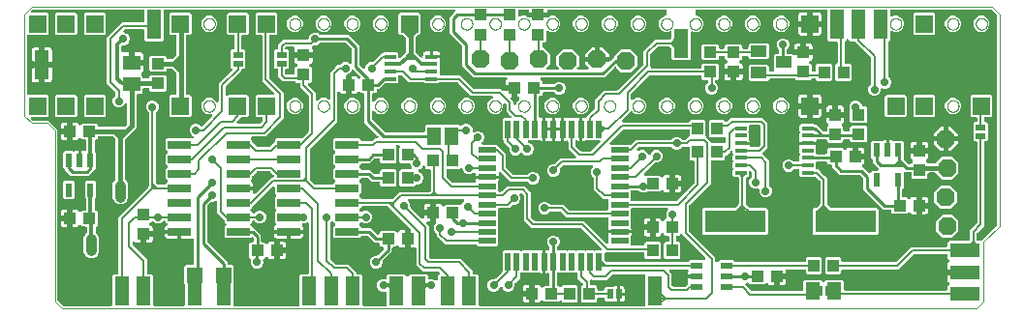
<source format=gtl>
G04 EAGLE Gerber RS-274X export*
G75*
%MOMM*%
%FSLAX34Y34*%
%LPD*%
%INtop Kupfer*%
%IPPOS*%
%AMOC8*
5,1,8,0,0,1.08239X$1,22.5*%
G01*
%ADD10C,0.000000*%
%ADD11R,1.500000X1.300000*%
%ADD12R,1.100000X1.000000*%
%ADD13P,1.732040X8X202.500000*%
%ADD14R,1.270000X2.540000*%
%ADD15R,2.540000X1.270000*%
%ADD16R,1.000000X1.100000*%
%ADD17R,0.889000X0.508000*%
%ADD18R,1.168400X1.600200*%
%ADD19R,2.032000X0.660400*%
%ADD20R,1.500000X0.500000*%
%ADD21R,0.500000X1.500000*%
%ADD22R,5.334000X1.930400*%
%ADD23R,0.990600X0.304800*%
%ADD24P,1.732040X8X292.500000*%
%ADD25R,1.400000X1.000000*%
%ADD26R,0.550000X1.200000*%
%ADD27R,1.000000X0.400000*%
%ADD28R,1.100000X0.600000*%
%ADD29R,0.508000X0.889000*%
%ADD30R,1.508000X1.508000*%
%ADD31R,1.300000X1.500000*%
%ADD32C,0.704800*%
%ADD33C,0.804800*%
%ADD34C,0.203200*%
%ADD35C,0.200000*%
%ADD36C,0.254000*%
%ADD37R,1.350000X1.350000*%
%ADD38C,0.304800*%
%ADD39C,0.406400*%
%ADD40C,0.355600*%
%ADD41C,0.914400*%

G36*
X679348Y15162D02*
X679348Y15162D01*
X679467Y15169D01*
X679505Y15182D01*
X679546Y15187D01*
X679656Y15230D01*
X679769Y15267D01*
X679804Y15289D01*
X679841Y15304D01*
X679937Y15373D01*
X680038Y15437D01*
X680066Y15467D01*
X680099Y15490D01*
X680175Y15582D01*
X680256Y15669D01*
X680276Y15704D01*
X680301Y15735D01*
X680352Y15843D01*
X680410Y15947D01*
X680420Y15987D01*
X680437Y16023D01*
X680459Y16140D01*
X680489Y16255D01*
X680493Y16315D01*
X680497Y16335D01*
X680495Y16356D01*
X680499Y16416D01*
X680499Y23569D01*
X681671Y24741D01*
X696329Y24741D01*
X697602Y23467D01*
X697697Y23394D01*
X697786Y23315D01*
X697822Y23297D01*
X697854Y23272D01*
X697963Y23225D01*
X698069Y23171D01*
X698108Y23162D01*
X698146Y23146D01*
X698263Y23127D01*
X698379Y23101D01*
X698420Y23102D01*
X698460Y23096D01*
X698578Y23107D01*
X698697Y23111D01*
X698736Y23122D01*
X698776Y23126D01*
X698889Y23166D01*
X699003Y23199D01*
X699037Y23220D01*
X699076Y23233D01*
X699174Y23300D01*
X699277Y23361D01*
X699322Y23400D01*
X699339Y23412D01*
X699352Y23427D01*
X699397Y23467D01*
X700671Y24741D01*
X715329Y24741D01*
X716501Y23569D01*
X716501Y16986D01*
X716516Y16868D01*
X716523Y16749D01*
X716536Y16711D01*
X716541Y16670D01*
X716584Y16560D01*
X716621Y16447D01*
X716643Y16412D01*
X716658Y16375D01*
X716727Y16279D01*
X716791Y16178D01*
X716821Y16150D01*
X716844Y16117D01*
X716936Y16041D01*
X717023Y15960D01*
X717058Y15940D01*
X717089Y15915D01*
X717197Y15864D01*
X717301Y15806D01*
X717341Y15796D01*
X717377Y15779D01*
X717494Y15757D01*
X717609Y15727D01*
X717669Y15723D01*
X717689Y15719D01*
X717710Y15721D01*
X717770Y15717D01*
X805720Y15717D01*
X805838Y15732D01*
X805957Y15739D01*
X805995Y15752D01*
X806036Y15757D01*
X806146Y15800D01*
X806259Y15837D01*
X806294Y15859D01*
X806331Y15874D01*
X806427Y15943D01*
X806528Y16007D01*
X806556Y16037D01*
X806589Y16060D01*
X806665Y16152D01*
X806746Y16239D01*
X806766Y16274D01*
X806791Y16305D01*
X806842Y16413D01*
X806900Y16517D01*
X806910Y16557D01*
X806927Y16593D01*
X806949Y16710D01*
X806979Y16825D01*
X806983Y16885D01*
X806987Y16905D01*
X806985Y16926D01*
X806989Y16986D01*
X806989Y19879D01*
X808192Y21082D01*
X808270Y21181D01*
X808352Y21276D01*
X808367Y21306D01*
X808387Y21333D01*
X808437Y21449D01*
X808493Y21561D01*
X808500Y21594D01*
X808514Y21625D01*
X808533Y21749D01*
X808560Y21872D01*
X808558Y21906D01*
X808563Y21939D01*
X808552Y22065D01*
X808547Y22190D01*
X808537Y22222D01*
X808534Y22256D01*
X808491Y22374D01*
X808455Y22494D01*
X808437Y22523D01*
X808426Y22555D01*
X808355Y22659D01*
X808290Y22767D01*
X808266Y22790D01*
X808247Y22818D01*
X808153Y22901D01*
X808064Y22989D01*
X808023Y23016D01*
X808009Y23029D01*
X807990Y23038D01*
X807929Y23079D01*
X807430Y23367D01*
X806957Y23840D01*
X806622Y24419D01*
X806449Y25066D01*
X806449Y29211D01*
X820420Y29211D01*
X820538Y29226D01*
X820657Y29233D01*
X820695Y29246D01*
X820735Y29251D01*
X820846Y29294D01*
X820959Y29331D01*
X820994Y29353D01*
X821031Y29368D01*
X821127Y29438D01*
X821228Y29501D01*
X821256Y29531D01*
X821288Y29555D01*
X821364Y29646D01*
X821446Y29733D01*
X821465Y29768D01*
X821491Y29799D01*
X821542Y29907D01*
X821599Y30011D01*
X821610Y30051D01*
X821627Y30087D01*
X821649Y30204D01*
X821679Y30319D01*
X821683Y30380D01*
X821687Y30400D01*
X821685Y30420D01*
X821689Y30480D01*
X821689Y33020D01*
X821674Y33138D01*
X821667Y33257D01*
X821654Y33295D01*
X821649Y33335D01*
X821605Y33446D01*
X821569Y33559D01*
X821547Y33594D01*
X821532Y33631D01*
X821462Y33727D01*
X821399Y33828D01*
X821369Y33856D01*
X821345Y33888D01*
X821254Y33964D01*
X821167Y34046D01*
X821132Y34065D01*
X821100Y34091D01*
X820993Y34142D01*
X820889Y34199D01*
X820849Y34210D01*
X820813Y34227D01*
X820696Y34249D01*
X820581Y34279D01*
X820520Y34283D01*
X820500Y34287D01*
X820480Y34285D01*
X820420Y34289D01*
X806449Y34289D01*
X806449Y38434D01*
X806622Y39081D01*
X806957Y39660D01*
X807430Y40133D01*
X807929Y40421D01*
X808030Y40497D01*
X808134Y40568D01*
X808156Y40593D01*
X808183Y40614D01*
X808261Y40712D01*
X808344Y40806D01*
X808359Y40836D01*
X808380Y40863D01*
X808432Y40978D01*
X808489Y41090D01*
X808496Y41123D01*
X808510Y41153D01*
X808531Y41277D01*
X808558Y41400D01*
X808557Y41434D01*
X808563Y41467D01*
X808553Y41592D01*
X808549Y41718D01*
X808539Y41750D01*
X808537Y41784D01*
X808495Y41903D01*
X808460Y42023D01*
X808443Y42052D01*
X808432Y42084D01*
X808363Y42189D01*
X808299Y42297D01*
X808266Y42334D01*
X808256Y42349D01*
X808240Y42364D01*
X808192Y42418D01*
X806989Y43621D01*
X806989Y46514D01*
X806974Y46632D01*
X806967Y46751D01*
X806954Y46789D01*
X806949Y46830D01*
X806906Y46940D01*
X806869Y47053D01*
X806847Y47088D01*
X806832Y47125D01*
X806763Y47221D01*
X806699Y47322D01*
X806669Y47350D01*
X806646Y47383D01*
X806554Y47459D01*
X806467Y47540D01*
X806432Y47560D01*
X806401Y47585D01*
X806293Y47636D01*
X806189Y47694D01*
X806149Y47704D01*
X806113Y47721D01*
X805996Y47743D01*
X805881Y47773D01*
X805821Y47777D01*
X805801Y47781D01*
X805780Y47779D01*
X805720Y47783D01*
X777745Y47783D01*
X777647Y47771D01*
X777548Y47768D01*
X777490Y47751D01*
X777430Y47743D01*
X777338Y47707D01*
X777243Y47679D01*
X777190Y47649D01*
X777134Y47626D01*
X777054Y47568D01*
X776969Y47518D01*
X776893Y47452D01*
X776877Y47440D01*
X776869Y47430D01*
X776848Y47412D01*
X763860Y34423D01*
X715270Y34423D01*
X715152Y34408D01*
X715033Y34401D01*
X714995Y34388D01*
X714954Y34383D01*
X714844Y34340D01*
X714731Y34303D01*
X714696Y34281D01*
X714659Y34266D01*
X714563Y34197D01*
X714462Y34133D01*
X714434Y34103D01*
X714401Y34080D01*
X714325Y33988D01*
X714244Y33901D01*
X714224Y33866D01*
X714199Y33835D01*
X714148Y33727D01*
X714090Y33623D01*
X714080Y33583D01*
X714063Y33547D01*
X714041Y33430D01*
X714011Y33315D01*
X714007Y33255D01*
X714003Y33235D01*
X714005Y33214D01*
X714001Y33154D01*
X714001Y31111D01*
X712829Y29939D01*
X701171Y29939D01*
X699999Y31111D01*
X699999Y43769D01*
X701171Y44941D01*
X712829Y44941D01*
X714001Y43769D01*
X714001Y41726D01*
X714016Y41608D01*
X714023Y41489D01*
X714036Y41451D01*
X714041Y41410D01*
X714084Y41300D01*
X714121Y41187D01*
X714143Y41152D01*
X714158Y41115D01*
X714227Y41019D01*
X714291Y40918D01*
X714321Y40890D01*
X714344Y40857D01*
X714436Y40781D01*
X714523Y40700D01*
X714558Y40680D01*
X714589Y40655D01*
X714697Y40604D01*
X714801Y40546D01*
X714841Y40536D01*
X714877Y40519D01*
X714994Y40497D01*
X715109Y40467D01*
X715169Y40463D01*
X715189Y40459D01*
X715210Y40461D01*
X715270Y40457D01*
X760835Y40457D01*
X760933Y40469D01*
X761032Y40472D01*
X761090Y40489D01*
X761150Y40497D01*
X761242Y40533D01*
X761337Y40561D01*
X761390Y40591D01*
X761446Y40614D01*
X761526Y40672D01*
X761611Y40722D01*
X761687Y40788D01*
X761703Y40800D01*
X761711Y40810D01*
X761732Y40828D01*
X774720Y53817D01*
X805720Y53817D01*
X805838Y53832D01*
X805957Y53839D01*
X805995Y53852D01*
X806036Y53857D01*
X806146Y53900D01*
X806259Y53937D01*
X806294Y53959D01*
X806331Y53974D01*
X806427Y54043D01*
X806528Y54107D01*
X806556Y54137D01*
X806589Y54160D01*
X806665Y54252D01*
X806746Y54339D01*
X806766Y54374D01*
X806791Y54405D01*
X806842Y54513D01*
X806900Y54617D01*
X806910Y54657D01*
X806927Y54693D01*
X806949Y54810D01*
X806979Y54925D01*
X806983Y54985D01*
X806987Y55005D01*
X806985Y55026D01*
X806989Y55086D01*
X806989Y57979D01*
X808161Y59151D01*
X825024Y59151D01*
X825142Y59166D01*
X825261Y59173D01*
X825299Y59186D01*
X825340Y59191D01*
X825450Y59234D01*
X825563Y59271D01*
X825598Y59293D01*
X825635Y59308D01*
X825731Y59377D01*
X825832Y59441D01*
X825860Y59471D01*
X825893Y59494D01*
X825969Y59586D01*
X826050Y59673D01*
X826070Y59708D01*
X826095Y59739D01*
X826146Y59847D01*
X826204Y59951D01*
X826214Y59991D01*
X826231Y60027D01*
X826253Y60144D01*
X826283Y60259D01*
X826287Y60319D01*
X826291Y60339D01*
X826289Y60360D01*
X826293Y60420D01*
X826293Y68560D01*
X832272Y74538D01*
X832332Y74616D01*
X832400Y74688D01*
X832429Y74741D01*
X832466Y74789D01*
X832506Y74880D01*
X832554Y74967D01*
X832569Y75025D01*
X832593Y75081D01*
X832608Y75179D01*
X832633Y75275D01*
X832639Y75375D01*
X832643Y75395D01*
X832641Y75407D01*
X832643Y75435D01*
X832643Y145320D01*
X832628Y145438D01*
X832621Y145557D01*
X832608Y145595D01*
X832603Y145636D01*
X832560Y145746D01*
X832523Y145859D01*
X832501Y145894D01*
X832486Y145931D01*
X832417Y146027D01*
X832353Y146128D01*
X832323Y146156D01*
X832300Y146189D01*
X832208Y146265D01*
X832121Y146346D01*
X832086Y146366D01*
X832055Y146391D01*
X831947Y146442D01*
X831843Y146500D01*
X831803Y146510D01*
X831767Y146527D01*
X831650Y146549D01*
X831535Y146579D01*
X831475Y146583D01*
X831455Y146587D01*
X831434Y146585D01*
X831374Y146589D01*
X830386Y146589D01*
X829214Y147761D01*
X829214Y162119D01*
X830386Y163291D01*
X831374Y163291D01*
X831492Y163306D01*
X831611Y163313D01*
X831649Y163326D01*
X831690Y163331D01*
X831800Y163374D01*
X831913Y163411D01*
X831948Y163433D01*
X831985Y163448D01*
X832081Y163517D01*
X832182Y163581D01*
X832210Y163611D01*
X832243Y163634D01*
X832319Y163726D01*
X832400Y163813D01*
X832420Y163848D01*
X832445Y163879D01*
X832496Y163987D01*
X832554Y164091D01*
X832564Y164131D01*
X832581Y164167D01*
X832603Y164284D01*
X832633Y164399D01*
X832637Y164459D01*
X832641Y164479D01*
X832639Y164500D01*
X832643Y164560D01*
X832643Y166550D01*
X832628Y166668D01*
X832621Y166787D01*
X832608Y166825D01*
X832603Y166866D01*
X832560Y166976D01*
X832523Y167089D01*
X832501Y167124D01*
X832486Y167161D01*
X832417Y167257D01*
X832353Y167358D01*
X832323Y167386D01*
X832300Y167419D01*
X832208Y167495D01*
X832121Y167576D01*
X832086Y167596D01*
X832055Y167621D01*
X831947Y167672D01*
X831843Y167730D01*
X831803Y167740D01*
X831767Y167757D01*
X831650Y167779D01*
X831535Y167809D01*
X831475Y167813D01*
X831455Y167817D01*
X831434Y167815D01*
X831374Y167819D01*
X828111Y167819D01*
X826939Y168991D01*
X826939Y185729D01*
X828111Y186901D01*
X844849Y186901D01*
X846021Y185729D01*
X846021Y168991D01*
X844849Y167819D01*
X839946Y167819D01*
X839828Y167804D01*
X839709Y167797D01*
X839671Y167784D01*
X839630Y167779D01*
X839520Y167736D01*
X839407Y167699D01*
X839372Y167677D01*
X839335Y167662D01*
X839239Y167593D01*
X839138Y167529D01*
X839110Y167499D01*
X839077Y167476D01*
X839001Y167384D01*
X838920Y167297D01*
X838900Y167262D01*
X838875Y167231D01*
X838824Y167123D01*
X838766Y167019D01*
X838756Y166979D01*
X838739Y166943D01*
X838717Y166826D01*
X838687Y166711D01*
X838683Y166650D01*
X838679Y166631D01*
X838681Y166610D01*
X838677Y166550D01*
X838677Y164560D01*
X838692Y164442D01*
X838699Y164323D01*
X838712Y164285D01*
X838717Y164244D01*
X838760Y164134D01*
X838797Y164021D01*
X838819Y163986D01*
X838834Y163949D01*
X838903Y163853D01*
X838967Y163752D01*
X838997Y163724D01*
X839020Y163691D01*
X839112Y163615D01*
X839199Y163534D01*
X839234Y163514D01*
X839265Y163489D01*
X839373Y163438D01*
X839477Y163380D01*
X839517Y163370D01*
X839553Y163353D01*
X839670Y163331D01*
X839785Y163301D01*
X839845Y163297D01*
X839865Y163293D01*
X839886Y163295D01*
X839946Y163291D01*
X840934Y163291D01*
X842106Y162119D01*
X842106Y147761D01*
X840934Y146589D01*
X839946Y146589D01*
X839828Y146574D01*
X839709Y146567D01*
X839671Y146554D01*
X839630Y146549D01*
X839520Y146506D01*
X839407Y146469D01*
X839372Y146447D01*
X839335Y146432D01*
X839239Y146363D01*
X839138Y146299D01*
X839110Y146269D01*
X839077Y146246D01*
X839001Y146154D01*
X838920Y146067D01*
X838900Y146032D01*
X838875Y146001D01*
X838824Y145893D01*
X838766Y145789D01*
X838756Y145749D01*
X838739Y145713D01*
X838717Y145596D01*
X838687Y145481D01*
X838683Y145421D01*
X838679Y145401D01*
X838681Y145380D01*
X838677Y145320D01*
X838677Y72410D01*
X832698Y66432D01*
X832638Y66354D01*
X832570Y66282D01*
X832541Y66229D01*
X832504Y66181D01*
X832464Y66090D01*
X832416Y66003D01*
X832401Y65945D01*
X832377Y65889D01*
X832362Y65791D01*
X832337Y65695D01*
X832331Y65595D01*
X832327Y65575D01*
X832329Y65563D01*
X832327Y65535D01*
X832327Y60420D01*
X832342Y60302D01*
X832349Y60183D01*
X832362Y60145D01*
X832367Y60104D01*
X832410Y59994D01*
X832447Y59881D01*
X832469Y59846D01*
X832484Y59809D01*
X832553Y59713D01*
X832617Y59612D01*
X832647Y59584D01*
X832670Y59551D01*
X832762Y59475D01*
X832849Y59394D01*
X832884Y59374D01*
X832915Y59349D01*
X833023Y59298D01*
X833127Y59240D01*
X833167Y59230D01*
X833203Y59213D01*
X833320Y59191D01*
X833435Y59161D01*
X833495Y59157D01*
X833515Y59153D01*
X833536Y59155D01*
X833596Y59151D01*
X835576Y59151D01*
X835674Y59163D01*
X835773Y59166D01*
X835831Y59183D01*
X835891Y59191D01*
X835983Y59227D01*
X836078Y59255D01*
X836130Y59285D01*
X836187Y59308D01*
X836267Y59366D01*
X836352Y59416D01*
X836428Y59482D01*
X836444Y59494D01*
X836452Y59504D01*
X836473Y59522D01*
X849798Y72847D01*
X849858Y72925D01*
X849926Y72997D01*
X849955Y73050D01*
X849992Y73098D01*
X850032Y73189D01*
X850080Y73276D01*
X850095Y73334D01*
X850119Y73390D01*
X850134Y73488D01*
X850159Y73584D01*
X850165Y73684D01*
X850169Y73704D01*
X850167Y73716D01*
X850169Y73744D01*
X850169Y256456D01*
X850157Y256554D01*
X850154Y256653D01*
X850137Y256711D01*
X850129Y256771D01*
X850093Y256863D01*
X850065Y256958D01*
X850035Y257010D01*
X850012Y257067D01*
X849954Y257147D01*
X849904Y257232D01*
X849838Y257308D01*
X849826Y257324D01*
X849816Y257332D01*
X849798Y257353D01*
X845363Y261788D01*
X845285Y261848D01*
X845213Y261916D01*
X845160Y261945D01*
X845112Y261982D01*
X845021Y262022D01*
X844934Y262070D01*
X844876Y262085D01*
X844820Y262109D01*
X844722Y262124D01*
X844626Y262149D01*
X844526Y262155D01*
X844506Y262159D01*
X844494Y262157D01*
X844466Y262159D01*
X757650Y262159D01*
X757532Y262144D01*
X757413Y262137D01*
X757375Y262124D01*
X757334Y262119D01*
X757224Y262076D01*
X757111Y262039D01*
X757076Y262017D01*
X757039Y262002D01*
X756943Y261933D01*
X756842Y261869D01*
X756814Y261839D01*
X756781Y261816D01*
X756705Y261724D01*
X756624Y261637D01*
X756604Y261602D01*
X756579Y261571D01*
X756528Y261463D01*
X756470Y261359D01*
X756460Y261319D01*
X756443Y261283D01*
X756421Y261166D01*
X756391Y261051D01*
X756387Y260991D01*
X756383Y260971D01*
X756385Y260950D01*
X756381Y260890D01*
X756381Y256725D01*
X756387Y256676D01*
X756385Y256626D01*
X756407Y256518D01*
X756421Y256409D01*
X756439Y256363D01*
X756449Y256315D01*
X756497Y256216D01*
X756538Y256114D01*
X756567Y256074D01*
X756589Y256029D01*
X756660Y255945D01*
X756724Y255856D01*
X756763Y255825D01*
X756795Y255787D01*
X756885Y255724D01*
X756969Y255654D01*
X757014Y255632D01*
X757055Y255604D01*
X757158Y255565D01*
X757257Y255518D01*
X757306Y255509D01*
X757352Y255491D01*
X757462Y255479D01*
X757569Y255458D01*
X757619Y255461D01*
X757668Y255456D01*
X757777Y255471D01*
X757887Y255478D01*
X757934Y255493D01*
X757983Y255500D01*
X758136Y255552D01*
X760087Y256361D01*
X762873Y256361D01*
X765446Y255295D01*
X767415Y253326D01*
X768481Y250753D01*
X768481Y247967D01*
X767415Y245394D01*
X765446Y243425D01*
X762873Y242359D01*
X760087Y242359D01*
X758136Y243168D01*
X758088Y243181D01*
X758043Y243202D01*
X757935Y243223D01*
X757829Y243252D01*
X757779Y243252D01*
X757730Y243262D01*
X757621Y243255D01*
X757511Y243257D01*
X757463Y243245D01*
X757413Y243242D01*
X757309Y243208D01*
X757202Y243183D01*
X757158Y243159D01*
X757111Y243144D01*
X757018Y243085D01*
X756921Y243034D01*
X756884Y243000D01*
X756842Y242974D01*
X756767Y242894D01*
X756685Y242820D01*
X756658Y242778D01*
X756624Y242742D01*
X756571Y242646D01*
X756511Y242554D01*
X756494Y242507D01*
X756470Y242464D01*
X756443Y242357D01*
X756407Y242253D01*
X756403Y242204D01*
X756391Y242156D01*
X756381Y241995D01*
X756381Y235391D01*
X755228Y234239D01*
X755168Y234161D01*
X755100Y234089D01*
X755071Y234036D01*
X755034Y233988D01*
X754994Y233897D01*
X754946Y233810D01*
X754931Y233752D01*
X754907Y233696D01*
X754892Y233598D01*
X754867Y233502D01*
X754861Y233402D01*
X754857Y233382D01*
X754859Y233370D01*
X754857Y233342D01*
X754857Y203442D01*
X754869Y203344D01*
X754872Y203245D01*
X754889Y203187D01*
X754897Y203127D01*
X754933Y203035D01*
X754961Y202939D01*
X754991Y202887D01*
X755014Y202831D01*
X755072Y202751D01*
X755122Y202666D01*
X755188Y202590D01*
X755200Y202574D01*
X755210Y202566D01*
X755228Y202545D01*
X756524Y201249D01*
X757365Y199219D01*
X757365Y197021D01*
X756524Y194991D01*
X754969Y193436D01*
X752939Y192595D01*
X750741Y192595D01*
X750230Y192807D01*
X750182Y192820D01*
X750137Y192841D01*
X750029Y192862D01*
X749923Y192891D01*
X749873Y192892D01*
X749824Y192901D01*
X749715Y192894D01*
X749605Y192896D01*
X749557Y192884D01*
X749507Y192881D01*
X749403Y192848D01*
X749296Y192822D01*
X749252Y192799D01*
X749205Y192783D01*
X749112Y192725D01*
X749015Y192673D01*
X748978Y192640D01*
X748936Y192613D01*
X748861Y192533D01*
X748779Y192459D01*
X748752Y192418D01*
X748718Y192382D01*
X748665Y192285D01*
X748605Y192194D01*
X748588Y192147D01*
X748564Y192103D01*
X748537Y191997D01*
X748501Y191893D01*
X748497Y191843D01*
X748485Y191795D01*
X748475Y191634D01*
X748475Y190671D01*
X747634Y188641D01*
X746079Y187086D01*
X744049Y186245D01*
X741851Y186245D01*
X739821Y187086D01*
X738266Y188641D01*
X737425Y190671D01*
X737425Y192869D01*
X738266Y194899D01*
X739562Y196195D01*
X739622Y196273D01*
X739690Y196345D01*
X739719Y196398D01*
X739756Y196446D01*
X739796Y196537D01*
X739844Y196624D01*
X739859Y196682D01*
X739883Y196738D01*
X739898Y196836D01*
X739923Y196931D01*
X739929Y197032D01*
X739933Y197052D01*
X739931Y197064D01*
X739933Y197092D01*
X739933Y219205D01*
X739921Y219303D01*
X739918Y219402D01*
X739901Y219460D01*
X739893Y219520D01*
X739857Y219612D01*
X739829Y219707D01*
X739799Y219760D01*
X739776Y219816D01*
X739718Y219896D01*
X739668Y219981D01*
X739602Y220057D01*
X739590Y220073D01*
X739580Y220081D01*
X739562Y220102D01*
X725816Y233848D01*
X725738Y233908D01*
X725666Y233976D01*
X725613Y234005D01*
X725565Y234042D01*
X725474Y234082D01*
X725387Y234130D01*
X725329Y234145D01*
X725273Y234169D01*
X725175Y234184D01*
X725079Y234209D01*
X724979Y234215D01*
X724959Y234219D01*
X724947Y234217D01*
X724919Y234219D01*
X721801Y234219D01*
X720353Y235668D01*
X720258Y235741D01*
X720169Y235820D01*
X720133Y235838D01*
X720101Y235863D01*
X719992Y235910D01*
X719886Y235964D01*
X719847Y235973D01*
X719809Y235989D01*
X719692Y236008D01*
X719576Y236034D01*
X719535Y236033D01*
X719495Y236039D01*
X719377Y236028D01*
X719258Y236024D01*
X719219Y236013D01*
X719179Y236009D01*
X719066Y235969D01*
X718952Y235936D01*
X718918Y235915D01*
X718879Y235902D01*
X718781Y235835D01*
X718678Y235774D01*
X718633Y235735D01*
X718616Y235723D01*
X718603Y235708D01*
X718558Y235668D01*
X717128Y234239D01*
X717068Y234161D01*
X717000Y234089D01*
X716971Y234036D01*
X716934Y233988D01*
X716894Y233897D01*
X716846Y233810D01*
X716831Y233752D01*
X716807Y233696D01*
X716792Y233598D01*
X716767Y233502D01*
X716761Y233402D01*
X716757Y233382D01*
X716759Y233370D01*
X716757Y233342D01*
X716757Y215780D01*
X716772Y215662D01*
X716779Y215543D01*
X716792Y215505D01*
X716797Y215464D01*
X716840Y215354D01*
X716877Y215241D01*
X716899Y215206D01*
X716914Y215169D01*
X716983Y215073D01*
X717047Y214972D01*
X717077Y214944D01*
X717100Y214911D01*
X717192Y214835D01*
X717279Y214754D01*
X717314Y214734D01*
X717345Y214709D01*
X717453Y214658D01*
X717557Y214600D01*
X717597Y214590D01*
X717633Y214573D01*
X717750Y214551D01*
X717865Y214521D01*
X717925Y214517D01*
X717945Y214513D01*
X717966Y214515D01*
X718026Y214511D01*
X721719Y214511D01*
X722891Y213339D01*
X722891Y200681D01*
X721719Y199509D01*
X710061Y199509D01*
X708889Y200681D01*
X708889Y213339D01*
X710352Y214801D01*
X710412Y214879D01*
X710480Y214951D01*
X710509Y215004D01*
X710546Y215052D01*
X710586Y215143D01*
X710634Y215230D01*
X710649Y215288D01*
X710673Y215344D01*
X710688Y215442D01*
X710713Y215538D01*
X710719Y215638D01*
X710723Y215658D01*
X710721Y215670D01*
X710723Y215698D01*
X710723Y232950D01*
X710708Y233068D01*
X710701Y233187D01*
X710688Y233225D01*
X710683Y233266D01*
X710640Y233376D01*
X710603Y233489D01*
X710581Y233524D01*
X710566Y233561D01*
X710497Y233657D01*
X710433Y233758D01*
X710403Y233786D01*
X710380Y233819D01*
X710288Y233895D01*
X710201Y233976D01*
X710166Y233996D01*
X710135Y234021D01*
X710027Y234072D01*
X709923Y234130D01*
X709883Y234140D01*
X709847Y234157D01*
X709730Y234179D01*
X709615Y234209D01*
X709555Y234213D01*
X709535Y234217D01*
X709514Y234215D01*
X709454Y234219D01*
X702751Y234219D01*
X701579Y235391D01*
X701579Y260890D01*
X701564Y261008D01*
X701557Y261127D01*
X701544Y261165D01*
X701539Y261206D01*
X701496Y261316D01*
X701459Y261429D01*
X701437Y261464D01*
X701422Y261501D01*
X701353Y261597D01*
X701289Y261698D01*
X701259Y261726D01*
X701236Y261759D01*
X701144Y261835D01*
X701057Y261916D01*
X701022Y261936D01*
X700991Y261961D01*
X700883Y262012D01*
X700779Y262070D01*
X700739Y262080D01*
X700703Y262097D01*
X700586Y262119D01*
X700471Y262149D01*
X700411Y262153D01*
X700391Y262157D01*
X700370Y262155D01*
X700310Y262159D01*
X588010Y262159D01*
X587892Y262144D01*
X587773Y262137D01*
X587735Y262124D01*
X587694Y262119D01*
X587584Y262076D01*
X587471Y262039D01*
X587436Y262017D01*
X587399Y262002D01*
X587303Y261933D01*
X587202Y261869D01*
X587174Y261839D01*
X587141Y261816D01*
X587065Y261724D01*
X586984Y261637D01*
X586964Y261602D01*
X586939Y261571D01*
X586888Y261463D01*
X586830Y261359D01*
X586820Y261319D01*
X586803Y261283D01*
X586781Y261166D01*
X586751Y261051D01*
X586747Y260991D01*
X586743Y260971D01*
X586745Y260950D01*
X586741Y260890D01*
X586741Y257630D01*
X586756Y257512D01*
X586763Y257393D01*
X586776Y257355D01*
X586781Y257314D01*
X586824Y257204D01*
X586861Y257091D01*
X586883Y257056D01*
X586898Y257019D01*
X586967Y256923D01*
X587031Y256822D01*
X587061Y256794D01*
X587084Y256761D01*
X587176Y256685D01*
X587263Y256604D01*
X587298Y256584D01*
X587329Y256559D01*
X587437Y256508D01*
X587541Y256450D01*
X587581Y256440D01*
X587617Y256423D01*
X587734Y256401D01*
X587846Y256372D01*
X590446Y255295D01*
X592415Y253326D01*
X593481Y250753D01*
X593481Y247967D01*
X592415Y245394D01*
X590446Y243425D01*
X587873Y242359D01*
X585087Y242359D01*
X584146Y242749D01*
X584098Y242763D01*
X584053Y242784D01*
X583945Y242804D01*
X583839Y242833D01*
X583789Y242834D01*
X583740Y242843D01*
X583631Y242837D01*
X583521Y242838D01*
X583473Y242827D01*
X583423Y242824D01*
X583319Y242790D01*
X583212Y242764D01*
X583168Y242741D01*
X583121Y242726D01*
X583028Y242667D01*
X582931Y242615D01*
X582894Y242582D01*
X582852Y242555D01*
X582777Y242475D01*
X582695Y242402D01*
X582668Y242360D01*
X582634Y242324D01*
X582581Y242228D01*
X582521Y242136D01*
X582504Y242089D01*
X582480Y242045D01*
X582453Y241939D01*
X582417Y241835D01*
X582413Y241785D01*
X582401Y241737D01*
X582391Y241577D01*
X582391Y218881D01*
X581219Y217709D01*
X566861Y217709D01*
X565689Y218881D01*
X565689Y227079D01*
X565677Y227177D01*
X565674Y227276D01*
X565657Y227334D01*
X565649Y227394D01*
X565613Y227486D01*
X565585Y227581D01*
X565555Y227634D01*
X565532Y227690D01*
X565474Y227770D01*
X565424Y227855D01*
X565358Y227931D01*
X565346Y227947D01*
X565336Y227955D01*
X565318Y227976D01*
X564272Y229022D01*
X564194Y229082D01*
X564122Y229150D01*
X564069Y229179D01*
X564021Y229216D01*
X563930Y229256D01*
X563843Y229304D01*
X563785Y229319D01*
X563729Y229343D01*
X563631Y229358D01*
X563535Y229383D01*
X563435Y229389D01*
X563415Y229393D01*
X563403Y229391D01*
X563375Y229393D01*
X562272Y229393D01*
X562249Y229399D01*
X562149Y229405D01*
X562129Y229409D01*
X562117Y229407D01*
X562089Y229409D01*
X554219Y229409D01*
X554121Y229397D01*
X554021Y229394D01*
X553963Y229377D01*
X553903Y229369D01*
X553811Y229333D01*
X553716Y229305D01*
X553664Y229275D01*
X553607Y229252D01*
X553527Y229194D01*
X553442Y229144D01*
X553367Y229078D01*
X553350Y229066D01*
X553342Y229056D01*
X553321Y229038D01*
X547567Y223284D01*
X547507Y223206D01*
X547439Y223133D01*
X547410Y223080D01*
X547373Y223033D01*
X547333Y222942D01*
X547285Y222855D01*
X547270Y222796D01*
X547246Y222741D01*
X547231Y222643D01*
X547206Y222547D01*
X547200Y222447D01*
X547196Y222427D01*
X547198Y222414D01*
X547196Y222386D01*
X547196Y214516D01*
X547208Y214418D01*
X547211Y214319D01*
X547212Y214317D01*
X547212Y211686D01*
X547227Y211568D01*
X547234Y211449D01*
X547247Y211411D01*
X547252Y211370D01*
X547295Y211260D01*
X547332Y211147D01*
X547354Y211112D01*
X547369Y211075D01*
X547438Y210979D01*
X547502Y210878D01*
X547532Y210850D01*
X547555Y210817D01*
X547647Y210741D01*
X547734Y210660D01*
X547769Y210640D01*
X547800Y210615D01*
X547908Y210564D01*
X548012Y210506D01*
X548052Y210496D01*
X548088Y210479D01*
X548205Y210457D01*
X548320Y210427D01*
X548380Y210423D01*
X548400Y210419D01*
X548421Y210421D01*
X548481Y210417D01*
X590670Y210417D01*
X590788Y210432D01*
X590907Y210439D01*
X590945Y210452D01*
X590986Y210457D01*
X591096Y210500D01*
X591209Y210537D01*
X591244Y210559D01*
X591281Y210574D01*
X591377Y210643D01*
X591478Y210707D01*
X591506Y210737D01*
X591539Y210760D01*
X591615Y210852D01*
X591696Y210939D01*
X591716Y210974D01*
X591741Y211005D01*
X591792Y211113D01*
X591850Y211217D01*
X591860Y211257D01*
X591877Y211293D01*
X591899Y211410D01*
X591929Y211525D01*
X591933Y211585D01*
X591937Y211605D01*
X591935Y211626D01*
X591939Y211686D01*
X591939Y213229D01*
X593111Y214401D01*
X605769Y214401D01*
X606941Y213229D01*
X606941Y201571D01*
X605769Y200399D01*
X604996Y200399D01*
X604878Y200384D01*
X604759Y200377D01*
X604721Y200364D01*
X604680Y200359D01*
X604570Y200316D01*
X604457Y200279D01*
X604422Y200257D01*
X604385Y200242D01*
X604289Y200173D01*
X604188Y200109D01*
X604160Y200079D01*
X604127Y200056D01*
X604051Y199964D01*
X603970Y199877D01*
X603950Y199842D01*
X603925Y199811D01*
X603874Y199703D01*
X603816Y199599D01*
X603806Y199559D01*
X603789Y199523D01*
X603767Y199406D01*
X603737Y199291D01*
X603733Y199231D01*
X603729Y199211D01*
X603731Y199190D01*
X603727Y199130D01*
X603727Y198362D01*
X603739Y198264D01*
X603742Y198165D01*
X603759Y198107D01*
X603767Y198047D01*
X603803Y197955D01*
X603831Y197859D01*
X603861Y197807D01*
X603884Y197751D01*
X603942Y197671D01*
X603992Y197586D01*
X604058Y197510D01*
X604070Y197494D01*
X604080Y197486D01*
X604098Y197465D01*
X605394Y196169D01*
X606235Y194139D01*
X606235Y191941D01*
X605394Y189911D01*
X603839Y188356D01*
X601809Y187515D01*
X599611Y187515D01*
X597581Y188356D01*
X596026Y189911D01*
X595185Y191941D01*
X595185Y194139D01*
X596026Y196169D01*
X597322Y197465D01*
X597382Y197543D01*
X597450Y197615D01*
X597479Y197668D01*
X597516Y197716D01*
X597556Y197807D01*
X597604Y197894D01*
X597619Y197952D01*
X597643Y198008D01*
X597658Y198106D01*
X597683Y198201D01*
X597689Y198302D01*
X597693Y198322D01*
X597691Y198334D01*
X597693Y198362D01*
X597693Y199130D01*
X597678Y199248D01*
X597671Y199367D01*
X597658Y199405D01*
X597653Y199446D01*
X597610Y199556D01*
X597573Y199669D01*
X597551Y199704D01*
X597536Y199741D01*
X597467Y199837D01*
X597403Y199938D01*
X597373Y199966D01*
X597350Y199999D01*
X597258Y200075D01*
X597171Y200156D01*
X597136Y200176D01*
X597105Y200201D01*
X596997Y200252D01*
X596893Y200310D01*
X596853Y200320D01*
X596817Y200337D01*
X596700Y200359D01*
X596585Y200389D01*
X596525Y200393D01*
X596505Y200397D01*
X596484Y200395D01*
X596424Y200399D01*
X593111Y200399D01*
X591939Y201571D01*
X591939Y203114D01*
X591924Y203232D01*
X591917Y203351D01*
X591904Y203389D01*
X591899Y203430D01*
X591856Y203540D01*
X591819Y203653D01*
X591797Y203688D01*
X591782Y203725D01*
X591713Y203821D01*
X591649Y203922D01*
X591619Y203950D01*
X591596Y203983D01*
X591504Y204059D01*
X591417Y204140D01*
X591382Y204160D01*
X591351Y204185D01*
X591243Y204236D01*
X591139Y204294D01*
X591099Y204304D01*
X591063Y204321D01*
X590946Y204343D01*
X590831Y204373D01*
X590771Y204377D01*
X590751Y204381D01*
X590730Y204379D01*
X590670Y204383D01*
X546995Y204383D01*
X546897Y204371D01*
X546798Y204368D01*
X546740Y204351D01*
X546680Y204343D01*
X546588Y204307D01*
X546493Y204279D01*
X546440Y204249D01*
X546384Y204226D01*
X546304Y204168D01*
X546219Y204118D01*
X546143Y204052D01*
X546127Y204040D01*
X546119Y204030D01*
X546098Y204012D01*
X530438Y188352D01*
X530378Y188274D01*
X530310Y188202D01*
X530281Y188149D01*
X530244Y188101D01*
X530204Y188010D01*
X530156Y187923D01*
X530141Y187865D01*
X530117Y187809D01*
X530102Y187711D01*
X530077Y187615D01*
X530071Y187515D01*
X530067Y187495D01*
X530069Y187483D01*
X530067Y187455D01*
X530067Y183911D01*
X530084Y183774D01*
X530097Y183635D01*
X530104Y183616D01*
X530107Y183596D01*
X530158Y183467D01*
X530205Y183336D01*
X530216Y183319D01*
X530224Y183300D01*
X530305Y183188D01*
X530383Y183073D01*
X530399Y183059D01*
X530410Y183043D01*
X530517Y182954D01*
X530622Y182862D01*
X530640Y182853D01*
X530655Y182840D01*
X530781Y182781D01*
X530905Y182718D01*
X530925Y182713D01*
X530943Y182705D01*
X531079Y182679D01*
X531215Y182648D01*
X531236Y182649D01*
X531255Y182645D01*
X531394Y182653D01*
X531533Y182658D01*
X531553Y182663D01*
X531573Y182665D01*
X531705Y182707D01*
X531839Y182746D01*
X531856Y182756D01*
X531875Y182763D01*
X531993Y182837D01*
X532113Y182908D01*
X532134Y182926D01*
X532144Y182933D01*
X532158Y182948D01*
X532234Y183014D01*
X532514Y183295D01*
X535087Y184361D01*
X537873Y184361D01*
X540446Y183295D01*
X542415Y181326D01*
X543481Y178753D01*
X543481Y175967D01*
X542415Y173394D01*
X540446Y171425D01*
X537873Y170359D01*
X535087Y170359D01*
X532514Y171425D01*
X531530Y172409D01*
X531436Y172482D01*
X531347Y172561D01*
X531311Y172579D01*
X531279Y172604D01*
X531170Y172651D01*
X531064Y172705D01*
X531024Y172714D01*
X530987Y172730D01*
X530870Y172749D01*
X530754Y172775D01*
X530713Y172774D01*
X530673Y172780D01*
X530555Y172769D01*
X530436Y172765D01*
X530397Y172754D01*
X530357Y172750D01*
X530244Y172710D01*
X530130Y172677D01*
X530095Y172657D01*
X530057Y172643D01*
X529959Y172576D01*
X529856Y172516D01*
X529811Y172476D01*
X529794Y172464D01*
X529781Y172449D01*
X529735Y172409D01*
X522530Y165203D01*
X522445Y165094D01*
X522356Y164987D01*
X522347Y164968D01*
X522335Y164952D01*
X522279Y164824D01*
X522220Y164699D01*
X522217Y164679D01*
X522208Y164660D01*
X522187Y164522D01*
X522161Y164386D01*
X522162Y164366D01*
X522159Y164346D01*
X522172Y164207D01*
X522180Y164069D01*
X522187Y164050D01*
X522188Y164030D01*
X522236Y163898D01*
X522278Y163767D01*
X522289Y163749D01*
X522296Y163730D01*
X522374Y163615D01*
X522449Y163498D01*
X522463Y163484D01*
X522475Y163467D01*
X522579Y163375D01*
X522680Y163280D01*
X522698Y163270D01*
X522713Y163257D01*
X522837Y163193D01*
X522959Y163126D01*
X522978Y163121D01*
X522996Y163112D01*
X523132Y163082D01*
X523267Y163047D01*
X523295Y163045D01*
X523307Y163042D01*
X523327Y163043D01*
X523427Y163037D01*
X580130Y163037D01*
X580248Y163052D01*
X580367Y163059D01*
X580405Y163072D01*
X580446Y163077D01*
X580556Y163120D01*
X580669Y163157D01*
X580704Y163179D01*
X580741Y163194D01*
X580837Y163263D01*
X580938Y163327D01*
X580966Y163357D01*
X580999Y163380D01*
X581075Y163472D01*
X581156Y163559D01*
X581164Y163574D01*
X582571Y164981D01*
X594229Y164981D01*
X595401Y163809D01*
X595401Y151071D01*
X595413Y150973D01*
X595416Y150874D01*
X595433Y150816D01*
X595441Y150756D01*
X595477Y150664D01*
X595505Y150569D01*
X595535Y150516D01*
X595558Y150460D01*
X595616Y150380D01*
X595666Y150295D01*
X595732Y150219D01*
X595744Y150203D01*
X595754Y150195D01*
X595772Y150174D01*
X599917Y146030D01*
X599917Y145930D01*
X599932Y145812D01*
X599939Y145693D01*
X599952Y145655D01*
X599957Y145614D01*
X600000Y145504D01*
X600037Y145391D01*
X600059Y145356D01*
X600074Y145319D01*
X600143Y145223D01*
X600207Y145122D01*
X600237Y145094D01*
X600260Y145061D01*
X600352Y144985D01*
X600439Y144904D01*
X600474Y144884D01*
X600505Y144859D01*
X600613Y144808D01*
X600717Y144750D01*
X600757Y144740D01*
X600793Y144723D01*
X600910Y144701D01*
X601025Y144671D01*
X601085Y144667D01*
X601105Y144663D01*
X601126Y144665D01*
X601186Y144661D01*
X611664Y144661D01*
X611782Y144676D01*
X611901Y144683D01*
X611939Y144696D01*
X611980Y144701D01*
X612090Y144744D01*
X612203Y144781D01*
X612238Y144803D01*
X612275Y144818D01*
X612371Y144887D01*
X612472Y144951D01*
X612500Y144981D01*
X612533Y145004D01*
X612608Y145096D01*
X612690Y145183D01*
X612710Y145218D01*
X612735Y145249D01*
X612786Y145357D01*
X612844Y145461D01*
X612854Y145501D01*
X612871Y145537D01*
X612893Y145654D01*
X612923Y145769D01*
X612927Y145829D01*
X612931Y145849D01*
X612929Y145870D01*
X612933Y145930D01*
X612933Y148710D01*
X612918Y148828D01*
X612911Y148947D01*
X612898Y148985D01*
X612893Y149026D01*
X612850Y149136D01*
X612813Y149249D01*
X612791Y149284D01*
X612776Y149321D01*
X612707Y149417D01*
X612643Y149518D01*
X612613Y149546D01*
X612590Y149579D01*
X612498Y149655D01*
X612411Y149736D01*
X612376Y149756D01*
X612345Y149781D01*
X612237Y149832D01*
X612133Y149890D01*
X612093Y149900D01*
X612057Y149917D01*
X611940Y149939D01*
X611825Y149969D01*
X611765Y149973D01*
X611745Y149977D01*
X611724Y149975D01*
X611664Y149979D01*
X599571Y149979D01*
X598399Y151151D01*
X598399Y163809D01*
X599571Y164981D01*
X611229Y164981D01*
X612404Y163805D01*
X612498Y163732D01*
X612587Y163654D01*
X612623Y163635D01*
X612655Y163610D01*
X612765Y163563D01*
X612871Y163509D01*
X612910Y163500D01*
X612947Y163484D01*
X613065Y163465D01*
X613181Y163439D01*
X613221Y163441D01*
X613261Y163434D01*
X613380Y163445D01*
X613499Y163449D01*
X613538Y163460D01*
X613578Y163464D01*
X613690Y163504D01*
X613804Y163537D01*
X613839Y163558D01*
X613877Y163572D01*
X613976Y163639D01*
X614078Y163699D01*
X614123Y163739D01*
X614140Y163750D01*
X614154Y163766D01*
X614199Y163805D01*
X617240Y166847D01*
X645140Y166847D01*
X649447Y162540D01*
X649447Y140990D01*
X647308Y138852D01*
X645244Y136788D01*
X645171Y136693D01*
X645092Y136604D01*
X645074Y136568D01*
X645049Y136536D01*
X645002Y136427D01*
X644947Y136321D01*
X644939Y136282D01*
X644923Y136244D01*
X644904Y136127D01*
X644878Y136011D01*
X644879Y135970D01*
X644873Y135930D01*
X644884Y135811D01*
X644887Y135693D01*
X644899Y135654D01*
X644902Y135614D01*
X644943Y135501D01*
X644976Y135387D01*
X644996Y135352D01*
X645010Y135314D01*
X645077Y135216D01*
X645137Y135113D01*
X645177Y135068D01*
X645189Y135051D01*
X645204Y135038D01*
X645244Y134993D01*
X650717Y129520D01*
X650717Y108192D01*
X650729Y108094D01*
X650732Y107995D01*
X650749Y107937D01*
X650757Y107877D01*
X650793Y107785D01*
X650821Y107689D01*
X650851Y107637D01*
X650874Y107581D01*
X650932Y107501D01*
X650982Y107416D01*
X651048Y107340D01*
X651060Y107324D01*
X651070Y107316D01*
X651088Y107295D01*
X652384Y105999D01*
X653225Y103969D01*
X653225Y101771D01*
X652384Y99741D01*
X650829Y98186D01*
X648799Y97345D01*
X646601Y97345D01*
X644571Y98186D01*
X643016Y99741D01*
X642175Y101771D01*
X642175Y104004D01*
X642169Y104054D01*
X642171Y104103D01*
X642149Y104211D01*
X642135Y104320D01*
X642117Y104366D01*
X642107Y104415D01*
X642059Y104514D01*
X642018Y104616D01*
X641989Y104656D01*
X641967Y104701D01*
X641896Y104784D01*
X641832Y104873D01*
X641793Y104905D01*
X641761Y104943D01*
X641671Y105006D01*
X641587Y105076D01*
X641542Y105097D01*
X641501Y105126D01*
X641398Y105165D01*
X641299Y105211D01*
X641250Y105221D01*
X641204Y105238D01*
X641094Y105251D01*
X640987Y105271D01*
X640937Y105268D01*
X640888Y105274D01*
X640779Y105258D01*
X640669Y105251D01*
X640622Y105236D01*
X640573Y105229D01*
X640420Y105177D01*
X639909Y104965D01*
X637711Y104965D01*
X635681Y105806D01*
X634126Y107361D01*
X633285Y109391D01*
X633285Y111589D01*
X634126Y113619D01*
X635422Y114915D01*
X635482Y114993D01*
X635550Y115065D01*
X635579Y115118D01*
X635616Y115166D01*
X635656Y115257D01*
X635704Y115344D01*
X635719Y115402D01*
X635743Y115458D01*
X635758Y115556D01*
X635783Y115651D01*
X635789Y115752D01*
X635793Y115772D01*
X635791Y115784D01*
X635793Y115812D01*
X635793Y118875D01*
X635781Y118973D01*
X635778Y119072D01*
X635761Y119130D01*
X635753Y119190D01*
X635717Y119282D01*
X635690Y119377D01*
X635659Y119430D01*
X635636Y119486D01*
X635578Y119566D01*
X635528Y119651D01*
X635462Y119727D01*
X635450Y119743D01*
X635440Y119751D01*
X635422Y119772D01*
X635263Y119931D01*
X635153Y120016D01*
X635046Y120105D01*
X635027Y120114D01*
X635011Y120126D01*
X634883Y120182D01*
X634758Y120241D01*
X634738Y120244D01*
X634719Y120252D01*
X634582Y120274D01*
X634445Y120300D01*
X634425Y120299D01*
X634405Y120302D01*
X634267Y120289D01*
X634128Y120281D01*
X634109Y120274D01*
X634089Y120273D01*
X633958Y120225D01*
X633826Y120183D01*
X633809Y120172D01*
X633789Y120165D01*
X633674Y120087D01*
X633557Y120012D01*
X633543Y119998D01*
X633526Y119986D01*
X633434Y119882D01*
X633339Y119781D01*
X633329Y119763D01*
X633316Y119748D01*
X633252Y119624D01*
X633185Y119502D01*
X633180Y119483D01*
X633171Y119465D01*
X633141Y119328D01*
X633106Y119194D01*
X633104Y119167D01*
X633101Y119155D01*
X633102Y119134D01*
X633096Y119034D01*
X633096Y116577D01*
X631912Y115393D01*
X631909Y115393D01*
X631810Y115390D01*
X631752Y115373D01*
X631692Y115365D01*
X631600Y115329D01*
X631505Y115301D01*
X631452Y115271D01*
X631396Y115248D01*
X631316Y115190D01*
X631231Y115140D01*
X631155Y115074D01*
X631139Y115062D01*
X631131Y115052D01*
X631110Y115034D01*
X630768Y114692D01*
X630708Y114614D01*
X630640Y114542D01*
X630611Y114489D01*
X630574Y114441D01*
X630534Y114350D01*
X630486Y114263D01*
X630471Y114205D01*
X630447Y114149D01*
X630432Y114051D01*
X630407Y113955D01*
X630401Y113855D01*
X630397Y113835D01*
X630399Y113823D01*
X630397Y113795D01*
X630397Y91945D01*
X630409Y91847D01*
X630412Y91748D01*
X630429Y91690D01*
X630437Y91630D01*
X630473Y91538D01*
X630501Y91443D01*
X630531Y91390D01*
X630554Y91334D01*
X630612Y91254D01*
X630662Y91169D01*
X630728Y91093D01*
X630740Y91077D01*
X630750Y91069D01*
X630768Y91048D01*
X633592Y88224D01*
X633670Y88164D01*
X633742Y88096D01*
X633795Y88067D01*
X633843Y88030D01*
X633934Y87990D01*
X634021Y87942D01*
X634079Y87927D01*
X634135Y87903D01*
X634233Y87888D01*
X634329Y87863D01*
X634429Y87857D01*
X634449Y87853D01*
X634461Y87855D01*
X634489Y87853D01*
X648529Y87853D01*
X649701Y86681D01*
X649701Y65719D01*
X648529Y64547D01*
X593531Y64547D01*
X592359Y65719D01*
X592359Y86681D01*
X593531Y87853D01*
X620271Y87853D01*
X620369Y87865D01*
X620468Y87868D01*
X620526Y87885D01*
X620586Y87893D01*
X620678Y87929D01*
X620773Y87957D01*
X620826Y87987D01*
X620882Y88010D01*
X620962Y88068D01*
X621047Y88118D01*
X621123Y88184D01*
X621139Y88196D01*
X621147Y88206D01*
X621168Y88224D01*
X623992Y91048D01*
X624052Y91126D01*
X624120Y91198D01*
X624149Y91251D01*
X624186Y91299D01*
X624226Y91390D01*
X624274Y91477D01*
X624289Y91535D01*
X624313Y91591D01*
X624328Y91689D01*
X624353Y91785D01*
X624359Y91885D01*
X624363Y91905D01*
X624361Y91917D01*
X624363Y91945D01*
X624363Y113795D01*
X624351Y113893D01*
X624348Y113992D01*
X624331Y114050D01*
X624323Y114110D01*
X624287Y114202D01*
X624259Y114297D01*
X624229Y114350D01*
X624206Y114406D01*
X624148Y114486D01*
X624098Y114571D01*
X624032Y114647D01*
X624020Y114663D01*
X624010Y114671D01*
X623992Y114692D01*
X623650Y115034D01*
X623572Y115094D01*
X623500Y115162D01*
X623447Y115191D01*
X623399Y115228D01*
X623308Y115268D01*
X623221Y115316D01*
X623163Y115331D01*
X623107Y115355D01*
X623009Y115370D01*
X622913Y115395D01*
X622813Y115401D01*
X622793Y115405D01*
X622781Y115403D01*
X622753Y115405D01*
X620360Y115405D01*
X619188Y116577D01*
X619188Y121283D01*
X619261Y121377D01*
X619340Y121466D01*
X619358Y121502D01*
X619383Y121534D01*
X619430Y121643D01*
X619484Y121749D01*
X619493Y121789D01*
X619509Y121826D01*
X619528Y121943D01*
X619554Y122059D01*
X619553Y122100D01*
X619559Y122140D01*
X619548Y122259D01*
X619544Y122377D01*
X619533Y122416D01*
X619529Y122456D01*
X619489Y122568D01*
X619456Y122683D01*
X619435Y122718D01*
X619422Y122756D01*
X619355Y122854D01*
X619294Y122957D01*
X619255Y123002D01*
X619243Y123019D01*
X619228Y123032D01*
X619188Y123077D01*
X619188Y127783D01*
X619261Y127877D01*
X619340Y127966D01*
X619358Y128002D01*
X619383Y128034D01*
X619430Y128143D01*
X619484Y128249D01*
X619493Y128289D01*
X619509Y128326D01*
X619528Y128443D01*
X619554Y128559D01*
X619553Y128600D01*
X619559Y128640D01*
X619548Y128759D01*
X619544Y128877D01*
X619533Y128916D01*
X619529Y128956D01*
X619489Y129068D01*
X619456Y129183D01*
X619435Y129218D01*
X619422Y129256D01*
X619355Y129354D01*
X619294Y129457D01*
X619255Y129502D01*
X619243Y129519D01*
X619228Y129532D01*
X619188Y129577D01*
X619188Y134283D01*
X619261Y134377D01*
X619340Y134466D01*
X619358Y134502D01*
X619383Y134534D01*
X619430Y134643D01*
X619484Y134749D01*
X619493Y134789D01*
X619509Y134826D01*
X619528Y134943D01*
X619554Y135059D01*
X619553Y135100D01*
X619559Y135140D01*
X619548Y135259D01*
X619544Y135377D01*
X619533Y135416D01*
X619529Y135456D01*
X619489Y135568D01*
X619456Y135683D01*
X619435Y135718D01*
X619422Y135756D01*
X619355Y135854D01*
X619294Y135957D01*
X619255Y136002D01*
X619243Y136019D01*
X619228Y136032D01*
X619188Y136077D01*
X619188Y136878D01*
X619171Y137015D01*
X619158Y137154D01*
X619151Y137173D01*
X619148Y137193D01*
X619097Y137323D01*
X619050Y137453D01*
X619039Y137470D01*
X619031Y137489D01*
X618950Y137601D01*
X618872Y137717D01*
X618856Y137730D01*
X618845Y137746D01*
X618737Y137835D01*
X618633Y137927D01*
X618615Y137936D01*
X618600Y137949D01*
X618474Y138008D01*
X618350Y138072D01*
X618330Y138076D01*
X618312Y138085D01*
X618175Y138111D01*
X618040Y138141D01*
X618019Y138141D01*
X618000Y138144D01*
X617861Y138136D01*
X617722Y138132D01*
X617702Y138126D01*
X617682Y138125D01*
X617550Y138082D01*
X617416Y138043D01*
X617399Y138033D01*
X617380Y138027D01*
X617262Y137952D01*
X617142Y137882D01*
X617121Y137863D01*
X617111Y137856D01*
X617097Y137842D01*
X617021Y137775D01*
X616828Y137581D01*
X613347Y134100D01*
X613244Y134060D01*
X613131Y134023D01*
X613096Y134001D01*
X613059Y133986D01*
X612963Y133917D01*
X612862Y133853D01*
X612834Y133823D01*
X612801Y133800D01*
X612725Y133708D01*
X612644Y133621D01*
X612624Y133586D01*
X612599Y133555D01*
X612548Y133447D01*
X612490Y133343D01*
X612480Y133303D01*
X612463Y133267D01*
X612441Y133150D01*
X612411Y133035D01*
X612407Y132975D01*
X612403Y132955D01*
X612405Y132934D01*
X612401Y132874D01*
X612401Y130831D01*
X611229Y129659D01*
X601186Y129659D01*
X601068Y129644D01*
X600949Y129637D01*
X600911Y129624D01*
X600870Y129619D01*
X600760Y129576D01*
X600647Y129539D01*
X600612Y129517D01*
X600575Y129502D01*
X600479Y129433D01*
X600378Y129369D01*
X600350Y129339D01*
X600317Y129316D01*
X600241Y129224D01*
X600160Y129137D01*
X600140Y129102D01*
X600115Y129071D01*
X600064Y128963D01*
X600006Y128859D01*
X599996Y128819D01*
X599979Y128783D01*
X599957Y128666D01*
X599927Y128551D01*
X599923Y128491D01*
X599919Y128471D01*
X599921Y128450D01*
X599917Y128390D01*
X599917Y109240D01*
X581238Y90562D01*
X581178Y90484D01*
X581110Y90412D01*
X581081Y90359D01*
X581044Y90311D01*
X581004Y90220D01*
X580956Y90133D01*
X580941Y90075D01*
X580917Y90019D01*
X580902Y89921D01*
X580877Y89825D01*
X580871Y89725D01*
X580867Y89705D01*
X580869Y89693D01*
X580867Y89665D01*
X580867Y67815D01*
X580879Y67717D01*
X580882Y67618D01*
X580899Y67560D01*
X580907Y67500D01*
X580943Y67408D01*
X580971Y67313D01*
X581001Y67260D01*
X581024Y67204D01*
X581082Y67124D01*
X581132Y67039D01*
X581198Y66963D01*
X581210Y66947D01*
X581220Y66939D01*
X581238Y66918D01*
X603727Y44430D01*
X603727Y41850D01*
X603744Y41713D01*
X603757Y41574D01*
X603764Y41555D01*
X603767Y41535D01*
X603818Y41406D01*
X603865Y41275D01*
X603876Y41258D01*
X603884Y41239D01*
X603965Y41127D01*
X604043Y41012D01*
X604059Y40998D01*
X604070Y40982D01*
X604178Y40893D01*
X604282Y40801D01*
X604300Y40792D01*
X604315Y40779D01*
X604441Y40720D01*
X604565Y40657D01*
X604585Y40652D01*
X604603Y40644D01*
X604740Y40617D01*
X604875Y40587D01*
X604896Y40588D01*
X604915Y40584D01*
X605054Y40592D01*
X605193Y40597D01*
X605213Y40602D01*
X605233Y40603D01*
X605365Y40646D01*
X605499Y40685D01*
X605516Y40695D01*
X605535Y40702D01*
X605653Y40776D01*
X605773Y40847D01*
X605794Y40865D01*
X605804Y40872D01*
X605818Y40887D01*
X605893Y40953D01*
X607381Y42441D01*
X620039Y42441D01*
X621375Y41104D01*
X621437Y41019D01*
X621501Y40918D01*
X621531Y40890D01*
X621554Y40857D01*
X621646Y40781D01*
X621733Y40700D01*
X621768Y40680D01*
X621799Y40655D01*
X621907Y40604D01*
X622011Y40546D01*
X622051Y40536D01*
X622087Y40519D01*
X622204Y40497D01*
X622319Y40467D01*
X622379Y40463D01*
X622399Y40459D01*
X622420Y40461D01*
X622480Y40457D01*
X681730Y40457D01*
X681848Y40472D01*
X681967Y40479D01*
X682005Y40492D01*
X682046Y40497D01*
X682156Y40540D01*
X682269Y40577D01*
X682304Y40599D01*
X682341Y40614D01*
X682437Y40683D01*
X682538Y40747D01*
X682566Y40777D01*
X682599Y40800D01*
X682675Y40892D01*
X682756Y40979D01*
X682776Y41014D01*
X682801Y41045D01*
X682852Y41153D01*
X682910Y41257D01*
X682920Y41297D01*
X682937Y41333D01*
X682959Y41450D01*
X682989Y41565D01*
X682993Y41625D01*
X682997Y41645D01*
X682995Y41666D01*
X682999Y41726D01*
X682999Y43769D01*
X684171Y44941D01*
X695829Y44941D01*
X697001Y43769D01*
X697001Y31111D01*
X695829Y29939D01*
X684171Y29939D01*
X682999Y31111D01*
X682999Y33154D01*
X682984Y33272D01*
X682977Y33391D01*
X682964Y33429D01*
X682959Y33470D01*
X682916Y33580D01*
X682879Y33693D01*
X682857Y33728D01*
X682842Y33765D01*
X682773Y33861D01*
X682709Y33962D01*
X682679Y33990D01*
X682656Y34023D01*
X682564Y34099D01*
X682477Y34180D01*
X682442Y34200D01*
X682411Y34225D01*
X682303Y34276D01*
X682199Y34334D01*
X682159Y34344D01*
X682123Y34361D01*
X682006Y34383D01*
X681891Y34413D01*
X681831Y34417D01*
X681811Y34421D01*
X681790Y34419D01*
X681730Y34423D01*
X666780Y34423D01*
X666662Y34408D01*
X666543Y34401D01*
X666505Y34388D01*
X666464Y34383D01*
X666354Y34340D01*
X666241Y34303D01*
X666206Y34281D01*
X666169Y34266D01*
X666073Y34197D01*
X665972Y34133D01*
X665944Y34103D01*
X665911Y34080D01*
X665835Y33988D01*
X665754Y33901D01*
X665734Y33866D01*
X665709Y33835D01*
X665658Y33727D01*
X665600Y33623D01*
X665590Y33583D01*
X665573Y33547D01*
X665551Y33430D01*
X665521Y33315D01*
X665517Y33255D01*
X665513Y33235D01*
X665515Y33214D01*
X665511Y33154D01*
X665511Y30439D01*
X658700Y30439D01*
X658582Y30424D01*
X658463Y30417D01*
X658425Y30404D01*
X658385Y30399D01*
X658274Y30356D01*
X658161Y30319D01*
X658127Y30297D01*
X658089Y30282D01*
X657993Y30213D01*
X657892Y30149D01*
X657864Y30119D01*
X657832Y30096D01*
X657756Y30004D01*
X657674Y29917D01*
X657655Y29882D01*
X657629Y29851D01*
X657578Y29743D01*
X657521Y29639D01*
X657511Y29599D01*
X657493Y29563D01*
X657471Y29446D01*
X657441Y29331D01*
X657437Y29271D01*
X657434Y29251D01*
X657435Y29230D01*
X657431Y29170D01*
X657431Y27979D01*
X656240Y27979D01*
X656122Y27964D01*
X656003Y27957D01*
X655965Y27944D01*
X655924Y27939D01*
X655814Y27895D01*
X655701Y27859D01*
X655666Y27837D01*
X655629Y27822D01*
X655532Y27752D01*
X655432Y27689D01*
X655404Y27659D01*
X655371Y27635D01*
X655295Y27544D01*
X655214Y27457D01*
X655194Y27422D01*
X655169Y27390D01*
X655118Y27283D01*
X655060Y27178D01*
X655050Y27139D01*
X655033Y27103D01*
X655011Y26986D01*
X654981Y26870D01*
X654977Y26810D01*
X654973Y26790D01*
X654975Y26770D01*
X654971Y26710D01*
X654971Y20399D01*
X651636Y20399D01*
X650989Y20572D01*
X650410Y20907D01*
X649937Y21380D01*
X649777Y21658D01*
X649701Y21758D01*
X649630Y21862D01*
X649605Y21884D01*
X649584Y21911D01*
X649486Y21989D01*
X649392Y22072D01*
X649362Y22088D01*
X649335Y22108D01*
X649220Y22160D01*
X649108Y22217D01*
X649075Y22224D01*
X649045Y22238D01*
X648921Y22259D01*
X648798Y22286D01*
X648764Y22285D01*
X648731Y22291D01*
X648606Y22281D01*
X648480Y22277D01*
X648448Y22267D01*
X648414Y22265D01*
X648296Y22223D01*
X648175Y22188D01*
X648146Y22171D01*
X648114Y22160D01*
X648009Y22091D01*
X647901Y22027D01*
X647864Y21995D01*
X647849Y21984D01*
X647834Y21968D01*
X647780Y21920D01*
X646799Y20939D01*
X634141Y20939D01*
X632783Y22298D01*
X632759Y22316D01*
X632740Y22338D01*
X632634Y22413D01*
X632531Y22493D01*
X632504Y22504D01*
X632480Y22521D01*
X632359Y22567D01*
X632240Y22619D01*
X632210Y22624D01*
X632183Y22634D01*
X632054Y22649D01*
X631926Y22669D01*
X631896Y22666D01*
X631867Y22669D01*
X631738Y22651D01*
X631609Y22639D01*
X631581Y22629D01*
X631552Y22625D01*
X631400Y22573D01*
X630838Y22340D01*
X630795Y22316D01*
X630748Y22299D01*
X630657Y22237D01*
X630562Y22183D01*
X630526Y22148D01*
X630485Y22120D01*
X630412Y22038D01*
X630333Y21961D01*
X630307Y21919D01*
X630274Y21882D01*
X630224Y21784D01*
X630167Y21690D01*
X630152Y21643D01*
X630130Y21599D01*
X630106Y21491D01*
X630073Y21386D01*
X630071Y21337D01*
X630060Y21288D01*
X630063Y21178D01*
X630058Y21069D01*
X630068Y21020D01*
X630070Y20970D01*
X630100Y20865D01*
X630123Y20757D01*
X630144Y20713D01*
X630158Y20665D01*
X630214Y20570D01*
X630262Y20472D01*
X630295Y20434D01*
X630320Y20391D01*
X630426Y20270D01*
X631378Y19318D01*
X635178Y15518D01*
X635256Y15458D01*
X635328Y15390D01*
X635381Y15361D01*
X635429Y15324D01*
X635520Y15284D01*
X635607Y15236D01*
X635665Y15221D01*
X635721Y15197D01*
X635819Y15182D01*
X635915Y15157D01*
X636015Y15151D01*
X636035Y15147D01*
X636047Y15149D01*
X636075Y15147D01*
X679230Y15147D01*
X679348Y15162D01*
G37*
G36*
X75588Y2016D02*
X75588Y2016D01*
X75707Y2023D01*
X75745Y2036D01*
X75786Y2041D01*
X75896Y2084D01*
X76009Y2121D01*
X76044Y2143D01*
X76081Y2158D01*
X76177Y2227D01*
X76278Y2291D01*
X76306Y2321D01*
X76339Y2344D01*
X76415Y2436D01*
X76496Y2523D01*
X76516Y2558D01*
X76541Y2589D01*
X76592Y2697D01*
X76650Y2801D01*
X76660Y2841D01*
X76677Y2877D01*
X76699Y2994D01*
X76729Y3109D01*
X76733Y3169D01*
X76737Y3189D01*
X76735Y3210D01*
X76739Y3270D01*
X76739Y28769D01*
X77911Y29941D01*
X80804Y29941D01*
X80922Y29956D01*
X81041Y29963D01*
X81079Y29976D01*
X81120Y29981D01*
X81230Y30024D01*
X81343Y30061D01*
X81378Y30083D01*
X81415Y30098D01*
X81511Y30167D01*
X81612Y30231D01*
X81640Y30261D01*
X81673Y30284D01*
X81749Y30376D01*
X81830Y30463D01*
X81850Y30498D01*
X81875Y30529D01*
X81926Y30637D01*
X81984Y30741D01*
X81994Y30781D01*
X82011Y30817D01*
X82033Y30934D01*
X82063Y31049D01*
X82067Y31109D01*
X82071Y31129D01*
X82069Y31150D01*
X82073Y31210D01*
X82073Y79990D01*
X108372Y106288D01*
X108432Y106366D01*
X108500Y106438D01*
X108529Y106491D01*
X108566Y106539D01*
X108606Y106630D01*
X108654Y106717D01*
X108669Y106775D01*
X108693Y106831D01*
X108708Y106929D01*
X108733Y107025D01*
X108739Y107125D01*
X108743Y107145D01*
X108741Y107157D01*
X108743Y107185D01*
X108743Y171208D01*
X108731Y171306D01*
X108728Y171405D01*
X108711Y171463D01*
X108703Y171523D01*
X108667Y171615D01*
X108639Y171711D01*
X108609Y171763D01*
X108586Y171819D01*
X108528Y171899D01*
X108478Y171984D01*
X108412Y172060D01*
X108400Y172076D01*
X108390Y172084D01*
X108372Y172105D01*
X107076Y173401D01*
X106235Y175431D01*
X106235Y177629D01*
X107076Y179659D01*
X108631Y181214D01*
X110661Y182055D01*
X112859Y182055D01*
X114889Y181214D01*
X116444Y179659D01*
X117285Y177629D01*
X117285Y175431D01*
X116444Y173401D01*
X115148Y172105D01*
X115088Y172027D01*
X115020Y171955D01*
X114991Y171902D01*
X114954Y171854D01*
X114914Y171763D01*
X114866Y171676D01*
X114851Y171618D01*
X114827Y171562D01*
X114812Y171464D01*
X114787Y171369D01*
X114781Y171268D01*
X114777Y171248D01*
X114779Y171236D01*
X114777Y171208D01*
X114777Y110995D01*
X114789Y110897D01*
X114792Y110798D01*
X114809Y110740D01*
X114817Y110680D01*
X114853Y110588D01*
X114881Y110493D01*
X114911Y110440D01*
X114934Y110384D01*
X114992Y110304D01*
X115042Y110219D01*
X115108Y110143D01*
X115120Y110127D01*
X115130Y110119D01*
X115148Y110098D01*
X116448Y108798D01*
X116526Y108738D01*
X116598Y108670D01*
X116651Y108641D01*
X116699Y108604D01*
X116790Y108564D01*
X116877Y108516D01*
X116935Y108501D01*
X116991Y108477D01*
X117089Y108462D01*
X117185Y108437D01*
X117285Y108431D01*
X117305Y108427D01*
X117317Y108429D01*
X117345Y108427D01*
X122206Y108427D01*
X122324Y108442D01*
X122443Y108449D01*
X122481Y108462D01*
X122522Y108467D01*
X122632Y108510D01*
X122745Y108547D01*
X122780Y108569D01*
X122817Y108584D01*
X122913Y108653D01*
X123014Y108717D01*
X123042Y108747D01*
X123075Y108770D01*
X123151Y108862D01*
X123232Y108949D01*
X123252Y108984D01*
X123277Y109015D01*
X123328Y109123D01*
X123386Y109227D01*
X123396Y109267D01*
X123413Y109303D01*
X123435Y109420D01*
X123463Y109529D01*
X124797Y110863D01*
X124870Y110957D01*
X124949Y111046D01*
X124967Y111082D01*
X124992Y111114D01*
X125039Y111223D01*
X125093Y111329D01*
X125102Y111368D01*
X125118Y111406D01*
X125137Y111523D01*
X125163Y111639D01*
X125162Y111680D01*
X125168Y111720D01*
X125157Y111838D01*
X125153Y111957D01*
X125142Y111996D01*
X125138Y112036D01*
X125098Y112148D01*
X125065Y112263D01*
X125044Y112298D01*
X125031Y112336D01*
X124964Y112434D01*
X124903Y112537D01*
X124864Y112582D01*
X124852Y112599D01*
X124837Y112612D01*
X124797Y112658D01*
X123475Y113979D01*
X123475Y122241D01*
X124797Y123562D01*
X124870Y123657D01*
X124949Y123746D01*
X124967Y123782D01*
X124992Y123814D01*
X125039Y123923D01*
X125093Y124029D01*
X125102Y124068D01*
X125118Y124106D01*
X125137Y124223D01*
X125163Y124339D01*
X125162Y124380D01*
X125168Y124420D01*
X125157Y124538D01*
X125153Y124657D01*
X125142Y124696D01*
X125138Y124736D01*
X125098Y124849D01*
X125065Y124963D01*
X125044Y124997D01*
X125031Y125036D01*
X124964Y125134D01*
X124903Y125237D01*
X124864Y125282D01*
X124852Y125299D01*
X124837Y125312D01*
X124797Y125357D01*
X123475Y126679D01*
X123475Y134941D01*
X124797Y136262D01*
X124870Y136357D01*
X124949Y136446D01*
X124967Y136482D01*
X124992Y136514D01*
X125039Y136623D01*
X125093Y136729D01*
X125102Y136768D01*
X125118Y136806D01*
X125137Y136923D01*
X125163Y137039D01*
X125162Y137080D01*
X125168Y137120D01*
X125157Y137238D01*
X125153Y137357D01*
X125142Y137396D01*
X125138Y137436D01*
X125098Y137549D01*
X125065Y137663D01*
X125044Y137697D01*
X125031Y137736D01*
X124964Y137834D01*
X124903Y137937D01*
X124864Y137982D01*
X124852Y137999D01*
X124837Y138012D01*
X124797Y138057D01*
X123475Y139379D01*
X123475Y147641D01*
X124647Y148813D01*
X146901Y148813D01*
X146970Y148821D01*
X147040Y148820D01*
X147127Y148841D01*
X147216Y148853D01*
X147281Y148878D01*
X147349Y148895D01*
X147429Y148937D01*
X147512Y148970D01*
X147569Y149011D01*
X147630Y149043D01*
X147697Y149104D01*
X147769Y149156D01*
X147814Y149210D01*
X147866Y149257D01*
X147915Y149332D01*
X147972Y149401D01*
X148002Y149464D01*
X148040Y149523D01*
X148070Y149608D01*
X148108Y149689D01*
X148121Y149758D01*
X148144Y149824D01*
X148151Y149913D01*
X148168Y150001D01*
X148163Y150071D01*
X148169Y150141D01*
X148153Y150229D01*
X148148Y150319D01*
X148126Y150385D01*
X148114Y150454D01*
X148077Y150536D01*
X148050Y150621D01*
X148012Y150680D01*
X147984Y150744D01*
X147928Y150814D01*
X147880Y150890D01*
X147829Y150938D01*
X147785Y150992D01*
X147714Y151046D01*
X147648Y151108D01*
X147587Y151142D01*
X147531Y151184D01*
X147387Y151255D01*
X146730Y151526D01*
X145176Y153081D01*
X144335Y155111D01*
X144335Y157309D01*
X145176Y159339D01*
X146731Y160894D01*
X148761Y161735D01*
X150959Y161735D01*
X152990Y160894D01*
X153911Y159972D01*
X154005Y159899D01*
X154094Y159820D01*
X154130Y159802D01*
X154162Y159777D01*
X154271Y159730D01*
X154377Y159676D01*
X154417Y159667D01*
X154454Y159651D01*
X154572Y159632D01*
X154688Y159606D01*
X154728Y159607D01*
X154768Y159601D01*
X154887Y159612D01*
X155006Y159616D01*
X155044Y159627D01*
X155085Y159631D01*
X155197Y159671D01*
X155311Y159704D01*
X155346Y159725D01*
X155384Y159738D01*
X155483Y159805D01*
X155585Y159866D01*
X155630Y159906D01*
X155647Y159917D01*
X155661Y159932D01*
X155706Y159972D01*
X163926Y168193D01*
X164011Y168302D01*
X164100Y168409D01*
X164109Y168428D01*
X164121Y168444D01*
X164177Y168572D01*
X164236Y168697D01*
X164239Y168717D01*
X164248Y168736D01*
X164269Y168874D01*
X164295Y169010D01*
X164294Y169030D01*
X164297Y169050D01*
X164284Y169188D01*
X164276Y169327D01*
X164269Y169346D01*
X164268Y169366D01*
X164220Y169498D01*
X164178Y169629D01*
X164167Y169647D01*
X164160Y169666D01*
X164082Y169781D01*
X164007Y169898D01*
X163993Y169912D01*
X163981Y169929D01*
X163877Y170021D01*
X163776Y170116D01*
X163758Y170126D01*
X163743Y170139D01*
X163619Y170202D01*
X163497Y170270D01*
X163478Y170275D01*
X163460Y170284D01*
X163324Y170314D01*
X163189Y170349D01*
X163161Y170351D01*
X163149Y170354D01*
X163129Y170353D01*
X163029Y170359D01*
X160087Y170359D01*
X157514Y171425D01*
X155545Y173394D01*
X154479Y175967D01*
X154479Y178753D01*
X155545Y181326D01*
X157514Y183295D01*
X160087Y184361D01*
X162873Y184361D01*
X165446Y183295D01*
X167537Y181204D01*
X167646Y181119D01*
X167753Y181030D01*
X167772Y181021D01*
X167788Y181009D01*
X167916Y180954D01*
X168041Y180895D01*
X168061Y180891D01*
X168080Y180883D01*
X168218Y180861D01*
X168354Y180835D01*
X168374Y180836D01*
X168394Y180833D01*
X168533Y180846D01*
X168671Y180855D01*
X168690Y180861D01*
X168710Y180863D01*
X168842Y180910D01*
X168973Y180953D01*
X168991Y180963D01*
X169010Y180970D01*
X169125Y181048D01*
X169242Y181123D01*
X169256Y181138D01*
X169273Y181149D01*
X169365Y181253D01*
X169460Y181354D01*
X169470Y181372D01*
X169483Y181387D01*
X169547Y181511D01*
X169614Y181633D01*
X169619Y181652D01*
X169628Y181671D01*
X169658Y181806D01*
X169693Y181941D01*
X169695Y181969D01*
X169698Y181981D01*
X169697Y182001D01*
X169703Y182101D01*
X169703Y196830D01*
X171842Y198968D01*
X181292Y208418D01*
X181365Y208513D01*
X181444Y208602D01*
X181462Y208638D01*
X181487Y208670D01*
X181534Y208779D01*
X181588Y208885D01*
X181597Y208924D01*
X181613Y208962D01*
X181632Y209079D01*
X181658Y209195D01*
X181657Y209236D01*
X181663Y209276D01*
X181652Y209394D01*
X181648Y209513D01*
X181637Y209552D01*
X181633Y209592D01*
X181593Y209704D01*
X181560Y209819D01*
X181540Y209853D01*
X181526Y209892D01*
X181459Y209990D01*
X181399Y210093D01*
X181359Y210138D01*
X181347Y210155D01*
X181332Y210168D01*
X181292Y210213D01*
X180244Y211261D01*
X180244Y225619D01*
X181416Y226791D01*
X182404Y226791D01*
X182522Y226806D01*
X182641Y226813D01*
X182679Y226826D01*
X182720Y226831D01*
X182830Y226874D01*
X182943Y226911D01*
X182978Y226933D01*
X183015Y226948D01*
X183111Y227017D01*
X183212Y227081D01*
X183240Y227111D01*
X183273Y227134D01*
X183349Y227226D01*
X183430Y227313D01*
X183450Y227348D01*
X183475Y227379D01*
X183526Y227487D01*
X183584Y227591D01*
X183594Y227631D01*
X183611Y227667D01*
X183633Y227784D01*
X183663Y227899D01*
X183667Y227959D01*
X183671Y227979D01*
X183669Y228000D01*
X183673Y228060D01*
X183673Y238550D01*
X183658Y238668D01*
X183651Y238787D01*
X183638Y238825D01*
X183633Y238866D01*
X183590Y238976D01*
X183553Y239089D01*
X183531Y239124D01*
X183516Y239161D01*
X183447Y239257D01*
X183383Y239358D01*
X183353Y239386D01*
X183330Y239419D01*
X183238Y239495D01*
X183151Y239576D01*
X183116Y239596D01*
X183085Y239621D01*
X182977Y239672D01*
X182873Y239730D01*
X182833Y239740D01*
X182797Y239757D01*
X182680Y239779D01*
X182565Y239809D01*
X182505Y239813D01*
X182485Y239817D01*
X182464Y239815D01*
X182404Y239819D01*
X178111Y239819D01*
X176939Y240991D01*
X176939Y257729D01*
X178111Y258901D01*
X194849Y258901D01*
X196021Y257729D01*
X196021Y240991D01*
X194849Y239819D01*
X190976Y239819D01*
X190858Y239804D01*
X190739Y239797D01*
X190701Y239784D01*
X190660Y239779D01*
X190550Y239736D01*
X190437Y239699D01*
X190402Y239677D01*
X190365Y239662D01*
X190269Y239593D01*
X190168Y239529D01*
X190140Y239499D01*
X190107Y239476D01*
X190031Y239384D01*
X189950Y239297D01*
X189930Y239262D01*
X189905Y239231D01*
X189854Y239123D01*
X189796Y239019D01*
X189786Y238979D01*
X189769Y238943D01*
X189747Y238826D01*
X189717Y238711D01*
X189713Y238651D01*
X189709Y238631D01*
X189711Y238610D01*
X189707Y238550D01*
X189707Y228060D01*
X189722Y227942D01*
X189729Y227823D01*
X189742Y227785D01*
X189747Y227744D01*
X189790Y227634D01*
X189827Y227521D01*
X189849Y227486D01*
X189864Y227449D01*
X189933Y227353D01*
X189997Y227252D01*
X190027Y227224D01*
X190050Y227191D01*
X190142Y227115D01*
X190229Y227034D01*
X190264Y227014D01*
X190295Y226989D01*
X190403Y226938D01*
X190507Y226880D01*
X190547Y226870D01*
X190583Y226853D01*
X190700Y226831D01*
X190815Y226801D01*
X190875Y226797D01*
X190895Y226793D01*
X190916Y226795D01*
X190976Y226791D01*
X191964Y226791D01*
X193136Y225619D01*
X193136Y211261D01*
X191964Y210089D01*
X190976Y210089D01*
X190858Y210074D01*
X190739Y210067D01*
X190701Y210054D01*
X190660Y210049D01*
X190550Y210006D01*
X190437Y209969D01*
X190402Y209947D01*
X190365Y209932D01*
X190269Y209863D01*
X190168Y209799D01*
X190140Y209769D01*
X190107Y209746D01*
X190031Y209654D01*
X189950Y209567D01*
X189930Y209532D01*
X189905Y209501D01*
X189854Y209393D01*
X189796Y209289D01*
X189786Y209249D01*
X189769Y209213D01*
X189747Y209096D01*
X189717Y208981D01*
X189713Y208921D01*
X189709Y208901D01*
X189711Y208880D01*
X189707Y208820D01*
X189707Y208300D01*
X176108Y194702D01*
X176048Y194624D01*
X175980Y194552D01*
X175951Y194499D01*
X175914Y194451D01*
X175874Y194360D01*
X175826Y194273D01*
X175811Y194215D01*
X175787Y194159D01*
X175772Y194061D01*
X175747Y193965D01*
X175741Y193865D01*
X175737Y193845D01*
X175739Y193833D01*
X175737Y193805D01*
X175737Y187590D01*
X175754Y187452D01*
X175767Y187314D01*
X175774Y187295D01*
X175777Y187275D01*
X175828Y187145D01*
X175875Y187015D01*
X175886Y186998D01*
X175894Y186979D01*
X175975Y186867D01*
X176053Y186752D01*
X176069Y186738D01*
X176080Y186722D01*
X176188Y186633D01*
X176292Y186541D01*
X176310Y186532D01*
X176325Y186519D01*
X176451Y186460D01*
X176575Y186397D01*
X176595Y186392D01*
X176613Y186384D01*
X176749Y186357D01*
X176885Y186327D01*
X176906Y186328D01*
X176925Y186324D01*
X177064Y186332D01*
X177203Y186337D01*
X177223Y186342D01*
X177243Y186343D01*
X177375Y186386D01*
X177509Y186425D01*
X177526Y186435D01*
X177545Y186442D01*
X177663Y186516D01*
X177783Y186587D01*
X177804Y186605D01*
X177814Y186612D01*
X177828Y186627D01*
X177904Y186693D01*
X178111Y186901D01*
X194849Y186901D01*
X196021Y185729D01*
X196021Y168991D01*
X194849Y167819D01*
X190391Y167819D01*
X190293Y167807D01*
X190194Y167804D01*
X190136Y167787D01*
X190076Y167779D01*
X189984Y167743D01*
X189889Y167715D01*
X189836Y167685D01*
X189780Y167662D01*
X189700Y167604D01*
X189615Y167554D01*
X189539Y167488D01*
X189523Y167476D01*
X189515Y167466D01*
X189494Y167448D01*
X185980Y163933D01*
X185895Y163824D01*
X185806Y163717D01*
X185797Y163698D01*
X185785Y163682D01*
X185729Y163554D01*
X185670Y163429D01*
X185667Y163409D01*
X185658Y163390D01*
X185637Y163252D01*
X185611Y163116D01*
X185612Y163096D01*
X185609Y163076D01*
X185622Y162937D01*
X185630Y162799D01*
X185637Y162780D01*
X185638Y162760D01*
X185686Y162628D01*
X185728Y162497D01*
X185739Y162479D01*
X185746Y162460D01*
X185824Y162345D01*
X185899Y162228D01*
X185913Y162214D01*
X185925Y162197D01*
X186029Y162105D01*
X186130Y162010D01*
X186148Y162000D01*
X186163Y161987D01*
X186287Y161923D01*
X186409Y161856D01*
X186428Y161851D01*
X186446Y161842D01*
X186582Y161812D01*
X186717Y161777D01*
X186745Y161775D01*
X186757Y161772D01*
X186777Y161773D01*
X186877Y161767D01*
X205235Y161767D01*
X205333Y161779D01*
X205432Y161782D01*
X205490Y161799D01*
X205550Y161807D01*
X205642Y161843D01*
X205737Y161871D01*
X205790Y161901D01*
X205846Y161924D01*
X205926Y161982D01*
X206011Y162032D01*
X206087Y162098D01*
X206103Y162110D01*
X206111Y162120D01*
X206132Y162138D01*
X208092Y164098D01*
X208152Y164176D01*
X208220Y164248D01*
X208249Y164301D01*
X208286Y164349D01*
X208326Y164440D01*
X208374Y164527D01*
X208389Y164585D01*
X208413Y164641D01*
X208428Y164739D01*
X208453Y164835D01*
X208459Y164935D01*
X208463Y164955D01*
X208461Y164967D01*
X208463Y164995D01*
X208463Y166550D01*
X208448Y166668D01*
X208441Y166787D01*
X208428Y166825D01*
X208423Y166866D01*
X208380Y166976D01*
X208343Y167089D01*
X208321Y167124D01*
X208306Y167161D01*
X208237Y167257D01*
X208173Y167358D01*
X208143Y167386D01*
X208120Y167419D01*
X208028Y167495D01*
X207941Y167576D01*
X207906Y167596D01*
X207875Y167621D01*
X207767Y167672D01*
X207663Y167730D01*
X207623Y167740D01*
X207587Y167757D01*
X207470Y167779D01*
X207355Y167809D01*
X207295Y167813D01*
X207275Y167817D01*
X207254Y167815D01*
X207194Y167819D01*
X203111Y167819D01*
X201939Y168991D01*
X201939Y185729D01*
X203111Y186901D01*
X217249Y186901D01*
X217386Y186918D01*
X217525Y186931D01*
X217544Y186938D01*
X217564Y186941D01*
X217693Y186992D01*
X217824Y187039D01*
X217841Y187050D01*
X217860Y187058D01*
X217972Y187139D01*
X218088Y187217D01*
X218101Y187233D01*
X218117Y187244D01*
X218206Y187351D01*
X218298Y187456D01*
X218307Y187474D01*
X218320Y187489D01*
X218379Y187615D01*
X218443Y187739D01*
X218447Y187759D01*
X218456Y187777D01*
X218482Y187913D01*
X218512Y188049D01*
X218512Y188070D01*
X218515Y188089D01*
X218507Y188228D01*
X218503Y188367D01*
X218497Y188387D01*
X218496Y188407D01*
X218453Y188539D01*
X218414Y188673D01*
X218404Y188690D01*
X218398Y188709D01*
X218323Y188827D01*
X218253Y188947D01*
X218234Y188968D01*
X218227Y188978D01*
X218212Y188992D01*
X218146Y189067D01*
X209942Y197272D01*
X207803Y199410D01*
X207803Y238550D01*
X207788Y238668D01*
X207781Y238787D01*
X207768Y238825D01*
X207763Y238866D01*
X207720Y238976D01*
X207683Y239089D01*
X207661Y239124D01*
X207646Y239161D01*
X207577Y239257D01*
X207513Y239358D01*
X207483Y239386D01*
X207460Y239419D01*
X207368Y239495D01*
X207281Y239576D01*
X207246Y239596D01*
X207215Y239621D01*
X207107Y239672D01*
X207003Y239730D01*
X206963Y239740D01*
X206927Y239757D01*
X206810Y239779D01*
X206695Y239809D01*
X206635Y239813D01*
X206615Y239817D01*
X206594Y239815D01*
X206534Y239819D01*
X203111Y239819D01*
X201939Y240991D01*
X201939Y257729D01*
X203111Y258901D01*
X219849Y258901D01*
X221021Y257729D01*
X221021Y240991D01*
X219849Y239819D01*
X215106Y239819D01*
X214988Y239804D01*
X214869Y239797D01*
X214831Y239784D01*
X214790Y239779D01*
X214680Y239736D01*
X214567Y239699D01*
X214532Y239677D01*
X214495Y239662D01*
X214399Y239593D01*
X214298Y239529D01*
X214270Y239499D01*
X214237Y239476D01*
X214161Y239384D01*
X214080Y239297D01*
X214060Y239262D01*
X214035Y239231D01*
X213984Y239123D01*
X213926Y239019D01*
X213916Y238979D01*
X213899Y238943D01*
X213877Y238826D01*
X213847Y238711D01*
X213843Y238651D01*
X213839Y238631D01*
X213841Y238610D01*
X213837Y238550D01*
X213837Y202435D01*
X213849Y202337D01*
X213852Y202238D01*
X213869Y202180D01*
X213877Y202120D01*
X213913Y202028D01*
X213941Y201933D01*
X213971Y201880D01*
X213994Y201824D01*
X214052Y201744D01*
X214102Y201659D01*
X214168Y201583D01*
X214180Y201567D01*
X214190Y201559D01*
X214208Y201538D01*
X226537Y189210D01*
X226537Y166390D01*
X210800Y150653D01*
X199156Y150653D01*
X199018Y150636D01*
X198880Y150623D01*
X198861Y150616D01*
X198841Y150613D01*
X198712Y150562D01*
X198581Y150515D01*
X198564Y150504D01*
X198545Y150496D01*
X198433Y150415D01*
X198318Y150337D01*
X198304Y150321D01*
X198288Y150310D01*
X198199Y150202D01*
X198107Y150098D01*
X198098Y150080D01*
X198085Y150065D01*
X198026Y149939D01*
X197963Y149815D01*
X197958Y149795D01*
X197950Y149777D01*
X197923Y149640D01*
X197893Y149505D01*
X197894Y149484D01*
X197890Y149465D01*
X197898Y149326D01*
X197903Y149187D01*
X197908Y149167D01*
X197909Y149147D01*
X197952Y149015D01*
X197991Y148881D01*
X198001Y148864D01*
X198008Y148845D01*
X198082Y148727D01*
X198153Y148607D01*
X198171Y148586D01*
X198178Y148576D01*
X198193Y148562D01*
X198259Y148487D01*
X199105Y147641D01*
X199105Y146301D01*
X199117Y146203D01*
X199120Y146104D01*
X199137Y146046D01*
X199145Y145986D01*
X199181Y145894D01*
X199209Y145799D01*
X199239Y145746D01*
X199262Y145690D01*
X199320Y145610D01*
X199370Y145525D01*
X199436Y145449D01*
X199448Y145433D01*
X199458Y145425D01*
X199476Y145404D01*
X203062Y141818D01*
X203140Y141758D01*
X203212Y141690D01*
X203265Y141661D01*
X203313Y141624D01*
X203404Y141584D01*
X203491Y141536D01*
X203549Y141521D01*
X203605Y141497D01*
X203703Y141482D01*
X203799Y141457D01*
X203899Y141451D01*
X203919Y141447D01*
X203931Y141449D01*
X203959Y141447D01*
X213871Y141447D01*
X213969Y141459D01*
X214068Y141462D01*
X214126Y141479D01*
X214186Y141487D01*
X214278Y141523D01*
X214373Y141551D01*
X214426Y141581D01*
X214482Y141604D01*
X214562Y141662D01*
X214647Y141712D01*
X214723Y141778D01*
X214739Y141790D01*
X214747Y141800D01*
X214768Y141818D01*
X218354Y145404D01*
X218414Y145482D01*
X218482Y145554D01*
X218511Y145607D01*
X218548Y145655D01*
X218588Y145746D01*
X218636Y145833D01*
X218651Y145891D01*
X218675Y145947D01*
X218690Y146045D01*
X218715Y146141D01*
X218721Y146241D01*
X218725Y146261D01*
X218723Y146273D01*
X218725Y146301D01*
X218725Y147641D01*
X219897Y148813D01*
X241811Y148813D01*
X241909Y148825D01*
X242008Y148828D01*
X242066Y148845D01*
X242126Y148853D01*
X242218Y148889D01*
X242313Y148917D01*
X242366Y148947D01*
X242422Y148970D01*
X242502Y149028D01*
X242587Y149078D01*
X242663Y149144D01*
X242679Y149156D01*
X242687Y149166D01*
X242708Y149184D01*
X248072Y154548D01*
X248132Y154626D01*
X248200Y154698D01*
X248229Y154751D01*
X248266Y154799D01*
X248306Y154890D01*
X248354Y154977D01*
X248369Y155035D01*
X248393Y155091D01*
X248408Y155189D01*
X248433Y155285D01*
X248439Y155385D01*
X248443Y155405D01*
X248441Y155417D01*
X248443Y155445D01*
X248443Y186185D01*
X248431Y186283D01*
X248428Y186382D01*
X248411Y186440D01*
X248403Y186500D01*
X248367Y186592D01*
X248339Y186687D01*
X248309Y186740D01*
X248286Y186796D01*
X248228Y186876D01*
X248178Y186961D01*
X248112Y187037D01*
X248100Y187053D01*
X248090Y187061D01*
X248072Y187082D01*
X240823Y194330D01*
X240823Y196590D01*
X240808Y196708D01*
X240801Y196827D01*
X240788Y196865D01*
X240783Y196906D01*
X240740Y197016D01*
X240703Y197129D01*
X240681Y197164D01*
X240666Y197201D01*
X240597Y197297D01*
X240533Y197398D01*
X240503Y197426D01*
X240480Y197459D01*
X240388Y197535D01*
X240301Y197616D01*
X240266Y197636D01*
X240235Y197661D01*
X240127Y197712D01*
X240023Y197770D01*
X239983Y197780D01*
X239947Y197797D01*
X239830Y197819D01*
X239715Y197849D01*
X239655Y197853D01*
X239635Y197857D01*
X239614Y197855D01*
X239554Y197859D01*
X237511Y197859D01*
X236829Y198541D01*
X236751Y198602D01*
X236679Y198670D01*
X236626Y198699D01*
X236578Y198736D01*
X236487Y198776D01*
X236400Y198824D01*
X236342Y198839D01*
X236286Y198863D01*
X236188Y198878D01*
X236092Y198903D01*
X235992Y198909D01*
X235972Y198913D01*
X235960Y198911D01*
X235932Y198913D01*
X226080Y198913D01*
X221773Y203220D01*
X221773Y208820D01*
X221758Y208938D01*
X221751Y209057D01*
X221738Y209095D01*
X221733Y209136D01*
X221690Y209246D01*
X221653Y209359D01*
X221631Y209394D01*
X221616Y209431D01*
X221547Y209527D01*
X221483Y209628D01*
X221453Y209656D01*
X221430Y209689D01*
X221338Y209765D01*
X221251Y209846D01*
X221216Y209866D01*
X221185Y209891D01*
X221077Y209942D01*
X220973Y210000D01*
X220933Y210010D01*
X220897Y210027D01*
X220780Y210049D01*
X220665Y210079D01*
X220605Y210083D01*
X220585Y210087D01*
X220564Y210085D01*
X220504Y210089D01*
X219516Y210089D01*
X218344Y211261D01*
X218344Y225619D01*
X219516Y226791D01*
X220504Y226791D01*
X220622Y226806D01*
X220741Y226813D01*
X220779Y226826D01*
X220820Y226831D01*
X220930Y226874D01*
X221043Y226911D01*
X221078Y226933D01*
X221115Y226948D01*
X221211Y227017D01*
X221312Y227081D01*
X221340Y227111D01*
X221373Y227134D01*
X221449Y227226D01*
X221530Y227313D01*
X221550Y227348D01*
X221575Y227379D01*
X221626Y227487D01*
X221684Y227591D01*
X221694Y227631D01*
X221711Y227667D01*
X221733Y227784D01*
X221763Y227899D01*
X221767Y227959D01*
X221771Y227979D01*
X221769Y228000D01*
X221773Y228060D01*
X221773Y231120D01*
X226080Y235427D01*
X247206Y235427D01*
X247324Y235442D01*
X247443Y235449D01*
X247481Y235462D01*
X247522Y235467D01*
X247632Y235510D01*
X247745Y235547D01*
X247780Y235569D01*
X247817Y235584D01*
X247913Y235653D01*
X248014Y235717D01*
X248042Y235747D01*
X248075Y235770D01*
X248151Y235862D01*
X248232Y235949D01*
X248252Y235984D01*
X248277Y236015D01*
X248328Y236123D01*
X248386Y236227D01*
X248396Y236267D01*
X248413Y236303D01*
X248435Y236420D01*
X248465Y236535D01*
X248469Y236595D01*
X248473Y236615D01*
X248471Y236636D01*
X248475Y236696D01*
X248475Y237319D01*
X249316Y239349D01*
X250871Y240904D01*
X252901Y241745D01*
X255099Y241745D01*
X256196Y241290D01*
X256263Y241272D01*
X256327Y241244D01*
X256416Y241230D01*
X256502Y241207D01*
X256572Y241205D01*
X256641Y241194D01*
X256731Y241203D01*
X256820Y241201D01*
X256875Y241214D01*
X256880Y241204D01*
X256923Y241149D01*
X256959Y241089D01*
X257065Y240968D01*
X258171Y239862D01*
X258249Y239802D01*
X258321Y239734D01*
X258374Y239705D01*
X258422Y239668D01*
X258513Y239628D01*
X258600Y239580D01*
X258658Y239565D01*
X258714Y239541D01*
X258812Y239526D01*
X258907Y239501D01*
X259008Y239495D01*
X259028Y239491D01*
X259040Y239493D01*
X259068Y239491D01*
X283295Y239491D01*
X292831Y229955D01*
X292831Y213971D01*
X292843Y213872D01*
X292846Y213773D01*
X292858Y213733D01*
X292858Y213729D01*
X292863Y213713D01*
X292871Y213655D01*
X292907Y213563D01*
X292935Y213468D01*
X292952Y213438D01*
X292956Y213426D01*
X292970Y213405D01*
X292988Y213359D01*
X293046Y213279D01*
X293096Y213194D01*
X293121Y213165D01*
X293126Y213157D01*
X293138Y213147D01*
X293162Y213118D01*
X293174Y213102D01*
X293184Y213094D01*
X293202Y213073D01*
X295839Y210437D01*
X295948Y210352D01*
X296055Y210263D01*
X296074Y210254D01*
X296090Y210242D01*
X296218Y210187D01*
X296343Y210128D01*
X296363Y210124D01*
X296382Y210116D01*
X296520Y210094D01*
X296656Y210068D01*
X296676Y210069D01*
X296696Y210066D01*
X296835Y210079D01*
X296973Y210088D01*
X296992Y210094D01*
X297012Y210096D01*
X297144Y210143D01*
X297275Y210186D01*
X297293Y210196D01*
X297312Y210203D01*
X297427Y210281D01*
X297544Y210356D01*
X297558Y210371D01*
X297575Y210382D01*
X297667Y210486D01*
X297762Y210587D01*
X297772Y210605D01*
X297785Y210620D01*
X297849Y210744D01*
X297916Y210866D01*
X297921Y210885D01*
X297930Y210904D01*
X297960Y211039D01*
X297995Y211174D01*
X297997Y211202D01*
X298000Y211214D01*
X297999Y211234D01*
X298005Y211334D01*
X298005Y211509D01*
X298846Y213539D01*
X300401Y215094D01*
X302431Y215935D01*
X304043Y215935D01*
X304141Y215947D01*
X304240Y215950D01*
X304298Y215967D01*
X304358Y215975D01*
X304450Y216011D01*
X304545Y216039D01*
X304598Y216069D01*
X304654Y216092D01*
X304734Y216150D01*
X304819Y216200D01*
X304895Y216266D01*
X304911Y216278D01*
X304919Y216288D01*
X304940Y216306D01*
X312220Y223587D01*
X312482Y223587D01*
X312580Y223599D01*
X312679Y223602D01*
X312737Y223619D01*
X312797Y223627D01*
X312889Y223663D01*
X312984Y223691D01*
X313036Y223721D01*
X313093Y223744D01*
X313173Y223802D01*
X313258Y223852D01*
X313334Y223918D01*
X313350Y223930D01*
X313358Y223940D01*
X313379Y223958D01*
X313991Y224571D01*
X325649Y224571D01*
X326821Y223399D01*
X326821Y220570D01*
X326838Y220432D01*
X326851Y220293D01*
X326858Y220274D01*
X326861Y220254D01*
X326912Y220125D01*
X326959Y219994D01*
X326970Y219977D01*
X326978Y219958D01*
X327059Y219846D01*
X327137Y219731D01*
X327153Y219718D01*
X327164Y219701D01*
X327272Y219612D01*
X327376Y219520D01*
X327394Y219511D01*
X327409Y219498D01*
X327535Y219439D01*
X327659Y219376D01*
X327679Y219371D01*
X327697Y219363D01*
X327833Y219337D01*
X327969Y219306D01*
X327990Y219307D01*
X328009Y219303D01*
X328148Y219312D01*
X328287Y219316D01*
X328307Y219321D01*
X328327Y219323D01*
X328459Y219366D01*
X328593Y219404D01*
X328610Y219415D01*
X328629Y219421D01*
X328747Y219495D01*
X328867Y219566D01*
X328888Y219584D01*
X328898Y219591D01*
X328912Y219606D01*
X328987Y219672D01*
X332922Y223606D01*
X333416Y224100D01*
X333476Y224179D01*
X333544Y224251D01*
X333573Y224304D01*
X333610Y224352D01*
X333650Y224442D01*
X333698Y224529D01*
X333713Y224588D01*
X333737Y224643D01*
X333752Y224741D01*
X333777Y224837D01*
X333783Y224937D01*
X333787Y224957D01*
X333785Y224970D01*
X333787Y224998D01*
X333787Y236012D01*
X333775Y236110D01*
X333772Y236210D01*
X333755Y236268D01*
X333747Y236328D01*
X333711Y236420D01*
X333683Y236515D01*
X333653Y236567D01*
X333630Y236624D01*
X333572Y236704D01*
X333522Y236789D01*
X333456Y236864D01*
X333444Y236881D01*
X333434Y236889D01*
X333416Y236910D01*
X330878Y239448D01*
X330800Y239508D01*
X330727Y239576D01*
X330674Y239605D01*
X330627Y239642D01*
X330536Y239682D01*
X330449Y239730D01*
X330390Y239745D01*
X330335Y239769D01*
X330237Y239784D01*
X330141Y239809D01*
X330041Y239815D01*
X330021Y239819D01*
X330008Y239817D01*
X329980Y239819D01*
X328111Y239819D01*
X326939Y240991D01*
X326939Y257729D01*
X328111Y258901D01*
X344849Y258901D01*
X346021Y257729D01*
X346021Y240991D01*
X344849Y239819D01*
X344390Y239819D01*
X344292Y239807D01*
X344192Y239804D01*
X344134Y239787D01*
X344074Y239779D01*
X343982Y239743D01*
X343887Y239715D01*
X343835Y239685D01*
X343778Y239662D01*
X343698Y239604D01*
X343613Y239554D01*
X343538Y239488D01*
X343521Y239476D01*
X343513Y239466D01*
X343492Y239447D01*
X342719Y238674D01*
X342718Y238674D01*
X342225Y238180D01*
X342164Y238102D01*
X342096Y238029D01*
X342067Y237976D01*
X342030Y237929D01*
X341990Y237838D01*
X341942Y237751D01*
X341927Y237692D01*
X341903Y237637D01*
X341888Y237539D01*
X341863Y237443D01*
X341857Y237343D01*
X341853Y237323D01*
X341855Y237310D01*
X341853Y237282D01*
X341853Y224998D01*
X341865Y224900D01*
X341868Y224801D01*
X341885Y224742D01*
X341893Y224682D01*
X341929Y224590D01*
X341957Y224495D01*
X341987Y224443D01*
X342010Y224387D01*
X342068Y224306D01*
X342118Y224221D01*
X342184Y224146D01*
X342196Y224129D01*
X342206Y224121D01*
X342224Y224100D01*
X344256Y222068D01*
X346113Y220212D01*
X346222Y220127D01*
X346329Y220038D01*
X346348Y220030D01*
X346364Y220017D01*
X346492Y219962D01*
X346617Y219903D01*
X346637Y219899D01*
X346656Y219891D01*
X346794Y219869D01*
X346930Y219843D01*
X346950Y219844D01*
X346970Y219841D01*
X347109Y219854D01*
X347247Y219863D01*
X347266Y219869D01*
X347286Y219871D01*
X347418Y219918D01*
X347549Y219961D01*
X347567Y219972D01*
X347586Y219978D01*
X347701Y220057D01*
X347818Y220131D01*
X347832Y220146D01*
X347849Y220157D01*
X347941Y220261D01*
X348036Y220363D01*
X348046Y220380D01*
X348059Y220395D01*
X348123Y220520D01*
X348190Y220641D01*
X348195Y220661D01*
X348204Y220679D01*
X348234Y220815D01*
X348269Y220949D01*
X348271Y220977D01*
X348274Y220989D01*
X348273Y221009D01*
X348279Y221110D01*
X348279Y222904D01*
X348452Y223551D01*
X348787Y224130D01*
X349260Y224603D01*
X349839Y224938D01*
X350486Y225111D01*
X354551Y225111D01*
X354551Y220570D01*
X354566Y220452D01*
X354573Y220333D01*
X354585Y220295D01*
X354590Y220255D01*
X354634Y220144D01*
X354671Y220031D01*
X354693Y219997D01*
X354707Y219959D01*
X354777Y219863D01*
X354841Y219762D01*
X354842Y219762D01*
X354871Y219734D01*
X354894Y219702D01*
X354895Y219701D01*
X354987Y219625D01*
X355073Y219544D01*
X355109Y219524D01*
X355140Y219498D01*
X355247Y219448D01*
X355352Y219390D01*
X355391Y219380D01*
X355427Y219363D01*
X355544Y219341D01*
X355660Y219311D01*
X355720Y219307D01*
X355740Y219303D01*
X355760Y219304D01*
X355820Y219301D01*
X363361Y219301D01*
X363361Y218236D01*
X363188Y217589D01*
X362991Y217248D01*
X362955Y217163D01*
X362910Y217082D01*
X362894Y217017D01*
X362868Y216955D01*
X362854Y216864D01*
X362831Y216775D01*
X362824Y216658D01*
X362821Y216641D01*
X362822Y216632D01*
X362821Y216614D01*
X362821Y205356D01*
X362836Y205238D01*
X362843Y205119D01*
X362856Y205081D01*
X362861Y205040D01*
X362905Y204929D01*
X362941Y204817D01*
X362963Y204782D01*
X362978Y204745D01*
X363047Y204649D01*
X363111Y204548D01*
X363141Y204520D01*
X363164Y204487D01*
X363256Y204411D01*
X363343Y204330D01*
X363378Y204310D01*
X363409Y204285D01*
X363517Y204234D01*
X363621Y204176D01*
X363661Y204166D01*
X363697Y204149D01*
X363814Y204127D01*
X363929Y204097D01*
X363989Y204093D01*
X364009Y204089D01*
X364030Y204091D01*
X364090Y204087D01*
X381200Y204087D01*
X392668Y192618D01*
X392746Y192558D01*
X392818Y192490D01*
X392871Y192461D01*
X392919Y192424D01*
X393010Y192384D01*
X393097Y192336D01*
X393155Y192321D01*
X393211Y192297D01*
X393309Y192282D01*
X393405Y192257D01*
X393505Y192251D01*
X393525Y192247D01*
X393537Y192249D01*
X393565Y192247D01*
X416540Y192247D01*
X418173Y190614D01*
X418282Y190529D01*
X418389Y190440D01*
X418408Y190431D01*
X418424Y190419D01*
X418552Y190363D01*
X418677Y190304D01*
X418697Y190301D01*
X418716Y190292D01*
X418854Y190271D01*
X418990Y190245D01*
X419010Y190246D01*
X419030Y190243D01*
X419169Y190256D01*
X419307Y190264D01*
X419326Y190271D01*
X419346Y190272D01*
X419478Y190320D01*
X419609Y190362D01*
X419627Y190373D01*
X419646Y190380D01*
X419761Y190458D01*
X419878Y190533D01*
X419886Y190541D01*
X425881Y190541D01*
X425881Y185399D01*
X425776Y185361D01*
X425759Y185350D01*
X425740Y185342D01*
X425628Y185261D01*
X425512Y185183D01*
X425499Y185167D01*
X425483Y185156D01*
X425394Y185048D01*
X425302Y184944D01*
X425293Y184926D01*
X425280Y184911D01*
X425221Y184785D01*
X425157Y184661D01*
X425153Y184641D01*
X425144Y184623D01*
X425118Y184487D01*
X425088Y184351D01*
X425088Y184330D01*
X425085Y184311D01*
X425093Y184172D01*
X425097Y184033D01*
X425103Y184013D01*
X425104Y183993D01*
X425147Y183861D01*
X425186Y183727D01*
X425196Y183710D01*
X425202Y183691D01*
X425277Y183573D01*
X425347Y183453D01*
X425366Y183432D01*
X425373Y183422D01*
X425388Y183408D01*
X425454Y183333D01*
X427197Y181590D01*
X427197Y179623D01*
X427205Y179554D01*
X427204Y179484D01*
X427225Y179396D01*
X427237Y179307D01*
X427262Y179242D01*
X427279Y179175D01*
X427321Y179095D01*
X427354Y179012D01*
X427395Y178955D01*
X427427Y178893D01*
X427488Y178827D01*
X427540Y178754D01*
X427594Y178710D01*
X427641Y178658D01*
X427716Y178609D01*
X427785Y178552D01*
X427849Y178522D01*
X427907Y178483D01*
X427992Y178454D01*
X428073Y178416D01*
X428142Y178403D01*
X428208Y178380D01*
X428297Y178373D01*
X428385Y178356D01*
X428455Y178361D01*
X428525Y178355D01*
X428613Y178370D01*
X428703Y178376D01*
X428769Y178397D01*
X428838Y178409D01*
X428920Y178446D01*
X429005Y178474D01*
X429064Y178511D01*
X429128Y178540D01*
X429198Y178596D01*
X429274Y178644D01*
X429322Y178695D01*
X429376Y178739D01*
X429431Y178810D01*
X429492Y178876D01*
X429526Y178937D01*
X429568Y178993D01*
X429639Y179137D01*
X430545Y181326D01*
X432552Y183333D01*
X432637Y183442D01*
X432726Y183549D01*
X432735Y183568D01*
X432747Y183584D01*
X432802Y183712D01*
X432861Y183837D01*
X432865Y183857D01*
X432873Y183876D01*
X432895Y184014D01*
X432921Y184150D01*
X432920Y184170D01*
X432923Y184190D01*
X432910Y184329D01*
X432901Y184467D01*
X432895Y184486D01*
X432893Y184506D01*
X432846Y184638D01*
X432803Y184769D01*
X432793Y184787D01*
X432786Y184806D01*
X432708Y184921D01*
X432633Y185038D01*
X432618Y185052D01*
X432607Y185069D01*
X432503Y185161D01*
X432402Y185256D01*
X432384Y185266D01*
X432369Y185279D01*
X432245Y185343D01*
X432123Y185410D01*
X432104Y185415D01*
X432085Y185424D01*
X431950Y185454D01*
X431815Y185489D01*
X431787Y185491D01*
X431775Y185494D01*
X431755Y185493D01*
X431655Y185499D01*
X430879Y185499D01*
X430879Y191810D01*
X430864Y191928D01*
X430857Y192047D01*
X430844Y192085D01*
X430839Y192125D01*
X430796Y192236D01*
X430759Y192349D01*
X430737Y192383D01*
X430722Y192421D01*
X430653Y192517D01*
X430589Y192618D01*
X430559Y192646D01*
X430536Y192678D01*
X430444Y192754D01*
X430357Y192836D01*
X430322Y192855D01*
X430291Y192881D01*
X430183Y192932D01*
X430079Y192989D01*
X430039Y192999D01*
X430003Y193017D01*
X429886Y193039D01*
X429771Y193069D01*
X429711Y193073D01*
X429691Y193076D01*
X429670Y193075D01*
X429610Y193079D01*
X428419Y193079D01*
X428419Y194270D01*
X428404Y194388D01*
X428397Y194507D01*
X428384Y194545D01*
X428379Y194586D01*
X428335Y194696D01*
X428299Y194809D01*
X428277Y194844D01*
X428262Y194881D01*
X428192Y194977D01*
X428129Y195078D01*
X428099Y195106D01*
X428075Y195139D01*
X427984Y195215D01*
X427897Y195296D01*
X427862Y195316D01*
X427830Y195341D01*
X427723Y195392D01*
X427618Y195450D01*
X427579Y195460D01*
X427543Y195477D01*
X427426Y195499D01*
X427310Y195529D01*
X427250Y195533D01*
X427230Y195537D01*
X427210Y195535D01*
X427150Y195539D01*
X420339Y195539D01*
X420339Y198374D01*
X420512Y199021D01*
X420847Y199600D01*
X421320Y200073D01*
X421368Y200101D01*
X421484Y200189D01*
X421602Y200274D01*
X421611Y200285D01*
X421621Y200293D01*
X421712Y200407D01*
X421805Y200519D01*
X421811Y200532D01*
X421819Y200542D01*
X421879Y200676D01*
X421940Y200807D01*
X421943Y200820D01*
X421948Y200833D01*
X421973Y200977D01*
X422000Y201120D01*
X421999Y201133D01*
X422002Y201146D01*
X421989Y201291D01*
X421980Y201437D01*
X421976Y201450D01*
X421975Y201463D01*
X421927Y201601D01*
X421882Y201739D01*
X421875Y201751D01*
X421871Y201763D01*
X421790Y201885D01*
X421712Y202008D01*
X421702Y202017D01*
X421695Y202029D01*
X421587Y202126D01*
X421481Y202226D01*
X421469Y202233D01*
X421459Y202242D01*
X421329Y202309D01*
X421202Y202380D01*
X421189Y202383D01*
X421177Y202389D01*
X421035Y202423D01*
X420894Y202459D01*
X420876Y202460D01*
X420868Y202462D01*
X420851Y202462D01*
X420733Y202469D01*
X392345Y202469D01*
X382809Y212005D01*
X382809Y229259D01*
X382797Y229358D01*
X382794Y229457D01*
X382777Y229515D01*
X382769Y229575D01*
X382733Y229667D01*
X382705Y229762D01*
X382675Y229814D01*
X382652Y229871D01*
X382594Y229951D01*
X382544Y230036D01*
X382478Y230112D01*
X382466Y230128D01*
X382456Y230136D01*
X382438Y230157D01*
X371379Y241215D01*
X371379Y255355D01*
X374818Y258793D01*
X376017Y259993D01*
X376102Y260102D01*
X376191Y260209D01*
X376200Y260228D01*
X376212Y260244D01*
X376267Y260371D01*
X376326Y260497D01*
X376330Y260517D01*
X376338Y260536D01*
X376360Y260674D01*
X376386Y260810D01*
X376385Y260830D01*
X376388Y260850D01*
X376375Y260989D01*
X376366Y261127D01*
X376360Y261146D01*
X376358Y261166D01*
X376311Y261298D01*
X376268Y261429D01*
X376258Y261447D01*
X376251Y261466D01*
X376173Y261581D01*
X376098Y261698D01*
X376083Y261712D01*
X376072Y261729D01*
X375968Y261821D01*
X375867Y261916D01*
X375849Y261926D01*
X375834Y261939D01*
X375710Y262002D01*
X375588Y262070D01*
X375569Y262075D01*
X375550Y262084D01*
X375415Y262114D01*
X375280Y262149D01*
X375252Y262151D01*
X375240Y262154D01*
X375220Y262153D01*
X375120Y262159D01*
X122650Y262159D01*
X122532Y262144D01*
X122413Y262137D01*
X122375Y262124D01*
X122334Y262119D01*
X122224Y262076D01*
X122111Y262039D01*
X122076Y262017D01*
X122039Y262002D01*
X121943Y261933D01*
X121842Y261869D01*
X121814Y261839D01*
X121781Y261816D01*
X121705Y261724D01*
X121624Y261637D01*
X121604Y261602D01*
X121579Y261571D01*
X121528Y261463D01*
X121470Y261359D01*
X121460Y261319D01*
X121443Y261283D01*
X121421Y261166D01*
X121391Y261051D01*
X121387Y260991D01*
X121383Y260971D01*
X121385Y260950D01*
X121381Y260890D01*
X121381Y235391D01*
X120209Y234219D01*
X105851Y234219D01*
X104679Y235391D01*
X104679Y243364D01*
X104664Y243482D01*
X104657Y243601D01*
X104644Y243639D01*
X104639Y243680D01*
X104596Y243790D01*
X104559Y243903D01*
X104537Y243938D01*
X104522Y243975D01*
X104453Y244071D01*
X104389Y244172D01*
X104359Y244200D01*
X104336Y244233D01*
X104244Y244309D01*
X104157Y244390D01*
X104122Y244410D01*
X104091Y244435D01*
X103983Y244486D01*
X103879Y244544D01*
X103839Y244554D01*
X103803Y244571D01*
X103686Y244593D01*
X103571Y244623D01*
X103511Y244627D01*
X103491Y244631D01*
X103470Y244629D01*
X103410Y244633D01*
X88135Y244633D01*
X88037Y244621D01*
X87938Y244618D01*
X87880Y244601D01*
X87820Y244593D01*
X87728Y244557D01*
X87633Y244529D01*
X87580Y244499D01*
X87524Y244476D01*
X87444Y244418D01*
X87359Y244368D01*
X87283Y244302D01*
X87267Y244290D01*
X87259Y244280D01*
X87238Y244262D01*
X86866Y243890D01*
X86836Y243851D01*
X86799Y243817D01*
X86739Y243725D01*
X86671Y243639D01*
X86652Y243593D01*
X86624Y243551D01*
X86588Y243447D01*
X86545Y243347D01*
X86537Y243298D01*
X86521Y243251D01*
X86512Y243141D01*
X86495Y243033D01*
X86500Y242983D01*
X86496Y242934D01*
X86515Y242825D01*
X86525Y242716D01*
X86542Y242669D01*
X86550Y242620D01*
X86595Y242520D01*
X86632Y242417D01*
X86660Y242376D01*
X86681Y242330D01*
X86749Y242245D01*
X86811Y242154D01*
X86848Y242121D01*
X86879Y242082D01*
X86967Y242016D01*
X87049Y241943D01*
X87094Y241921D01*
X87133Y241891D01*
X87278Y241820D01*
X89489Y240904D01*
X91044Y239349D01*
X91885Y237319D01*
X91885Y235121D01*
X91044Y233091D01*
X89489Y231536D01*
X87459Y230695D01*
X86346Y230695D01*
X86248Y230683D01*
X86149Y230680D01*
X86090Y230663D01*
X86030Y230655D01*
X85938Y230619D01*
X85843Y230591D01*
X85791Y230561D01*
X85735Y230538D01*
X85654Y230480D01*
X85569Y230430D01*
X85494Y230364D01*
X85477Y230352D01*
X85469Y230342D01*
X85448Y230324D01*
X85176Y230052D01*
X85116Y229973D01*
X85048Y229901D01*
X85019Y229848D01*
X84982Y229800D01*
X84942Y229710D01*
X84894Y229623D01*
X84879Y229564D01*
X84855Y229509D01*
X84840Y229411D01*
X84815Y229315D01*
X84809Y229215D01*
X84805Y229195D01*
X84807Y229182D01*
X84805Y229154D01*
X84805Y225550D01*
X84820Y225432D01*
X84827Y225313D01*
X84840Y225275D01*
X84845Y225234D01*
X84888Y225124D01*
X84925Y225011D01*
X84947Y224976D01*
X84962Y224939D01*
X85031Y224843D01*
X85095Y224742D01*
X85125Y224714D01*
X85148Y224681D01*
X85240Y224605D01*
X85327Y224524D01*
X85362Y224504D01*
X85393Y224479D01*
X85501Y224428D01*
X85605Y224370D01*
X85645Y224360D01*
X85681Y224343D01*
X85798Y224321D01*
X85913Y224291D01*
X85973Y224287D01*
X85993Y224283D01*
X86014Y224285D01*
X86074Y224281D01*
X91441Y224281D01*
X91441Y216510D01*
X91456Y216392D01*
X91463Y216273D01*
X91476Y216235D01*
X91481Y216195D01*
X91524Y216084D01*
X91561Y215971D01*
X91583Y215936D01*
X91598Y215899D01*
X91668Y215803D01*
X91731Y215702D01*
X91761Y215674D01*
X91785Y215642D01*
X91876Y215566D01*
X91963Y215484D01*
X91998Y215465D01*
X92029Y215439D01*
X92137Y215388D01*
X92241Y215331D01*
X92281Y215320D01*
X92317Y215303D01*
X92434Y215281D01*
X92549Y215251D01*
X92610Y215247D01*
X92630Y215243D01*
X92650Y215245D01*
X92710Y215241D01*
X93981Y215241D01*
X93981Y213970D01*
X93996Y213852D01*
X94003Y213733D01*
X94016Y213695D01*
X94021Y213655D01*
X94065Y213544D01*
X94101Y213431D01*
X94123Y213396D01*
X94138Y213359D01*
X94208Y213263D01*
X94271Y213162D01*
X94301Y213134D01*
X94325Y213101D01*
X94416Y213026D01*
X94503Y212944D01*
X94538Y212924D01*
X94570Y212899D01*
X94677Y212848D01*
X94781Y212790D01*
X94821Y212780D01*
X94857Y212763D01*
X94974Y212741D01*
X95089Y212711D01*
X95150Y212707D01*
X95170Y212703D01*
X95190Y212705D01*
X95250Y212701D01*
X104021Y212701D01*
X104021Y208406D01*
X103848Y207759D01*
X103513Y207180D01*
X103040Y206707D01*
X102762Y206547D01*
X102662Y206471D01*
X102558Y206400D01*
X102536Y206375D01*
X102509Y206354D01*
X102431Y206256D01*
X102348Y206162D01*
X102332Y206132D01*
X102312Y206105D01*
X102260Y205990D01*
X102203Y205878D01*
X102196Y205845D01*
X102182Y205815D01*
X102161Y205691D01*
X102134Y205568D01*
X102135Y205534D01*
X102129Y205501D01*
X102139Y205376D01*
X102143Y205250D01*
X102153Y205218D01*
X102155Y205184D01*
X102197Y205066D01*
X102232Y204945D01*
X102249Y204916D01*
X102260Y204884D01*
X102329Y204779D01*
X102393Y204671D01*
X102425Y204634D01*
X102436Y204619D01*
X102452Y204604D01*
X102500Y204550D01*
X103481Y203569D01*
X103481Y202542D01*
X103496Y202424D01*
X103503Y202305D01*
X103516Y202267D01*
X103521Y202226D01*
X103564Y202116D01*
X103601Y202003D01*
X103623Y201968D01*
X103638Y201931D01*
X103707Y201835D01*
X103771Y201734D01*
X103801Y201706D01*
X103824Y201673D01*
X103916Y201597D01*
X104003Y201516D01*
X104038Y201496D01*
X104069Y201471D01*
X104177Y201420D01*
X104281Y201362D01*
X104321Y201352D01*
X104357Y201335D01*
X104474Y201313D01*
X104589Y201283D01*
X104649Y201279D01*
X104669Y201275D01*
X104690Y201277D01*
X104750Y201273D01*
X108070Y201273D01*
X108188Y201288D01*
X108307Y201295D01*
X108345Y201308D01*
X108386Y201313D01*
X108496Y201356D01*
X108609Y201393D01*
X108644Y201415D01*
X108681Y201430D01*
X108777Y201499D01*
X108878Y201563D01*
X108906Y201593D01*
X108939Y201616D01*
X109015Y201708D01*
X109096Y201795D01*
X109116Y201830D01*
X109141Y201861D01*
X109192Y201969D01*
X109250Y202073D01*
X109260Y202113D01*
X109277Y202149D01*
X109299Y202266D01*
X109329Y202381D01*
X109333Y202441D01*
X109337Y202461D01*
X109337Y202462D01*
X109335Y202482D01*
X109339Y202542D01*
X109339Y203069D01*
X110511Y204241D01*
X123169Y204241D01*
X124341Y203069D01*
X124341Y191411D01*
X123169Y190239D01*
X110511Y190239D01*
X109339Y191411D01*
X109339Y191938D01*
X109324Y192056D01*
X109317Y192175D01*
X109304Y192213D01*
X109299Y192254D01*
X109256Y192364D01*
X109219Y192477D01*
X109197Y192512D01*
X109182Y192549D01*
X109113Y192645D01*
X109049Y192746D01*
X109019Y192774D01*
X108996Y192807D01*
X108904Y192883D01*
X108817Y192964D01*
X108782Y192984D01*
X108751Y193009D01*
X108643Y193060D01*
X108539Y193118D01*
X108499Y193128D01*
X108463Y193145D01*
X108346Y193167D01*
X108231Y193197D01*
X108171Y193201D01*
X108151Y193205D01*
X108130Y193203D01*
X108070Y193207D01*
X104750Y193207D01*
X104632Y193192D01*
X104513Y193185D01*
X104475Y193172D01*
X104434Y193167D01*
X104324Y193124D01*
X104211Y193087D01*
X104176Y193065D01*
X104139Y193050D01*
X104043Y192981D01*
X103942Y192917D01*
X103914Y192887D01*
X103881Y192864D01*
X103805Y192772D01*
X103724Y192685D01*
X103704Y192650D01*
X103679Y192619D01*
X103628Y192511D01*
X103570Y192407D01*
X103560Y192367D01*
X103543Y192331D01*
X103521Y192214D01*
X103491Y192099D01*
X103487Y192039D01*
X103483Y192019D01*
X103485Y191998D01*
X103481Y191938D01*
X103481Y188911D01*
X102309Y187739D01*
X99282Y187739D01*
X99164Y187724D01*
X99045Y187717D01*
X99007Y187704D01*
X98966Y187699D01*
X98856Y187656D01*
X98743Y187619D01*
X98708Y187597D01*
X98671Y187582D01*
X98575Y187513D01*
X98474Y187449D01*
X98446Y187419D01*
X98413Y187396D01*
X98337Y187304D01*
X98256Y187217D01*
X98236Y187182D01*
X98211Y187151D01*
X98160Y187043D01*
X98102Y186939D01*
X98092Y186899D01*
X98075Y186863D01*
X98053Y186746D01*
X98023Y186631D01*
X98019Y186571D01*
X98015Y186551D01*
X98017Y186530D01*
X98013Y186470D01*
X98013Y158350D01*
X95279Y155616D01*
X93304Y153641D01*
X90199Y150536D01*
X88224Y148561D01*
X88164Y148483D01*
X88096Y148411D01*
X88067Y148358D01*
X88030Y148310D01*
X87990Y148219D01*
X87942Y148132D01*
X87927Y148074D01*
X87903Y148018D01*
X87888Y147920D01*
X87863Y147825D01*
X87857Y147725D01*
X87853Y147704D01*
X87855Y147692D01*
X87853Y147664D01*
X87853Y113738D01*
X87865Y113640D01*
X87868Y113541D01*
X87885Y113483D01*
X87893Y113423D01*
X87929Y113331D01*
X87957Y113236D01*
X87987Y113183D01*
X88010Y113127D01*
X88068Y113047D01*
X88118Y112962D01*
X88184Y112886D01*
X88196Y112870D01*
X88206Y112862D01*
X88224Y112841D01*
X89392Y111673D01*
X90393Y109257D01*
X90393Y96483D01*
X89392Y94067D01*
X87543Y92218D01*
X85127Y91217D01*
X82513Y91217D01*
X80097Y92218D01*
X78248Y94067D01*
X77247Y96483D01*
X77247Y109257D01*
X78248Y111673D01*
X79416Y112841D01*
X79476Y112919D01*
X79544Y112991D01*
X79573Y113044D01*
X79610Y113092D01*
X79650Y113183D01*
X79698Y113270D01*
X79713Y113328D01*
X79737Y113384D01*
X79752Y113482D01*
X79777Y113578D01*
X79783Y113678D01*
X79787Y113698D01*
X79785Y113710D01*
X79787Y113738D01*
X79787Y147664D01*
X79775Y147762D01*
X79772Y147861D01*
X79755Y147919D01*
X79747Y147979D01*
X79711Y148071D01*
X79683Y148167D01*
X79653Y148219D01*
X79630Y148275D01*
X79572Y148355D01*
X79522Y148441D01*
X79456Y148516D01*
X79444Y148532D01*
X79434Y148540D01*
X79416Y148561D01*
X77441Y150536D01*
X77363Y150596D01*
X77291Y150664D01*
X77238Y150693D01*
X77190Y150730D01*
X77099Y150770D01*
X77012Y150818D01*
X76954Y150833D01*
X76898Y150857D01*
X76800Y150872D01*
X76705Y150897D01*
X76604Y150903D01*
X76584Y150907D01*
X76572Y150905D01*
X76544Y150907D01*
X65530Y150907D01*
X65412Y150892D01*
X65293Y150885D01*
X65255Y150872D01*
X65214Y150867D01*
X65104Y150824D01*
X64991Y150787D01*
X64956Y150765D01*
X64919Y150750D01*
X64823Y150681D01*
X64722Y150617D01*
X64694Y150587D01*
X64661Y150564D01*
X64585Y150472D01*
X64504Y150385D01*
X64484Y150350D01*
X64459Y150319D01*
X64408Y150211D01*
X64350Y150107D01*
X64340Y150067D01*
X64323Y150031D01*
X64301Y149914D01*
X64271Y149799D01*
X64267Y149738D01*
X64263Y149719D01*
X64265Y149698D01*
X64261Y149638D01*
X64261Y149111D01*
X63089Y147939D01*
X62808Y147939D01*
X62690Y147924D01*
X62571Y147917D01*
X62533Y147904D01*
X62492Y147899D01*
X62382Y147856D01*
X62269Y147819D01*
X62234Y147797D01*
X62197Y147782D01*
X62101Y147713D01*
X62000Y147649D01*
X61972Y147619D01*
X61939Y147596D01*
X61863Y147504D01*
X61782Y147417D01*
X61762Y147382D01*
X61737Y147351D01*
X61686Y147243D01*
X61628Y147139D01*
X61618Y147099D01*
X61601Y147063D01*
X61579Y146946D01*
X61549Y146831D01*
X61545Y146771D01*
X61541Y146751D01*
X61543Y146730D01*
X61539Y146670D01*
X61539Y138167D01*
X61551Y138069D01*
X61554Y137970D01*
X61571Y137912D01*
X61579Y137852D01*
X61615Y137760D01*
X61643Y137665D01*
X61673Y137612D01*
X61696Y137556D01*
X61754Y137476D01*
X61804Y137391D01*
X61870Y137316D01*
X61882Y137299D01*
X61892Y137291D01*
X61911Y137270D01*
X62511Y136670D01*
X62511Y123012D01*
X61402Y121904D01*
X61342Y121826D01*
X61274Y121754D01*
X61245Y121701D01*
X61208Y121653D01*
X61168Y121562D01*
X61120Y121475D01*
X61105Y121417D01*
X61081Y121361D01*
X61066Y121263D01*
X61047Y121192D01*
X55965Y116109D01*
X40555Y116109D01*
X35474Y121190D01*
X35474Y121204D01*
X35457Y121262D01*
X35449Y121322D01*
X35413Y121414D01*
X35385Y121509D01*
X35355Y121562D01*
X35332Y121618D01*
X35274Y121698D01*
X35224Y121783D01*
X35158Y121859D01*
X35146Y121875D01*
X35136Y121883D01*
X35118Y121904D01*
X34009Y123012D01*
X34009Y136670D01*
X35181Y137842D01*
X42365Y137842D01*
X42414Y137798D01*
X42450Y137780D01*
X42482Y137755D01*
X42591Y137707D01*
X42698Y137653D01*
X42737Y137644D01*
X42774Y137629D01*
X42891Y137610D01*
X43008Y137584D01*
X43048Y137585D01*
X43088Y137579D01*
X43206Y137590D01*
X43326Y137594D01*
X43364Y137605D01*
X43404Y137608D01*
X43517Y137649D01*
X43631Y137682D01*
X43666Y137702D01*
X43704Y137716D01*
X43803Y137783D01*
X43905Y137844D01*
X43920Y137857D01*
X44529Y138209D01*
X45176Y138382D01*
X46886Y138382D01*
X46886Y129946D01*
X46901Y129828D01*
X46908Y129709D01*
X46920Y129671D01*
X46926Y129631D01*
X46969Y129520D01*
X47006Y129407D01*
X47028Y129373D01*
X47043Y129335D01*
X47112Y129239D01*
X47176Y129138D01*
X47206Y129110D01*
X47229Y129078D01*
X47321Y129002D01*
X47408Y128920D01*
X47443Y128901D01*
X47474Y128875D01*
X47582Y128824D01*
X47686Y128767D01*
X47726Y128757D01*
X47762Y128739D01*
X47879Y128717D01*
X47994Y128687D01*
X48054Y128683D01*
X48074Y128680D01*
X48095Y128681D01*
X48155Y128677D01*
X48365Y128677D01*
X48483Y128692D01*
X48602Y128699D01*
X48640Y128712D01*
X48681Y128717D01*
X48791Y128761D01*
X48904Y128797D01*
X48939Y128819D01*
X48976Y128834D01*
X49072Y128904D01*
X49173Y128967D01*
X49201Y128997D01*
X49234Y129021D01*
X49310Y129112D01*
X49391Y129199D01*
X49411Y129234D01*
X49436Y129266D01*
X49487Y129373D01*
X49545Y129478D01*
X49555Y129517D01*
X49572Y129553D01*
X49594Y129670D01*
X49624Y129786D01*
X49628Y129846D01*
X49632Y129866D01*
X49630Y129886D01*
X49634Y129946D01*
X49634Y138382D01*
X51344Y138382D01*
X51991Y138209D01*
X52077Y138159D01*
X52200Y138107D01*
X52319Y138051D01*
X52346Y138046D01*
X52370Y138035D01*
X52502Y138016D01*
X52632Y137991D01*
X52658Y137993D01*
X52685Y137989D01*
X52817Y138003D01*
X52949Y138011D01*
X52975Y138019D01*
X53001Y138022D01*
X53125Y138068D01*
X53251Y138109D01*
X53274Y138123D01*
X53299Y138133D01*
X53408Y138208D01*
X53520Y138279D01*
X53539Y138299D01*
X53561Y138314D01*
X53647Y138414D01*
X53738Y138511D01*
X53751Y138534D01*
X53769Y138555D01*
X53828Y138673D01*
X53892Y138789D01*
X53898Y138815D01*
X53910Y138839D01*
X53938Y138969D01*
X53971Y139097D01*
X53973Y139135D01*
X53977Y139150D01*
X53976Y139172D01*
X53981Y139258D01*
X53981Y146670D01*
X53966Y146788D01*
X53959Y146907D01*
X53946Y146945D01*
X53941Y146986D01*
X53898Y147096D01*
X53861Y147209D01*
X53839Y147244D01*
X53824Y147281D01*
X53755Y147377D01*
X53691Y147478D01*
X53661Y147506D01*
X53638Y147539D01*
X53546Y147615D01*
X53459Y147696D01*
X53424Y147716D01*
X53393Y147741D01*
X53285Y147792D01*
X53181Y147850D01*
X53141Y147860D01*
X53105Y147877D01*
X52988Y147899D01*
X52873Y147929D01*
X52813Y147933D01*
X52793Y147937D01*
X52772Y147935D01*
X52712Y147939D01*
X50431Y147939D01*
X49450Y148920D01*
X49351Y148998D01*
X49256Y149080D01*
X49225Y149095D01*
X49199Y149115D01*
X49084Y149165D01*
X48971Y149221D01*
X48938Y149228D01*
X48907Y149242D01*
X48783Y149261D01*
X48660Y149288D01*
X48626Y149286D01*
X48593Y149292D01*
X48467Y149280D01*
X48342Y149275D01*
X48310Y149265D01*
X48276Y149262D01*
X48158Y149219D01*
X48038Y149183D01*
X48009Y149166D01*
X47977Y149154D01*
X47873Y149084D01*
X47765Y149019D01*
X47742Y148995D01*
X47714Y148976D01*
X47631Y148881D01*
X47543Y148792D01*
X47516Y148751D01*
X47503Y148737D01*
X47493Y148718D01*
X47453Y148658D01*
X47293Y148380D01*
X46820Y147907D01*
X46241Y147572D01*
X45594Y147399D01*
X42259Y147399D01*
X42259Y153710D01*
X42244Y153828D01*
X42237Y153947D01*
X42224Y153985D01*
X42219Y154025D01*
X42176Y154136D01*
X42139Y154249D01*
X42117Y154283D01*
X42102Y154321D01*
X42033Y154417D01*
X41969Y154518D01*
X41939Y154546D01*
X41916Y154578D01*
X41824Y154654D01*
X41737Y154736D01*
X41702Y154755D01*
X41671Y154781D01*
X41563Y154832D01*
X41459Y154889D01*
X41419Y154899D01*
X41383Y154917D01*
X41276Y154937D01*
X41306Y154941D01*
X41416Y154985D01*
X41529Y155021D01*
X41564Y155043D01*
X41601Y155058D01*
X41697Y155128D01*
X41798Y155191D01*
X41826Y155221D01*
X41859Y155245D01*
X41935Y155336D01*
X42016Y155423D01*
X42036Y155458D01*
X42061Y155490D01*
X42112Y155597D01*
X42170Y155702D01*
X42180Y155741D01*
X42197Y155777D01*
X42219Y155894D01*
X42249Y156010D01*
X42253Y156070D01*
X42257Y156090D01*
X42255Y156110D01*
X42259Y156170D01*
X42259Y162481D01*
X45594Y162481D01*
X46241Y162308D01*
X46820Y161973D01*
X47293Y161500D01*
X47453Y161222D01*
X47529Y161122D01*
X47600Y161018D01*
X47625Y160996D01*
X47646Y160969D01*
X47744Y160891D01*
X47838Y160808D01*
X47868Y160792D01*
X47895Y160772D01*
X48010Y160720D01*
X48122Y160663D01*
X48155Y160656D01*
X48185Y160642D01*
X48309Y160621D01*
X48432Y160594D01*
X48466Y160595D01*
X48499Y160589D01*
X48624Y160599D01*
X48750Y160603D01*
X48782Y160613D01*
X48816Y160615D01*
X48934Y160657D01*
X49055Y160692D01*
X49084Y160709D01*
X49116Y160720D01*
X49221Y160789D01*
X49329Y160853D01*
X49366Y160885D01*
X49381Y160896D01*
X49396Y160912D01*
X49450Y160960D01*
X50431Y161941D01*
X63089Y161941D01*
X64261Y160769D01*
X64261Y160242D01*
X64276Y160124D01*
X64283Y160005D01*
X64296Y159967D01*
X64301Y159926D01*
X64344Y159816D01*
X64381Y159703D01*
X64403Y159668D01*
X64418Y159631D01*
X64487Y159535D01*
X64551Y159434D01*
X64581Y159406D01*
X64604Y159373D01*
X64696Y159297D01*
X64783Y159216D01*
X64818Y159196D01*
X64849Y159171D01*
X64957Y159120D01*
X65061Y159062D01*
X65101Y159052D01*
X65137Y159035D01*
X65254Y159013D01*
X65369Y158983D01*
X65429Y158979D01*
X65449Y158975D01*
X65470Y158977D01*
X65530Y158973D01*
X86704Y158973D01*
X86802Y158985D01*
X86901Y158988D01*
X86959Y159005D01*
X87019Y159013D01*
X87111Y159049D01*
X87207Y159077D01*
X87259Y159107D01*
X87315Y159130D01*
X87395Y159188D01*
X87481Y159238D01*
X87556Y159304D01*
X87572Y159316D01*
X87580Y159326D01*
X87601Y159344D01*
X89576Y161319D01*
X89636Y161397D01*
X89704Y161469D01*
X89733Y161522D01*
X89770Y161570D01*
X89810Y161661D01*
X89858Y161748D01*
X89873Y161806D01*
X89897Y161862D01*
X89912Y161960D01*
X89937Y162055D01*
X89943Y162155D01*
X89947Y162176D01*
X89945Y162188D01*
X89947Y162216D01*
X89947Y178651D01*
X89939Y178720D01*
X89940Y178790D01*
X89919Y178877D01*
X89907Y178966D01*
X89882Y179031D01*
X89865Y179099D01*
X89823Y179178D01*
X89790Y179262D01*
X89749Y179319D01*
X89717Y179380D01*
X89656Y179447D01*
X89604Y179519D01*
X89550Y179564D01*
X89503Y179616D01*
X89428Y179665D01*
X89359Y179722D01*
X89295Y179752D01*
X89237Y179790D01*
X89152Y179819D01*
X89071Y179858D01*
X89002Y179871D01*
X88936Y179894D01*
X88847Y179901D01*
X88759Y179918D01*
X88689Y179913D01*
X88619Y179919D01*
X88531Y179903D01*
X88441Y179898D01*
X88375Y179876D01*
X88306Y179864D01*
X88224Y179827D01*
X88139Y179800D01*
X88080Y179762D01*
X88016Y179734D01*
X87946Y179678D01*
X87870Y179630D01*
X87822Y179579D01*
X87768Y179535D01*
X87713Y179463D01*
X87652Y179398D01*
X87618Y179337D01*
X87576Y179281D01*
X87505Y179137D01*
X87234Y178480D01*
X85679Y176926D01*
X83649Y176085D01*
X81451Y176085D01*
X79421Y176926D01*
X77866Y178481D01*
X77025Y180511D01*
X77025Y182709D01*
X77866Y184739D01*
X79162Y186035D01*
X79222Y186113D01*
X79290Y186185D01*
X79319Y186238D01*
X79356Y186286D01*
X79396Y186377D01*
X79444Y186464D01*
X79459Y186522D01*
X79483Y186578D01*
X79498Y186676D01*
X79523Y186771D01*
X79529Y186872D01*
X79533Y186892D01*
X79531Y186904D01*
X79533Y186932D01*
X79533Y188725D01*
X79521Y188823D01*
X79518Y188922D01*
X79501Y188980D01*
X79493Y189040D01*
X79457Y189132D01*
X79429Y189227D01*
X79399Y189280D01*
X79376Y189336D01*
X79318Y189416D01*
X79268Y189501D01*
X79202Y189577D01*
X79190Y189593D01*
X79180Y189601D01*
X79162Y189622D01*
X71913Y196870D01*
X71913Y237470D01*
X85110Y250667D01*
X103410Y250667D01*
X103528Y250682D01*
X103647Y250689D01*
X103685Y250702D01*
X103726Y250707D01*
X103836Y250750D01*
X103949Y250787D01*
X103984Y250809D01*
X104021Y250824D01*
X104117Y250893D01*
X104218Y250957D01*
X104246Y250987D01*
X104279Y251010D01*
X104355Y251102D01*
X104436Y251189D01*
X104456Y251224D01*
X104481Y251255D01*
X104532Y251363D01*
X104590Y251467D01*
X104600Y251507D01*
X104617Y251543D01*
X104639Y251660D01*
X104669Y251775D01*
X104673Y251835D01*
X104677Y251855D01*
X104675Y251876D01*
X104679Y251936D01*
X104679Y260890D01*
X104664Y261008D01*
X104657Y261127D01*
X104644Y261165D01*
X104639Y261206D01*
X104596Y261316D01*
X104559Y261429D01*
X104537Y261464D01*
X104522Y261501D01*
X104453Y261597D01*
X104389Y261698D01*
X104359Y261726D01*
X104336Y261759D01*
X104244Y261835D01*
X104157Y261916D01*
X104122Y261936D01*
X104091Y261961D01*
X103983Y262012D01*
X103879Y262070D01*
X103839Y262080D01*
X103803Y262097D01*
X103686Y262119D01*
X103571Y262149D01*
X103511Y262153D01*
X103491Y262157D01*
X103470Y262155D01*
X103410Y262159D01*
X7704Y262159D01*
X7606Y262147D01*
X7507Y262144D01*
X7449Y262127D01*
X7389Y262119D01*
X7297Y262083D01*
X7202Y262055D01*
X7150Y262025D01*
X7093Y262002D01*
X7013Y261944D01*
X6928Y261894D01*
X6853Y261828D01*
X6836Y261816D01*
X6828Y261806D01*
X6807Y261788D01*
X6087Y261067D01*
X6002Y260958D01*
X5913Y260851D01*
X5904Y260832D01*
X5892Y260816D01*
X5837Y260688D01*
X5778Y260563D01*
X5774Y260543D01*
X5766Y260524D01*
X5744Y260386D01*
X5718Y260250D01*
X5719Y260230D01*
X5716Y260210D01*
X5729Y260071D01*
X5737Y259933D01*
X5744Y259914D01*
X5746Y259894D01*
X5793Y259763D01*
X5836Y259631D01*
X5846Y259613D01*
X5853Y259594D01*
X5931Y259480D01*
X6006Y259362D01*
X6020Y259348D01*
X6032Y259331D01*
X6136Y259239D01*
X6237Y259144D01*
X6255Y259134D01*
X6270Y259121D01*
X6394Y259058D01*
X6516Y258990D01*
X6535Y258985D01*
X6553Y258976D01*
X6689Y258946D01*
X6824Y258911D01*
X6852Y258909D01*
X6864Y258906D01*
X6884Y258907D01*
X6984Y258901D01*
X19849Y258901D01*
X21021Y257729D01*
X21021Y240991D01*
X19849Y239819D01*
X3270Y239819D01*
X3152Y239804D01*
X3033Y239797D01*
X2995Y239784D01*
X2954Y239779D01*
X2844Y239736D01*
X2731Y239699D01*
X2696Y239677D01*
X2659Y239662D01*
X2563Y239593D01*
X2462Y239529D01*
X2434Y239499D01*
X2401Y239476D01*
X2325Y239384D01*
X2244Y239297D01*
X2224Y239262D01*
X2199Y239231D01*
X2148Y239123D01*
X2090Y239019D01*
X2080Y238979D01*
X2063Y238943D01*
X2041Y238826D01*
X2011Y238711D01*
X2007Y238651D01*
X2003Y238631D01*
X2005Y238610D01*
X2001Y238550D01*
X2001Y188170D01*
X2016Y188052D01*
X2023Y187933D01*
X2036Y187895D01*
X2041Y187854D01*
X2084Y187744D01*
X2121Y187631D01*
X2143Y187596D01*
X2158Y187559D01*
X2227Y187463D01*
X2291Y187362D01*
X2321Y187334D01*
X2344Y187301D01*
X2436Y187225D01*
X2523Y187144D01*
X2558Y187124D01*
X2589Y187099D01*
X2697Y187048D01*
X2801Y186990D01*
X2841Y186980D01*
X2877Y186963D01*
X2994Y186941D01*
X3109Y186911D01*
X3169Y186907D01*
X3189Y186903D01*
X3210Y186905D01*
X3270Y186901D01*
X19849Y186901D01*
X21021Y185729D01*
X21021Y168991D01*
X19849Y167819D01*
X6984Y167819D01*
X6847Y167802D01*
X6708Y167789D01*
X6689Y167782D01*
X6669Y167779D01*
X6540Y167728D01*
X6409Y167681D01*
X6392Y167670D01*
X6373Y167662D01*
X6261Y167581D01*
X6146Y167503D01*
X6132Y167487D01*
X6116Y167476D01*
X6027Y167368D01*
X5935Y167264D01*
X5926Y167246D01*
X5913Y167231D01*
X5854Y167105D01*
X5791Y166981D01*
X5786Y166961D01*
X5778Y166943D01*
X5751Y166807D01*
X5721Y166671D01*
X5722Y166650D01*
X5718Y166631D01*
X5726Y166492D01*
X5731Y166353D01*
X5736Y166333D01*
X5737Y166313D01*
X5780Y166181D01*
X5819Y166047D01*
X5829Y166030D01*
X5836Y166011D01*
X5910Y165893D01*
X5981Y165773D01*
X5999Y165752D01*
X6006Y165742D01*
X6021Y165728D01*
X6087Y165653D01*
X6807Y164932D01*
X6885Y164872D01*
X6957Y164804D01*
X7010Y164775D01*
X7058Y164738D01*
X7149Y164698D01*
X7236Y164650D01*
X7294Y164635D01*
X7350Y164611D01*
X7448Y164596D01*
X7544Y164571D01*
X7644Y164565D01*
X7664Y164561D01*
X7676Y164563D01*
X7704Y164561D01*
X21149Y164561D01*
X27127Y158582D01*
X28671Y157039D01*
X28671Y7704D01*
X28683Y7606D01*
X28686Y7507D01*
X28703Y7449D01*
X28711Y7389D01*
X28747Y7297D01*
X28775Y7202D01*
X28805Y7150D01*
X28828Y7093D01*
X28886Y7013D01*
X28936Y6928D01*
X29002Y6852D01*
X29014Y6836D01*
X29024Y6828D01*
X29042Y6807D01*
X33477Y2372D01*
X33555Y2312D01*
X33627Y2244D01*
X33680Y2215D01*
X33728Y2178D01*
X33819Y2138D01*
X33906Y2090D01*
X33964Y2075D01*
X34020Y2051D01*
X34118Y2036D01*
X34214Y2011D01*
X34314Y2005D01*
X34334Y2001D01*
X34346Y2003D01*
X34374Y2001D01*
X75470Y2001D01*
X75588Y2016D01*
G37*
G36*
X579058Y40472D02*
X579058Y40472D01*
X579177Y40479D01*
X579215Y40492D01*
X579256Y40497D01*
X579366Y40540D01*
X579479Y40577D01*
X579514Y40599D01*
X579551Y40614D01*
X579647Y40683D01*
X579748Y40747D01*
X579776Y40777D01*
X579809Y40800D01*
X579885Y40892D01*
X579966Y40979D01*
X579986Y41014D01*
X580011Y41045D01*
X580034Y41094D01*
X581381Y42441D01*
X594119Y42441D01*
X594256Y42458D01*
X594395Y42471D01*
X594414Y42478D01*
X594434Y42481D01*
X594563Y42532D01*
X594694Y42579D01*
X594711Y42590D01*
X594730Y42598D01*
X594842Y42679D01*
X594958Y42757D01*
X594971Y42773D01*
X594987Y42784D01*
X595076Y42892D01*
X595168Y42996D01*
X595177Y43014D01*
X595190Y43029D01*
X595249Y43155D01*
X595313Y43279D01*
X595317Y43299D01*
X595326Y43317D01*
X595352Y43453D01*
X595382Y43589D01*
X595382Y43610D01*
X595385Y43629D01*
X595377Y43768D01*
X595373Y43907D01*
X595367Y43927D01*
X595366Y43947D01*
X595323Y44079D01*
X595284Y44213D01*
X595274Y44230D01*
X595268Y44249D01*
X595193Y44367D01*
X595123Y44487D01*
X595104Y44508D01*
X595097Y44518D01*
X595083Y44532D01*
X595016Y44607D01*
X576972Y62652D01*
X574829Y64795D01*
X574735Y64868D01*
X574646Y64946D01*
X574610Y64965D01*
X574578Y64990D01*
X574468Y65037D01*
X574363Y65091D01*
X574323Y65100D01*
X574286Y65116D01*
X574168Y65135D01*
X574052Y65161D01*
X574012Y65159D01*
X573972Y65166D01*
X573853Y65155D01*
X573734Y65151D01*
X573695Y65140D01*
X573655Y65136D01*
X573543Y65096D01*
X573429Y65063D01*
X573394Y65042D01*
X573356Y65028D01*
X573257Y64961D01*
X573155Y64901D01*
X573110Y64861D01*
X573093Y64850D01*
X573079Y64834D01*
X573034Y64795D01*
X571859Y63619D01*
X570706Y63619D01*
X570588Y63604D01*
X570469Y63597D01*
X570431Y63584D01*
X570390Y63579D01*
X570280Y63536D01*
X570167Y63499D01*
X570132Y63477D01*
X570095Y63462D01*
X569999Y63393D01*
X569898Y63329D01*
X569870Y63299D01*
X569837Y63276D01*
X569761Y63184D01*
X569680Y63097D01*
X569660Y63062D01*
X569635Y63031D01*
X569584Y62923D01*
X569526Y62819D01*
X569516Y62779D01*
X569499Y62743D01*
X569477Y62626D01*
X569447Y62511D01*
X569443Y62451D01*
X569439Y62431D01*
X569441Y62410D01*
X569437Y62350D01*
X569437Y59570D01*
X569452Y59452D01*
X569459Y59333D01*
X569472Y59295D01*
X569477Y59254D01*
X569520Y59144D01*
X569557Y59031D01*
X569579Y58996D01*
X569594Y58959D01*
X569663Y58863D01*
X569727Y58762D01*
X569757Y58734D01*
X569780Y58701D01*
X569872Y58625D01*
X569959Y58544D01*
X569994Y58524D01*
X570025Y58499D01*
X570133Y58448D01*
X570237Y58390D01*
X570277Y58380D01*
X570313Y58363D01*
X570430Y58341D01*
X570545Y58311D01*
X570605Y58307D01*
X570625Y58303D01*
X570646Y58305D01*
X570706Y58301D01*
X571859Y58301D01*
X573031Y57129D01*
X573031Y44471D01*
X571859Y43299D01*
X560201Y43299D01*
X559029Y44471D01*
X559029Y57129D01*
X560201Y58301D01*
X562134Y58301D01*
X562252Y58316D01*
X562371Y58323D01*
X562409Y58336D01*
X562450Y58341D01*
X562560Y58384D01*
X562673Y58421D01*
X562708Y58443D01*
X562745Y58458D01*
X562841Y58527D01*
X562942Y58591D01*
X562970Y58621D01*
X563003Y58644D01*
X563079Y58736D01*
X563160Y58823D01*
X563180Y58858D01*
X563205Y58889D01*
X563256Y58997D01*
X563314Y59101D01*
X563324Y59141D01*
X563341Y59177D01*
X563363Y59294D01*
X563393Y59409D01*
X563397Y59469D01*
X563401Y59489D01*
X563399Y59510D01*
X563403Y59570D01*
X563403Y62350D01*
X563388Y62468D01*
X563381Y62587D01*
X563368Y62625D01*
X563363Y62666D01*
X563320Y62776D01*
X563283Y62889D01*
X563261Y62924D01*
X563246Y62961D01*
X563177Y63057D01*
X563113Y63158D01*
X563083Y63186D01*
X563060Y63219D01*
X562968Y63295D01*
X562881Y63376D01*
X562846Y63396D01*
X562815Y63421D01*
X562707Y63472D01*
X562603Y63530D01*
X562563Y63540D01*
X562527Y63557D01*
X562410Y63579D01*
X562295Y63609D01*
X562235Y63613D01*
X562215Y63617D01*
X562194Y63615D01*
X562134Y63619D01*
X560201Y63619D01*
X559029Y64791D01*
X559029Y64820D01*
X559010Y64970D01*
X558993Y65123D01*
X558990Y65129D01*
X558989Y65136D01*
X558934Y65276D01*
X558879Y65419D01*
X558875Y65425D01*
X558872Y65431D01*
X558783Y65554D01*
X558695Y65679D01*
X558689Y65683D01*
X558686Y65689D01*
X558569Y65785D01*
X558452Y65884D01*
X558446Y65887D01*
X558441Y65891D01*
X558303Y65956D01*
X558166Y66023D01*
X558159Y66024D01*
X558153Y66027D01*
X558004Y66055D01*
X557854Y66086D01*
X557847Y66085D01*
X557841Y66087D01*
X557689Y66077D01*
X557536Y66069D01*
X557530Y66067D01*
X557523Y66067D01*
X557378Y66020D01*
X557233Y65975D01*
X557227Y65971D01*
X557221Y65969D01*
X557091Y65887D01*
X556962Y65807D01*
X556958Y65802D01*
X556952Y65799D01*
X556847Y65687D01*
X556742Y65578D01*
X556739Y65572D01*
X556734Y65567D01*
X556660Y65434D01*
X556585Y65301D01*
X556583Y65292D01*
X556580Y65289D01*
X556578Y65278D01*
X556534Y65149D01*
X556398Y64639D01*
X556063Y64060D01*
X555590Y63587D01*
X555011Y63252D01*
X554364Y63079D01*
X551529Y63079D01*
X551529Y69890D01*
X551514Y70008D01*
X551507Y70127D01*
X551494Y70165D01*
X551489Y70205D01*
X551446Y70316D01*
X551409Y70429D01*
X551387Y70463D01*
X551372Y70501D01*
X551303Y70597D01*
X551239Y70698D01*
X551209Y70726D01*
X551186Y70758D01*
X551094Y70834D01*
X551007Y70916D01*
X550972Y70935D01*
X550941Y70961D01*
X550833Y71012D01*
X550729Y71069D01*
X550689Y71079D01*
X550653Y71097D01*
X550546Y71117D01*
X550576Y71121D01*
X550686Y71165D01*
X550799Y71201D01*
X550834Y71223D01*
X550871Y71238D01*
X550967Y71308D01*
X551068Y71371D01*
X551096Y71401D01*
X551129Y71425D01*
X551205Y71516D01*
X551286Y71603D01*
X551306Y71638D01*
X551331Y71670D01*
X551382Y71777D01*
X551440Y71882D01*
X551450Y71921D01*
X551467Y71957D01*
X551489Y72074D01*
X551519Y72190D01*
X551523Y72250D01*
X551527Y72270D01*
X551525Y72290D01*
X551529Y72350D01*
X551529Y79161D01*
X554364Y79161D01*
X555011Y78988D01*
X555590Y78653D01*
X556063Y78180D01*
X556398Y77601D01*
X556534Y77091D01*
X556592Y76951D01*
X556648Y76809D01*
X556652Y76803D01*
X556654Y76797D01*
X556746Y76673D01*
X556834Y76551D01*
X556840Y76547D01*
X556844Y76542D01*
X556962Y76446D01*
X557079Y76349D01*
X557086Y76346D01*
X557091Y76341D01*
X557230Y76278D01*
X557367Y76213D01*
X557374Y76212D01*
X557380Y76209D01*
X557530Y76182D01*
X557680Y76153D01*
X557686Y76154D01*
X557693Y76153D01*
X557845Y76164D01*
X557997Y76173D01*
X558003Y76175D01*
X558010Y76176D01*
X558156Y76224D01*
X558299Y76271D01*
X558305Y76275D01*
X558312Y76277D01*
X558440Y76360D01*
X558568Y76441D01*
X558573Y76446D01*
X558578Y76450D01*
X558682Y76562D01*
X558786Y76673D01*
X558789Y76679D01*
X558794Y76684D01*
X558867Y76819D01*
X558940Y76951D01*
X558941Y76958D01*
X558944Y76964D01*
X558981Y77112D01*
X559019Y77259D01*
X559020Y77268D01*
X559021Y77273D01*
X559021Y77283D01*
X559029Y77420D01*
X559029Y77449D01*
X560221Y78641D01*
X560250Y78647D01*
X560359Y78661D01*
X560406Y78679D01*
X560454Y78689D01*
X560553Y78737D01*
X560655Y78778D01*
X560695Y78807D01*
X560740Y78829D01*
X560823Y78900D01*
X560912Y78964D01*
X560944Y79003D01*
X560982Y79035D01*
X561045Y79125D01*
X561115Y79209D01*
X561136Y79254D01*
X561165Y79295D01*
X561204Y79398D01*
X561251Y79497D01*
X561260Y79546D01*
X561278Y79592D01*
X561290Y79702D01*
X561310Y79809D01*
X561307Y79859D01*
X561313Y79908D01*
X561298Y80017D01*
X561291Y80127D01*
X561275Y80174D01*
X561268Y80223D01*
X561216Y80376D01*
X560895Y81151D01*
X560895Y83349D01*
X561736Y85379D01*
X562233Y85876D01*
X562319Y85986D01*
X562407Y86093D01*
X562416Y86112D01*
X562428Y86128D01*
X562484Y86256D01*
X562543Y86381D01*
X562547Y86401D01*
X562555Y86420D01*
X562577Y86558D01*
X562603Y86694D01*
X562601Y86714D01*
X562605Y86734D01*
X562591Y86873D01*
X562583Y87011D01*
X562577Y87030D01*
X562575Y87050D01*
X562528Y87181D01*
X562485Y87313D01*
X562474Y87331D01*
X562467Y87350D01*
X562389Y87464D01*
X562315Y87582D01*
X562300Y87596D01*
X562289Y87613D01*
X562184Y87705D01*
X562083Y87800D01*
X562065Y87810D01*
X562050Y87823D01*
X561926Y87886D01*
X561805Y87954D01*
X561785Y87959D01*
X561767Y87968D01*
X561631Y87998D01*
X561497Y88033D01*
X561469Y88035D01*
X561457Y88038D01*
X561436Y88037D01*
X561336Y88043D01*
X531050Y88043D01*
X530932Y88028D01*
X530813Y88021D01*
X530775Y88008D01*
X530734Y88003D01*
X530624Y87960D01*
X530511Y87923D01*
X530476Y87901D01*
X530439Y87886D01*
X530343Y87817D01*
X530242Y87753D01*
X530214Y87723D01*
X530181Y87700D01*
X530105Y87608D01*
X530024Y87521D01*
X530004Y87486D01*
X529979Y87455D01*
X529928Y87347D01*
X529870Y87243D01*
X529860Y87203D01*
X529843Y87167D01*
X529821Y87050D01*
X529791Y86935D01*
X529787Y86875D01*
X529783Y86855D01*
X529785Y86834D01*
X529781Y86774D01*
X529781Y79634D01*
X529765Y79597D01*
X529711Y79491D01*
X529702Y79451D01*
X529686Y79414D01*
X529667Y79297D01*
X529641Y79180D01*
X529642Y79140D01*
X529636Y79100D01*
X529647Y78982D01*
X529651Y78863D01*
X529662Y78824D01*
X529666Y78784D01*
X529706Y78672D01*
X529739Y78557D01*
X529760Y78522D01*
X529773Y78484D01*
X529781Y78473D01*
X529781Y71516D01*
X529792Y71424D01*
X529794Y71332D01*
X529812Y71267D01*
X529821Y71201D01*
X529855Y71115D01*
X529879Y71026D01*
X529931Y70921D01*
X529938Y70905D01*
X529943Y70898D01*
X529951Y70882D01*
X530148Y70541D01*
X530321Y69894D01*
X530321Y68329D01*
X520280Y68329D01*
X510239Y68329D01*
X510239Y69894D01*
X510412Y70541D01*
X510609Y70882D01*
X510645Y70967D01*
X510690Y71048D01*
X510706Y71113D01*
X510732Y71175D01*
X510746Y71266D01*
X510769Y71355D01*
X510776Y71472D01*
X510779Y71489D01*
X510778Y71498D01*
X510779Y71516D01*
X510779Y78774D01*
X510764Y78892D01*
X510757Y79011D01*
X510744Y79049D01*
X510739Y79090D01*
X510696Y79200D01*
X510659Y79313D01*
X510637Y79348D01*
X510622Y79385D01*
X510553Y79481D01*
X510489Y79582D01*
X510459Y79610D01*
X510436Y79643D01*
X510344Y79719D01*
X510257Y79800D01*
X510222Y79820D01*
X510191Y79845D01*
X510083Y79896D01*
X509979Y79954D01*
X509939Y79964D01*
X509903Y79981D01*
X509786Y80003D01*
X509671Y80033D01*
X509611Y80037D01*
X509591Y80041D01*
X509570Y80039D01*
X509510Y80043D01*
X473310Y80043D01*
X468602Y84752D01*
X468524Y84812D01*
X468452Y84880D01*
X468399Y84909D01*
X468351Y84946D01*
X468260Y84986D01*
X468173Y85034D01*
X468115Y85049D01*
X468059Y85073D01*
X467961Y85088D01*
X467865Y85113D01*
X467765Y85119D01*
X467745Y85123D01*
X467733Y85121D01*
X467705Y85123D01*
X459982Y85123D01*
X459884Y85111D01*
X459785Y85108D01*
X459727Y85091D01*
X459667Y85083D01*
X459575Y85047D01*
X459479Y85019D01*
X459427Y84989D01*
X459371Y84966D01*
X459291Y84908D01*
X459206Y84858D01*
X459130Y84792D01*
X459114Y84780D01*
X459106Y84770D01*
X459085Y84752D01*
X457789Y83456D01*
X455759Y82615D01*
X453561Y82615D01*
X451531Y83456D01*
X449976Y85011D01*
X449135Y87041D01*
X449135Y89239D01*
X449976Y91269D01*
X451531Y92824D01*
X453561Y93665D01*
X455759Y93665D01*
X457789Y92824D01*
X459085Y91528D01*
X459163Y91468D01*
X459235Y91400D01*
X459288Y91371D01*
X459336Y91334D01*
X459427Y91294D01*
X459514Y91246D01*
X459572Y91231D01*
X459628Y91207D01*
X459726Y91192D01*
X459821Y91167D01*
X459922Y91161D01*
X459942Y91157D01*
X459954Y91159D01*
X459982Y91157D01*
X470730Y91157D01*
X475438Y86448D01*
X475516Y86388D01*
X475588Y86320D01*
X475641Y86291D01*
X475689Y86254D01*
X475780Y86214D01*
X475867Y86166D01*
X475925Y86151D01*
X475981Y86127D01*
X476079Y86112D01*
X476175Y86087D01*
X476275Y86081D01*
X476295Y86077D01*
X476307Y86079D01*
X476335Y86077D01*
X509510Y86077D01*
X509628Y86092D01*
X509747Y86099D01*
X509785Y86112D01*
X509826Y86117D01*
X509936Y86160D01*
X510049Y86197D01*
X510084Y86219D01*
X510121Y86234D01*
X510217Y86303D01*
X510318Y86367D01*
X510346Y86397D01*
X510379Y86420D01*
X510455Y86512D01*
X510536Y86599D01*
X510556Y86634D01*
X510581Y86665D01*
X510632Y86773D01*
X510690Y86877D01*
X510700Y86917D01*
X510717Y86953D01*
X510739Y87070D01*
X510769Y87185D01*
X510773Y87245D01*
X510777Y87265D01*
X510775Y87286D01*
X510779Y87346D01*
X510779Y94774D01*
X510764Y94892D01*
X510757Y95011D01*
X510744Y95049D01*
X510739Y95090D01*
X510696Y95200D01*
X510659Y95313D01*
X510637Y95348D01*
X510622Y95385D01*
X510553Y95481D01*
X510489Y95582D01*
X510459Y95610D01*
X510436Y95643D01*
X510344Y95719D01*
X510257Y95800D01*
X510222Y95820D01*
X510191Y95845D01*
X510083Y95896D01*
X509979Y95954D01*
X509939Y95964D01*
X509903Y95981D01*
X509786Y96003D01*
X509671Y96033D01*
X509611Y96037D01*
X509591Y96041D01*
X509570Y96039D01*
X509510Y96043D01*
X505480Y96043D01*
X497363Y104160D01*
X497363Y114058D01*
X497351Y114156D01*
X497348Y114255D01*
X497331Y114313D01*
X497323Y114373D01*
X497287Y114465D01*
X497259Y114561D01*
X497229Y114613D01*
X497206Y114669D01*
X497148Y114749D01*
X497098Y114834D01*
X497032Y114910D01*
X497020Y114926D01*
X497010Y114934D01*
X496992Y114955D01*
X495696Y116251D01*
X494855Y118281D01*
X494855Y120479D01*
X495696Y122510D01*
X496523Y123337D01*
X496608Y123446D01*
X496697Y123553D01*
X496706Y123572D01*
X496718Y123588D01*
X496774Y123715D01*
X496833Y123841D01*
X496837Y123861D01*
X496845Y123880D01*
X496867Y124018D01*
X496893Y124154D01*
X496891Y124174D01*
X496895Y124194D01*
X496881Y124333D01*
X496873Y124471D01*
X496867Y124490D01*
X496865Y124510D01*
X496818Y124642D01*
X496775Y124773D01*
X496764Y124791D01*
X496757Y124810D01*
X496679Y124925D01*
X496605Y125042D01*
X496590Y125056D01*
X496579Y125073D01*
X496474Y125165D01*
X496373Y125260D01*
X496355Y125270D01*
X496340Y125283D01*
X496216Y125346D01*
X496095Y125414D01*
X496075Y125419D01*
X496057Y125428D01*
X495921Y125458D01*
X495787Y125493D01*
X495759Y125495D01*
X495747Y125498D01*
X495726Y125497D01*
X495626Y125503D01*
X471675Y125503D01*
X471577Y125491D01*
X471478Y125488D01*
X471420Y125471D01*
X471360Y125463D01*
X471268Y125427D01*
X471173Y125399D01*
X471120Y125369D01*
X471064Y125346D01*
X470984Y125288D01*
X470899Y125238D01*
X470823Y125172D01*
X470807Y125160D01*
X470799Y125150D01*
X470778Y125132D01*
X468176Y122530D01*
X468116Y122452D01*
X468048Y122380D01*
X468019Y122327D01*
X467982Y122279D01*
X467942Y122188D01*
X467894Y122101D01*
X467879Y122043D01*
X467855Y121987D01*
X467840Y121889D01*
X467815Y121793D01*
X467809Y121693D01*
X467805Y121673D01*
X467807Y121661D01*
X467805Y121633D01*
X467805Y119801D01*
X466964Y117771D01*
X465409Y116216D01*
X463379Y115375D01*
X461181Y115375D01*
X459151Y116216D01*
X457596Y117771D01*
X456755Y119801D01*
X456755Y121999D01*
X457596Y124029D01*
X459151Y125584D01*
X461181Y126425D01*
X463013Y126425D01*
X463111Y126437D01*
X463210Y126440D01*
X463268Y126457D01*
X463328Y126465D01*
X463420Y126501D01*
X463515Y126529D01*
X463568Y126559D01*
X463624Y126582D01*
X463704Y126640D01*
X463789Y126690D01*
X463865Y126756D01*
X463881Y126768D01*
X463889Y126778D01*
X463910Y126796D01*
X468650Y131537D01*
X480893Y131537D01*
X481030Y131554D01*
X481169Y131567D01*
X481188Y131574D01*
X481208Y131577D01*
X481337Y131628D01*
X481468Y131675D01*
X481485Y131686D01*
X481504Y131694D01*
X481616Y131775D01*
X481732Y131853D01*
X481745Y131869D01*
X481761Y131880D01*
X481850Y131988D01*
X481942Y132092D01*
X481951Y132110D01*
X481964Y132125D01*
X482023Y132251D01*
X482087Y132375D01*
X482091Y132395D01*
X482100Y132413D01*
X482126Y132549D01*
X482156Y132685D01*
X482156Y132706D01*
X482159Y132725D01*
X482151Y132864D01*
X482147Y133003D01*
X482141Y133023D01*
X482140Y133043D01*
X482097Y133175D01*
X482058Y133309D01*
X482048Y133326D01*
X482042Y133345D01*
X481967Y133463D01*
X481897Y133583D01*
X481878Y133604D01*
X481871Y133614D01*
X481856Y133628D01*
X481790Y133703D01*
X475263Y140230D01*
X475263Y145941D01*
X475248Y146066D01*
X475238Y146191D01*
X475228Y146223D01*
X475223Y146256D01*
X475177Y146373D01*
X475137Y146493D01*
X475119Y146521D01*
X475106Y146552D01*
X475033Y146654D01*
X474964Y146759D01*
X474939Y146782D01*
X474920Y146809D01*
X474823Y146890D01*
X474730Y146975D01*
X474701Y146991D01*
X474675Y147012D01*
X474561Y147066D01*
X474450Y147125D01*
X474417Y147133D01*
X474387Y147148D01*
X474263Y147171D01*
X474141Y147202D01*
X474108Y147201D01*
X474075Y147208D01*
X473949Y147200D01*
X473823Y147199D01*
X473775Y147189D01*
X473757Y147188D01*
X473737Y147181D01*
X473665Y147167D01*
X473114Y147019D01*
X471549Y147019D01*
X471549Y157060D01*
X471549Y167101D01*
X473114Y167101D01*
X473761Y166928D01*
X474102Y166731D01*
X474187Y166695D01*
X474268Y166650D01*
X474333Y166634D01*
X474395Y166608D01*
X474486Y166594D01*
X474575Y166571D01*
X474692Y166564D01*
X474709Y166561D01*
X474718Y166562D01*
X474736Y166561D01*
X481824Y166561D01*
X481915Y166572D01*
X482008Y166574D01*
X482073Y166592D01*
X482139Y166601D01*
X482225Y166635D01*
X482314Y166659D01*
X482419Y166711D01*
X482435Y166718D01*
X482442Y166723D01*
X482458Y166731D01*
X482799Y166928D01*
X483446Y167101D01*
X485011Y167101D01*
X485011Y157060D01*
X485011Y147019D01*
X483446Y147019D01*
X482895Y147167D01*
X482770Y147184D01*
X482646Y147208D01*
X482613Y147206D01*
X482579Y147210D01*
X482454Y147196D01*
X482329Y147188D01*
X482297Y147177D01*
X482264Y147174D01*
X482146Y147128D01*
X482027Y147090D01*
X481998Y147072D01*
X481967Y147060D01*
X481864Y146987D01*
X481758Y146920D01*
X481735Y146895D01*
X481707Y146876D01*
X481626Y146780D01*
X481540Y146688D01*
X481524Y146659D01*
X481502Y146633D01*
X481447Y146520D01*
X481386Y146410D01*
X481378Y146377D01*
X481363Y146347D01*
X481338Y146223D01*
X481307Y146102D01*
X481304Y146053D01*
X481300Y146035D01*
X481301Y146013D01*
X481297Y145941D01*
X481297Y143255D01*
X481309Y143157D01*
X481312Y143058D01*
X481329Y143000D01*
X481337Y142940D01*
X481373Y142848D01*
X481401Y142753D01*
X481431Y142700D01*
X481454Y142644D01*
X481512Y142564D01*
X481562Y142479D01*
X481628Y142403D01*
X481640Y142387D01*
X481650Y142379D01*
X481668Y142358D01*
X486018Y138008D01*
X486096Y137948D01*
X486168Y137880D01*
X486221Y137851D01*
X486269Y137814D01*
X486360Y137774D01*
X486447Y137726D01*
X486505Y137711D01*
X486561Y137687D01*
X486659Y137672D01*
X486755Y137647D01*
X486855Y137641D01*
X486875Y137637D01*
X486887Y137639D01*
X486915Y137637D01*
X494795Y137637D01*
X494893Y137649D01*
X494992Y137652D01*
X495050Y137669D01*
X495110Y137677D01*
X495202Y137713D01*
X495297Y137741D01*
X495350Y137771D01*
X495406Y137794D01*
X495486Y137852D01*
X495571Y137902D01*
X495647Y137968D01*
X495663Y137980D01*
X495671Y137990D01*
X495692Y138008D01*
X503076Y145393D01*
X503161Y145502D01*
X503250Y145609D01*
X503259Y145628D01*
X503271Y145644D01*
X503327Y145772D01*
X503386Y145897D01*
X503389Y145917D01*
X503398Y145936D01*
X503419Y146074D01*
X503445Y146210D01*
X503444Y146230D01*
X503447Y146250D01*
X503434Y146389D01*
X503426Y146527D01*
X503419Y146546D01*
X503418Y146566D01*
X503371Y146697D01*
X503328Y146829D01*
X503317Y146847D01*
X503310Y146866D01*
X503232Y146981D01*
X503157Y147098D01*
X503143Y147112D01*
X503131Y147129D01*
X503027Y147221D01*
X502926Y147316D01*
X502908Y147326D01*
X502893Y147339D01*
X502769Y147403D01*
X502647Y147470D01*
X502628Y147475D01*
X502610Y147484D01*
X502474Y147514D01*
X502339Y147549D01*
X502311Y147551D01*
X502299Y147554D01*
X502279Y147553D01*
X502179Y147559D01*
X498854Y147559D01*
X498817Y147575D01*
X498711Y147629D01*
X498672Y147638D01*
X498635Y147654D01*
X498517Y147673D01*
X498401Y147699D01*
X498360Y147698D01*
X498320Y147704D01*
X498202Y147693D01*
X498083Y147689D01*
X498044Y147678D01*
X498004Y147674D01*
X497892Y147634D01*
X497777Y147601D01*
X497743Y147581D01*
X497705Y147567D01*
X497693Y147559D01*
X490736Y147559D01*
X490644Y147548D01*
X490552Y147546D01*
X490487Y147528D01*
X490421Y147519D01*
X490335Y147485D01*
X490246Y147461D01*
X490141Y147409D01*
X490125Y147402D01*
X490118Y147397D01*
X490101Y147389D01*
X489761Y147192D01*
X489114Y147019D01*
X487549Y147019D01*
X487549Y157060D01*
X487549Y167101D01*
X489114Y167101D01*
X489665Y166953D01*
X489790Y166936D01*
X489914Y166912D01*
X489947Y166914D01*
X489981Y166910D01*
X490106Y166924D01*
X490231Y166932D01*
X490263Y166943D01*
X490296Y166946D01*
X490414Y166992D01*
X490533Y167030D01*
X490562Y167048D01*
X490593Y167060D01*
X490696Y167133D01*
X490802Y167200D01*
X490825Y167225D01*
X490853Y167244D01*
X490934Y167340D01*
X491020Y167432D01*
X491036Y167461D01*
X491058Y167487D01*
X491113Y167600D01*
X491174Y167710D01*
X491182Y167743D01*
X491197Y167773D01*
X491204Y167811D01*
X498262Y174868D01*
X498322Y174946D01*
X498390Y175018D01*
X498419Y175071D01*
X498456Y175119D01*
X498496Y175210D01*
X498544Y175297D01*
X498559Y175355D01*
X498583Y175411D01*
X498598Y175509D01*
X498623Y175605D01*
X498629Y175705D01*
X498633Y175725D01*
X498631Y175737D01*
X498633Y175765D01*
X498633Y182860D01*
X506750Y190977D01*
X517655Y190977D01*
X517753Y190989D01*
X517852Y190992D01*
X517910Y191009D01*
X517970Y191017D01*
X518062Y191053D01*
X518157Y191081D01*
X518210Y191111D01*
X518266Y191134D01*
X518346Y191192D01*
X518431Y191242D01*
X518507Y191308D01*
X518523Y191320D01*
X518531Y191330D01*
X518552Y191348D01*
X540823Y213619D01*
X540883Y213697D01*
X540951Y213769D01*
X540980Y213822D01*
X541017Y213870D01*
X541057Y213961D01*
X541105Y214048D01*
X541120Y214106D01*
X541144Y214162D01*
X541159Y214260D01*
X541184Y214356D01*
X541190Y214456D01*
X541194Y214476D01*
X541192Y214488D01*
X541194Y214516D01*
X541194Y225398D01*
X551207Y235411D01*
X562089Y235411D01*
X562187Y235423D01*
X562286Y235426D01*
X562288Y235427D01*
X563375Y235427D01*
X563473Y235439D01*
X563572Y235442D01*
X563630Y235459D01*
X563690Y235467D01*
X563782Y235503D01*
X563877Y235531D01*
X563930Y235561D01*
X563986Y235584D01*
X564066Y235642D01*
X564151Y235692D01*
X564227Y235758D01*
X564243Y235770D01*
X564251Y235780D01*
X564272Y235798D01*
X565318Y236844D01*
X565378Y236922D01*
X565446Y236994D01*
X565475Y237047D01*
X565512Y237095D01*
X565552Y237186D01*
X565600Y237273D01*
X565615Y237331D01*
X565639Y237387D01*
X565654Y237485D01*
X565679Y237581D01*
X565685Y237681D01*
X565689Y237701D01*
X565687Y237713D01*
X565689Y237741D01*
X565689Y241626D01*
X565683Y241676D01*
X565685Y241725D01*
X565663Y241833D01*
X565649Y241942D01*
X565631Y241988D01*
X565621Y242037D01*
X565573Y242136D01*
X565532Y242238D01*
X565503Y242278D01*
X565481Y242323D01*
X565410Y242406D01*
X565346Y242495D01*
X565307Y242527D01*
X565275Y242565D01*
X565185Y242628D01*
X565101Y242698D01*
X565056Y242719D01*
X565015Y242748D01*
X564912Y242787D01*
X564813Y242833D01*
X564764Y242843D01*
X564718Y242860D01*
X564608Y242873D01*
X564501Y242893D01*
X564451Y242890D01*
X564402Y242896D01*
X564293Y242880D01*
X564183Y242873D01*
X564136Y242858D01*
X564087Y242851D01*
X563934Y242799D01*
X562873Y242359D01*
X560087Y242359D01*
X557514Y243425D01*
X555545Y245394D01*
X554479Y247967D01*
X554479Y250753D01*
X555545Y253326D01*
X557514Y255295D01*
X560095Y256364D01*
X560188Y256376D01*
X560307Y256383D01*
X560345Y256396D01*
X560386Y256401D01*
X560496Y256444D01*
X560609Y256481D01*
X560644Y256503D01*
X560681Y256518D01*
X560777Y256587D01*
X560878Y256651D01*
X560906Y256681D01*
X560939Y256704D01*
X561015Y256796D01*
X561096Y256883D01*
X561116Y256918D01*
X561141Y256949D01*
X561192Y257057D01*
X561250Y257161D01*
X561260Y257201D01*
X561277Y257237D01*
X561299Y257354D01*
X561329Y257469D01*
X561333Y257529D01*
X561337Y257549D01*
X561335Y257570D01*
X561339Y257630D01*
X561339Y260890D01*
X561324Y261008D01*
X561317Y261127D01*
X561304Y261165D01*
X561299Y261206D01*
X561256Y261316D01*
X561219Y261429D01*
X561197Y261464D01*
X561182Y261501D01*
X561113Y261597D01*
X561049Y261698D01*
X561019Y261726D01*
X560996Y261759D01*
X560904Y261835D01*
X560817Y261916D01*
X560782Y261936D01*
X560751Y261961D01*
X560643Y262012D01*
X560539Y262070D01*
X560499Y262080D01*
X560463Y262097D01*
X560346Y262119D01*
X560231Y262149D01*
X560171Y262153D01*
X560151Y262157D01*
X560130Y262155D01*
X560070Y262159D01*
X458128Y262159D01*
X458010Y262144D01*
X457891Y262137D01*
X457853Y262124D01*
X457812Y262119D01*
X457702Y262076D01*
X457589Y262039D01*
X457554Y262017D01*
X457517Y262002D01*
X457421Y261933D01*
X457320Y261869D01*
X457292Y261839D01*
X457259Y261816D01*
X457183Y261724D01*
X457102Y261637D01*
X457082Y261602D01*
X457057Y261571D01*
X457006Y261463D01*
X456948Y261359D01*
X456938Y261319D01*
X456921Y261283D01*
X456899Y261166D01*
X456869Y261051D01*
X456865Y260991D01*
X456861Y260971D01*
X456863Y260950D01*
X456859Y260890D01*
X456859Y259665D01*
X450048Y259665D01*
X449930Y259650D01*
X449811Y259643D01*
X449773Y259630D01*
X449733Y259625D01*
X449622Y259582D01*
X449509Y259545D01*
X449475Y259523D01*
X449437Y259508D01*
X449341Y259439D01*
X449240Y259375D01*
X449212Y259345D01*
X449180Y259322D01*
X449104Y259230D01*
X449022Y259143D01*
X449003Y259108D01*
X448977Y259077D01*
X448926Y258969D01*
X448869Y258865D01*
X448859Y258825D01*
X448841Y258789D01*
X448821Y258682D01*
X448817Y258712D01*
X448773Y258822D01*
X448737Y258935D01*
X448715Y258970D01*
X448700Y259007D01*
X448630Y259103D01*
X448567Y259204D01*
X448537Y259232D01*
X448513Y259265D01*
X448422Y259341D01*
X448335Y259422D01*
X448300Y259442D01*
X448268Y259467D01*
X448161Y259518D01*
X448056Y259576D01*
X448017Y259586D01*
X447981Y259603D01*
X447864Y259625D01*
X447748Y259655D01*
X447688Y259659D01*
X447668Y259663D01*
X447648Y259661D01*
X447588Y259665D01*
X440777Y259665D01*
X440777Y260890D01*
X440762Y261008D01*
X440755Y261127D01*
X440742Y261165D01*
X440737Y261206D01*
X440694Y261316D01*
X440657Y261429D01*
X440635Y261464D01*
X440620Y261501D01*
X440551Y261597D01*
X440487Y261698D01*
X440457Y261726D01*
X440434Y261759D01*
X440342Y261835D01*
X440255Y261916D01*
X440220Y261936D01*
X440189Y261961D01*
X440081Y262012D01*
X439977Y262070D01*
X439937Y262080D01*
X439901Y262097D01*
X439784Y262119D01*
X439669Y262149D01*
X439609Y262153D01*
X439589Y262157D01*
X439568Y262155D01*
X439508Y262159D01*
X432696Y262159D01*
X432578Y262144D01*
X432459Y262137D01*
X432421Y262124D01*
X432380Y262119D01*
X432270Y262076D01*
X432157Y262039D01*
X432122Y262017D01*
X432085Y262002D01*
X431989Y261933D01*
X431888Y261869D01*
X431860Y261839D01*
X431827Y261816D01*
X431751Y261724D01*
X431670Y261637D01*
X431650Y261602D01*
X431625Y261571D01*
X431574Y261463D01*
X431516Y261359D01*
X431506Y261319D01*
X431489Y261283D01*
X431467Y261166D01*
X431437Y261051D01*
X431433Y260991D01*
X431429Y260971D01*
X431431Y260950D01*
X431427Y260890D01*
X431427Y256744D01*
X431433Y256695D01*
X431431Y256645D01*
X431453Y256538D01*
X431467Y256428D01*
X431485Y256382D01*
X431495Y256334D01*
X431543Y256235D01*
X431584Y256133D01*
X431613Y256092D01*
X431635Y256048D01*
X431706Y255964D01*
X431770Y255875D01*
X431809Y255844D01*
X431841Y255806D01*
X431931Y255743D01*
X432015Y255673D01*
X432060Y255651D01*
X432101Y255623D01*
X432204Y255584D01*
X432303Y255537D01*
X432352Y255528D01*
X432398Y255510D01*
X432508Y255498D01*
X432615Y255477D01*
X432665Y255480D01*
X432714Y255475D01*
X432823Y255490D01*
X432933Y255497D01*
X432980Y255512D01*
X433029Y255519D01*
X433182Y255571D01*
X435087Y256361D01*
X437873Y256361D01*
X440446Y255295D01*
X440702Y255038D01*
X440780Y254978D01*
X440852Y254910D01*
X440905Y254881D01*
X440953Y254844D01*
X441044Y254804D01*
X441131Y254756D01*
X441190Y254741D01*
X441245Y254717D01*
X441343Y254702D01*
X441439Y254677D01*
X441539Y254671D01*
X441559Y254667D01*
X441572Y254668D01*
X441600Y254667D01*
X447588Y254667D01*
X447706Y254682D01*
X447825Y254689D01*
X447863Y254701D01*
X447903Y254707D01*
X448014Y254750D01*
X448127Y254787D01*
X448161Y254809D01*
X448199Y254824D01*
X448295Y254893D01*
X448396Y254957D01*
X448424Y254987D01*
X448456Y255010D01*
X448532Y255102D01*
X448614Y255189D01*
X448633Y255224D01*
X448659Y255255D01*
X448710Y255363D01*
X448767Y255467D01*
X448777Y255507D01*
X448795Y255543D01*
X448815Y255650D01*
X448819Y255620D01*
X448863Y255510D01*
X448899Y255397D01*
X448921Y255362D01*
X448936Y255325D01*
X449006Y255228D01*
X449069Y255128D01*
X449099Y255100D01*
X449123Y255067D01*
X449214Y254991D01*
X449301Y254910D01*
X449336Y254890D01*
X449368Y254865D01*
X449475Y254814D01*
X449580Y254756D01*
X449619Y254746D01*
X449655Y254729D01*
X449772Y254707D01*
X449888Y254677D01*
X449948Y254673D01*
X449968Y254669D01*
X449988Y254671D01*
X450048Y254667D01*
X456360Y254667D01*
X456459Y254679D01*
X456558Y254682D01*
X456616Y254699D01*
X456676Y254707D01*
X456768Y254743D01*
X456863Y254771D01*
X456915Y254801D01*
X456972Y254824D01*
X457052Y254882D01*
X457137Y254932D01*
X457212Y254998D01*
X457229Y255010D01*
X457237Y255020D01*
X457258Y255038D01*
X457514Y255295D01*
X460087Y256361D01*
X462873Y256361D01*
X465446Y255295D01*
X467415Y253326D01*
X468481Y250753D01*
X468481Y247967D01*
X467415Y245394D01*
X465446Y243425D01*
X462873Y242359D01*
X460087Y242359D01*
X458074Y243193D01*
X458026Y243207D01*
X457981Y243228D01*
X457873Y243248D01*
X457767Y243277D01*
X457717Y243278D01*
X457668Y243287D01*
X457559Y243281D01*
X457449Y243282D01*
X457401Y243271D01*
X457351Y243268D01*
X457247Y243234D01*
X457140Y243208D01*
X457096Y243185D01*
X457049Y243170D01*
X456956Y243111D01*
X456859Y243060D01*
X456822Y243026D01*
X456780Y243000D01*
X456705Y242919D01*
X456623Y242846D01*
X456596Y242804D01*
X456562Y242768D01*
X456509Y242672D01*
X456449Y242580D01*
X456432Y242533D01*
X456408Y242489D01*
X456381Y242383D01*
X456345Y242279D01*
X456341Y242230D01*
X456329Y242181D01*
X456319Y242021D01*
X456319Y234337D01*
X455147Y233165D01*
X453866Y233165D01*
X453748Y233150D01*
X453629Y233143D01*
X453591Y233130D01*
X453550Y233125D01*
X453440Y233082D01*
X453327Y233045D01*
X453292Y233023D01*
X453255Y233008D01*
X453159Y232939D01*
X453058Y232875D01*
X453030Y232845D01*
X452997Y232822D01*
X452921Y232730D01*
X452840Y232643D01*
X452820Y232608D01*
X452795Y232577D01*
X452744Y232469D01*
X452686Y232365D01*
X452676Y232325D01*
X452659Y232289D01*
X452637Y232172D01*
X452607Y232057D01*
X452603Y231997D01*
X452599Y231977D01*
X452601Y231956D01*
X452597Y231896D01*
X452597Y229711D01*
X452612Y229593D01*
X452619Y229474D01*
X452632Y229436D01*
X452637Y229395D01*
X452680Y229285D01*
X452717Y229172D01*
X452739Y229137D01*
X452754Y229100D01*
X452823Y229004D01*
X452887Y228903D01*
X452917Y228875D01*
X452940Y228842D01*
X453032Y228766D01*
X453119Y228685D01*
X453154Y228665D01*
X453185Y228640D01*
X453293Y228589D01*
X453397Y228531D01*
X453437Y228521D01*
X453473Y228504D01*
X453590Y228482D01*
X453705Y228452D01*
X453713Y228451D01*
X459582Y222583D01*
X459582Y214297D01*
X456462Y211177D01*
X456377Y211068D01*
X456288Y210961D01*
X456280Y210942D01*
X456267Y210926D01*
X456212Y210798D01*
X456153Y210673D01*
X456149Y210653D01*
X456141Y210634D01*
X456119Y210496D01*
X456093Y210360D01*
X456094Y210340D01*
X456091Y210320D01*
X456104Y210181D01*
X456113Y210043D01*
X456119Y210024D01*
X456121Y210004D01*
X456168Y209872D01*
X456211Y209741D01*
X456221Y209723D01*
X456228Y209704D01*
X456306Y209589D01*
X456381Y209472D01*
X456396Y209458D01*
X456407Y209441D01*
X456511Y209349D01*
X456612Y209254D01*
X456630Y209244D01*
X456645Y209231D01*
X456769Y209167D01*
X456891Y209100D01*
X456910Y209095D01*
X456929Y209086D01*
X457064Y209056D01*
X457199Y209021D01*
X457227Y209019D01*
X457239Y209016D01*
X457259Y209017D01*
X457360Y209011D01*
X465930Y209011D01*
X466068Y209028D01*
X466207Y209041D01*
X466226Y209048D01*
X466246Y209051D01*
X466375Y209102D01*
X466506Y209149D01*
X466523Y209160D01*
X466542Y209168D01*
X466654Y209249D01*
X466769Y209327D01*
X466783Y209343D01*
X466799Y209354D01*
X466888Y209462D01*
X466980Y209566D01*
X466989Y209584D01*
X467002Y209599D01*
X467061Y209725D01*
X467124Y209849D01*
X467129Y209869D01*
X467137Y209887D01*
X467163Y210023D01*
X467194Y210159D01*
X467193Y210180D01*
X467197Y210199D01*
X467189Y210338D01*
X467184Y210477D01*
X467179Y210497D01*
X467177Y210517D01*
X467135Y210649D01*
X467096Y210783D01*
X467086Y210800D01*
X467079Y210819D01*
X467005Y210937D01*
X466934Y211057D01*
X466916Y211078D01*
X466909Y211088D01*
X466894Y211102D01*
X466828Y211177D01*
X464978Y213027D01*
X464978Y221313D01*
X470837Y227172D01*
X479123Y227172D01*
X484982Y221313D01*
X484982Y213027D01*
X483132Y211177D01*
X483047Y211068D01*
X482958Y210961D01*
X482950Y210942D01*
X482937Y210926D01*
X482882Y210798D01*
X482823Y210673D01*
X482819Y210653D01*
X482811Y210634D01*
X482789Y210496D01*
X482763Y210360D01*
X482764Y210340D01*
X482761Y210320D01*
X482774Y210181D01*
X482783Y210043D01*
X482789Y210024D01*
X482791Y210004D01*
X482838Y209872D01*
X482881Y209741D01*
X482891Y209723D01*
X482898Y209704D01*
X482976Y209589D01*
X483051Y209472D01*
X483066Y209458D01*
X483077Y209441D01*
X483181Y209349D01*
X483282Y209254D01*
X483300Y209244D01*
X483315Y209231D01*
X483439Y209167D01*
X483561Y209100D01*
X483580Y209095D01*
X483599Y209086D01*
X483734Y209056D01*
X483869Y209021D01*
X483897Y209019D01*
X483909Y209016D01*
X483929Y209017D01*
X484030Y209011D01*
X491837Y209011D01*
X491974Y209028D01*
X492113Y209041D01*
X492132Y209048D01*
X492152Y209051D01*
X492281Y209102D01*
X492412Y209149D01*
X492429Y209160D01*
X492448Y209168D01*
X492560Y209249D01*
X492676Y209327D01*
X492689Y209343D01*
X492705Y209354D01*
X492794Y209462D01*
X492886Y209566D01*
X492895Y209584D01*
X492908Y209599D01*
X492967Y209725D01*
X493031Y209849D01*
X493035Y209869D01*
X493044Y209887D01*
X493070Y210023D01*
X493100Y210159D01*
X493100Y210180D01*
X493103Y210199D01*
X493095Y210338D01*
X493091Y210477D01*
X493085Y210497D01*
X493084Y210517D01*
X493041Y210649D01*
X493002Y210783D01*
X492992Y210800D01*
X492986Y210819D01*
X492911Y210937D01*
X492841Y211057D01*
X492822Y211078D01*
X492816Y211088D01*
X492801Y211102D01*
X492734Y211177D01*
X489838Y214073D01*
X489838Y216409D01*
X499618Y216409D01*
X499736Y216424D01*
X499855Y216431D01*
X499893Y216443D01*
X499933Y216449D01*
X500044Y216492D01*
X500157Y216529D01*
X500191Y216551D01*
X500229Y216566D01*
X500325Y216635D01*
X500377Y216668D01*
X500395Y216652D01*
X500430Y216632D01*
X500462Y216607D01*
X500569Y216556D01*
X500674Y216498D01*
X500713Y216488D01*
X500749Y216471D01*
X500866Y216449D01*
X500982Y216419D01*
X501042Y216415D01*
X501062Y216411D01*
X501082Y216413D01*
X501142Y216409D01*
X510977Y216409D01*
X511076Y216421D01*
X511175Y216424D01*
X511233Y216441D01*
X511293Y216449D01*
X511385Y216485D01*
X511480Y216513D01*
X511532Y216543D01*
X511589Y216566D01*
X511669Y216624D01*
X511754Y216674D01*
X511829Y216740D01*
X511846Y216752D01*
X511854Y216762D01*
X511875Y216780D01*
X515407Y220312D01*
X515467Y220390D01*
X515535Y220462D01*
X515564Y220515D01*
X515601Y220563D01*
X515641Y220654D01*
X515689Y220741D01*
X515704Y220799D01*
X515728Y220855D01*
X515743Y220953D01*
X515768Y221049D01*
X515774Y221149D01*
X515778Y221169D01*
X515776Y221182D01*
X515778Y221210D01*
X515778Y221313D01*
X521637Y227172D01*
X529923Y227172D01*
X535782Y221313D01*
X535782Y213027D01*
X529923Y207168D01*
X521637Y207168D01*
X517473Y211332D01*
X517379Y211405D01*
X517290Y211484D01*
X517254Y211503D01*
X517222Y211527D01*
X517112Y211575D01*
X517006Y211629D01*
X516967Y211638D01*
X516930Y211654D01*
X516812Y211672D01*
X516696Y211698D01*
X516656Y211697D01*
X516616Y211704D01*
X516497Y211692D01*
X516378Y211689D01*
X516339Y211678D01*
X516299Y211674D01*
X516187Y211633D01*
X516073Y211600D01*
X516038Y211580D01*
X516000Y211566D01*
X515901Y211499D01*
X515799Y211439D01*
X515754Y211399D01*
X515737Y211388D01*
X515723Y211372D01*
X515678Y211332D01*
X506815Y202469D01*
X452344Y202469D01*
X452207Y202452D01*
X452068Y202439D01*
X452049Y202432D01*
X452029Y202429D01*
X451900Y202378D01*
X451769Y202331D01*
X451752Y202320D01*
X451733Y202312D01*
X451621Y202231D01*
X451506Y202153D01*
X451492Y202137D01*
X451476Y202126D01*
X451387Y202018D01*
X451295Y201914D01*
X451286Y201896D01*
X451273Y201881D01*
X451214Y201755D01*
X451151Y201631D01*
X451146Y201611D01*
X451138Y201593D01*
X451111Y201456D01*
X451081Y201321D01*
X451082Y201300D01*
X451078Y201281D01*
X451086Y201142D01*
X451091Y201003D01*
X451096Y200983D01*
X451097Y200963D01*
X451140Y200831D01*
X451179Y200697D01*
X451189Y200680D01*
X451196Y200661D01*
X451270Y200543D01*
X451341Y200423D01*
X451359Y200402D01*
X451366Y200392D01*
X451381Y200378D01*
X451447Y200303D01*
X452881Y198869D01*
X452881Y197580D01*
X452896Y197462D01*
X452903Y197343D01*
X452916Y197305D01*
X452921Y197264D01*
X452964Y197154D01*
X453001Y197041D01*
X453023Y197006D01*
X453038Y196969D01*
X453107Y196873D01*
X453171Y196772D01*
X453201Y196744D01*
X453224Y196711D01*
X453316Y196635D01*
X453403Y196554D01*
X453438Y196534D01*
X453469Y196509D01*
X453577Y196458D01*
X453681Y196400D01*
X453721Y196390D01*
X453757Y196373D01*
X453874Y196351D01*
X453989Y196321D01*
X454049Y196317D01*
X454069Y196313D01*
X454090Y196315D01*
X454150Y196311D01*
X462292Y196311D01*
X462390Y196323D01*
X462489Y196326D01*
X462547Y196343D01*
X462607Y196351D01*
X462699Y196387D01*
X462795Y196415D01*
X462847Y196445D01*
X462903Y196468D01*
X462983Y196526D01*
X463068Y196576D01*
X463144Y196642D01*
X463160Y196654D01*
X463168Y196664D01*
X463189Y196682D01*
X464231Y197724D01*
X466261Y198565D01*
X468459Y198565D01*
X470489Y197724D01*
X472044Y196169D01*
X472885Y194139D01*
X472885Y191941D01*
X472044Y189911D01*
X470489Y188356D01*
X468459Y187515D01*
X466261Y187515D01*
X464231Y188356D01*
X463189Y189398D01*
X463111Y189458D01*
X463039Y189526D01*
X462986Y189555D01*
X462938Y189592D01*
X462847Y189632D01*
X462760Y189680D01*
X462702Y189695D01*
X462646Y189719D01*
X462548Y189734D01*
X462453Y189759D01*
X462352Y189765D01*
X462332Y189769D01*
X462320Y189767D01*
X462292Y189769D01*
X454150Y189769D01*
X454032Y189754D01*
X453913Y189747D01*
X453875Y189734D01*
X453834Y189729D01*
X453724Y189686D01*
X453611Y189649D01*
X453576Y189627D01*
X453539Y189612D01*
X453443Y189543D01*
X453342Y189479D01*
X453314Y189449D01*
X453281Y189426D01*
X453205Y189334D01*
X453124Y189247D01*
X453104Y189212D01*
X453079Y189181D01*
X453028Y189073D01*
X452970Y188969D01*
X452960Y188929D01*
X452943Y188893D01*
X452921Y188776D01*
X452891Y188661D01*
X452887Y188601D01*
X452883Y188581D01*
X452885Y188560D01*
X452881Y188500D01*
X452881Y187211D01*
X451709Y186039D01*
X450820Y186039D01*
X450702Y186024D01*
X450583Y186017D01*
X450545Y186004D01*
X450504Y185999D01*
X450394Y185956D01*
X450281Y185919D01*
X450246Y185897D01*
X450209Y185882D01*
X450113Y185813D01*
X450012Y185749D01*
X449984Y185719D01*
X449951Y185696D01*
X449875Y185604D01*
X449794Y185517D01*
X449774Y185482D01*
X449749Y185451D01*
X449698Y185343D01*
X449640Y185239D01*
X449630Y185199D01*
X449613Y185163D01*
X449591Y185046D01*
X449561Y184931D01*
X449557Y184871D01*
X449553Y184851D01*
X449555Y184830D01*
X449551Y184770D01*
X449551Y168247D01*
X449566Y168123D01*
X449576Y167997D01*
X449586Y167965D01*
X449591Y167932D01*
X449637Y167815D01*
X449677Y167696D01*
X449695Y167667D01*
X449708Y167636D01*
X449781Y167534D01*
X449850Y167429D01*
X449875Y167406D01*
X449894Y167379D01*
X449991Y167298D01*
X450084Y167213D01*
X450113Y167197D01*
X450139Y167176D01*
X450253Y167122D01*
X450364Y167063D01*
X450397Y167055D01*
X450427Y167040D01*
X450550Y167017D01*
X450673Y166986D01*
X450706Y166987D01*
X450739Y166980D01*
X450865Y166988D01*
X450991Y166989D01*
X451039Y166999D01*
X451057Y167000D01*
X451077Y167007D01*
X451149Y167021D01*
X451446Y167101D01*
X453011Y167101D01*
X453011Y157060D01*
X453011Y147019D01*
X451446Y147019D01*
X450799Y147192D01*
X450458Y147389D01*
X450373Y147425D01*
X450292Y147470D01*
X450227Y147486D01*
X450165Y147512D01*
X450074Y147526D01*
X449985Y147549D01*
X449868Y147556D01*
X449851Y147559D01*
X449842Y147558D01*
X449824Y147559D01*
X442854Y147559D01*
X442817Y147575D01*
X442711Y147629D01*
X442672Y147638D01*
X442635Y147654D01*
X442517Y147673D01*
X442401Y147699D01*
X442360Y147698D01*
X442320Y147704D01*
X442202Y147693D01*
X442083Y147689D01*
X442044Y147678D01*
X442004Y147674D01*
X441892Y147634D01*
X441777Y147601D01*
X441743Y147581D01*
X441705Y147567D01*
X441693Y147559D01*
X441264Y147559D01*
X441195Y147551D01*
X441125Y147552D01*
X441037Y147531D01*
X440948Y147519D01*
X440883Y147494D01*
X440815Y147477D01*
X440736Y147435D01*
X440653Y147402D01*
X440596Y147361D01*
X440534Y147329D01*
X440468Y147268D01*
X440395Y147216D01*
X440351Y147162D01*
X440299Y147115D01*
X440250Y147040D01*
X440192Y146971D01*
X440163Y146907D01*
X440124Y146849D01*
X440095Y146764D01*
X440057Y146683D01*
X440044Y146614D01*
X440021Y146548D01*
X440014Y146459D01*
X439997Y146371D01*
X440001Y146301D01*
X439996Y146231D01*
X440011Y146143D01*
X440017Y146053D01*
X440038Y145987D01*
X440050Y145918D01*
X440087Y145836D01*
X440115Y145751D01*
X440152Y145692D01*
X440181Y145628D01*
X440237Y145558D01*
X440285Y145482D01*
X440336Y145434D01*
X440379Y145380D01*
X440451Y145325D01*
X440517Y145264D01*
X440578Y145230D01*
X440634Y145188D01*
X440778Y145117D01*
X442550Y144384D01*
X444104Y142829D01*
X444945Y140799D01*
X444945Y138601D01*
X444104Y136571D01*
X442549Y135016D01*
X440519Y134175D01*
X438321Y134175D01*
X436290Y135016D01*
X435238Y136069D01*
X435144Y136142D01*
X435054Y136221D01*
X435018Y136240D01*
X434986Y136264D01*
X434877Y136312D01*
X434771Y136366D01*
X434732Y136375D01*
X434694Y136391D01*
X434577Y136409D01*
X434461Y136435D01*
X434420Y136434D01*
X434380Y136440D01*
X434262Y136429D01*
X434143Y136426D01*
X434104Y136414D01*
X434064Y136411D01*
X433951Y136370D01*
X433837Y136337D01*
X433803Y136317D01*
X433764Y136303D01*
X433666Y136236D01*
X433563Y136176D01*
X433518Y136136D01*
X433501Y136124D01*
X433488Y136109D01*
X433443Y136069D01*
X432389Y135016D01*
X430359Y134175D01*
X428161Y134175D01*
X426131Y135016D01*
X424576Y136571D01*
X423735Y138601D01*
X423735Y140433D01*
X423723Y140531D01*
X423720Y140630D01*
X423703Y140688D01*
X423695Y140748D01*
X423659Y140840D01*
X423631Y140935D01*
X423601Y140988D01*
X423578Y141044D01*
X423520Y141124D01*
X423470Y141209D01*
X423404Y141285D01*
X423392Y141301D01*
X423382Y141309D01*
X423364Y141330D01*
X419263Y145430D01*
X419263Y146722D01*
X419251Y146820D01*
X419248Y146919D01*
X419231Y146977D01*
X419223Y147037D01*
X419187Y147129D01*
X419159Y147224D01*
X419129Y147276D01*
X419106Y147333D01*
X419048Y147413D01*
X418998Y147498D01*
X418932Y147574D01*
X418920Y147590D01*
X418910Y147598D01*
X418892Y147619D01*
X417779Y148731D01*
X417779Y165389D01*
X418951Y166561D01*
X424279Y166561D01*
X424416Y166578D01*
X424555Y166591D01*
X424574Y166598D01*
X424594Y166601D01*
X424723Y166652D01*
X424854Y166699D01*
X424871Y166710D01*
X424890Y166718D01*
X425002Y166799D01*
X425118Y166877D01*
X425131Y166893D01*
X425147Y166904D01*
X425236Y167012D01*
X425328Y167116D01*
X425337Y167134D01*
X425350Y167149D01*
X425409Y167275D01*
X425473Y167399D01*
X425477Y167419D01*
X425486Y167437D01*
X425512Y167574D01*
X425542Y167709D01*
X425542Y167730D01*
X425545Y167749D01*
X425537Y167888D01*
X425533Y168027D01*
X425527Y168047D01*
X425526Y168067D01*
X425483Y168199D01*
X425444Y168333D01*
X425434Y168350D01*
X425428Y168369D01*
X425353Y168487D01*
X425283Y168607D01*
X425264Y168628D01*
X425257Y168638D01*
X425242Y168652D01*
X425176Y168727D01*
X423302Y170602D01*
X421163Y172740D01*
X421163Y178565D01*
X421151Y178663D01*
X421148Y178762D01*
X421131Y178820D01*
X421123Y178880D01*
X421087Y178972D01*
X421060Y179067D01*
X421029Y179119D01*
X421006Y179176D01*
X420948Y179256D01*
X420898Y179341D01*
X420832Y179417D01*
X420820Y179433D01*
X420810Y179441D01*
X420792Y179462D01*
X420648Y179606D01*
X420538Y179691D01*
X420431Y179780D01*
X420412Y179789D01*
X420396Y179801D01*
X420268Y179856D01*
X420143Y179916D01*
X420123Y179919D01*
X420104Y179927D01*
X419967Y179949D01*
X419830Y179975D01*
X419810Y179974D01*
X419790Y179977D01*
X419652Y179964D01*
X419513Y179956D01*
X419494Y179949D01*
X419474Y179948D01*
X419342Y179900D01*
X419211Y179858D01*
X419194Y179847D01*
X419174Y179840D01*
X419060Y179762D01*
X418942Y179687D01*
X418928Y179673D01*
X418911Y179661D01*
X418820Y179558D01*
X418724Y179456D01*
X418714Y179438D01*
X418701Y179423D01*
X418637Y179299D01*
X418570Y179177D01*
X418565Y179158D01*
X418556Y179140D01*
X418526Y179004D01*
X418491Y178869D01*
X418489Y178842D01*
X418486Y178830D01*
X418487Y178809D01*
X418481Y178709D01*
X418481Y175967D01*
X417415Y173394D01*
X415446Y171425D01*
X412873Y170359D01*
X410087Y170359D01*
X407514Y171425D01*
X405545Y173394D01*
X404479Y175967D01*
X404479Y178753D01*
X405545Y181326D01*
X407514Y183295D01*
X408665Y183771D01*
X408725Y183806D01*
X408790Y183832D01*
X408863Y183884D01*
X408941Y183929D01*
X408991Y183977D01*
X409048Y184018D01*
X409105Y184088D01*
X409169Y184150D01*
X409206Y184210D01*
X409250Y184263D01*
X409289Y184345D01*
X409336Y184421D01*
X409356Y184488D01*
X409386Y184551D01*
X409403Y184639D01*
X409429Y184725D01*
X409433Y184795D01*
X409446Y184864D01*
X409440Y184953D01*
X409444Y185043D01*
X409430Y185111D01*
X409426Y185181D01*
X409398Y185266D01*
X409380Y185354D01*
X409349Y185417D01*
X409328Y185483D01*
X409280Y185559D01*
X409240Y185640D01*
X409195Y185693D01*
X409158Y185752D01*
X409092Y185814D01*
X409034Y185882D01*
X408977Y185922D01*
X408926Y185970D01*
X408847Y186013D01*
X408774Y186065D01*
X408709Y186090D01*
X408648Y186124D01*
X408561Y186146D01*
X408477Y186178D01*
X408407Y186186D01*
X408340Y186203D01*
X408179Y186213D01*
X390540Y186213D01*
X379072Y197682D01*
X378994Y197742D01*
X378922Y197810D01*
X378869Y197839D01*
X378821Y197876D01*
X378730Y197916D01*
X378643Y197964D01*
X378585Y197979D01*
X378529Y198003D01*
X378431Y198018D01*
X378335Y198043D01*
X378235Y198049D01*
X378215Y198053D01*
X378203Y198051D01*
X378175Y198053D01*
X363158Y198053D01*
X363060Y198041D01*
X362961Y198038D01*
X362903Y198021D01*
X362843Y198013D01*
X362751Y197977D01*
X362656Y197949D01*
X362604Y197919D01*
X362547Y197896D01*
X362467Y197838D01*
X362382Y197788D01*
X362306Y197721D01*
X362290Y197710D01*
X362282Y197700D01*
X362261Y197682D01*
X361649Y197069D01*
X349991Y197069D01*
X349379Y197682D01*
X349301Y197742D01*
X349229Y197810D01*
X349176Y197839D01*
X349128Y197876D01*
X349037Y197916D01*
X348950Y197964D01*
X348892Y197979D01*
X348836Y198003D01*
X348738Y198018D01*
X348642Y198043D01*
X348542Y198049D01*
X348522Y198053D01*
X348510Y198051D01*
X348482Y198053D01*
X336160Y198053D01*
X330032Y204182D01*
X329954Y204242D01*
X329882Y204310D01*
X329829Y204339D01*
X329781Y204376D01*
X329690Y204416D01*
X329603Y204464D01*
X329545Y204479D01*
X329489Y204503D01*
X329391Y204518D01*
X329295Y204543D01*
X329195Y204549D01*
X329175Y204553D01*
X329163Y204551D01*
X329135Y204553D01*
X328090Y204553D01*
X327972Y204538D01*
X327853Y204531D01*
X327815Y204518D01*
X327774Y204513D01*
X327664Y204470D01*
X327551Y204433D01*
X327516Y204411D01*
X327479Y204396D01*
X327383Y204327D01*
X327282Y204263D01*
X327254Y204233D01*
X327221Y204210D01*
X327145Y204118D01*
X327064Y204031D01*
X327044Y203996D01*
X327019Y203965D01*
X326968Y203857D01*
X326910Y203753D01*
X326900Y203713D01*
X326883Y203677D01*
X326861Y203560D01*
X326831Y203445D01*
X326827Y203385D01*
X326823Y203365D01*
X326825Y203344D01*
X326821Y203284D01*
X326821Y198241D01*
X325649Y197069D01*
X314861Y197069D01*
X314762Y197057D01*
X314663Y197054D01*
X314605Y197037D01*
X314545Y197029D01*
X314453Y196993D01*
X314358Y196965D01*
X314306Y196935D01*
X314249Y196912D01*
X314169Y196854D01*
X314084Y196804D01*
X314009Y196738D01*
X313992Y196726D01*
X313984Y196716D01*
X313963Y196698D01*
X309985Y192719D01*
X309370Y192719D01*
X309252Y192704D01*
X309133Y192697D01*
X309095Y192684D01*
X309054Y192679D01*
X308944Y192636D01*
X308831Y192599D01*
X308796Y192577D01*
X308759Y192562D01*
X308663Y192493D01*
X308562Y192429D01*
X308534Y192399D01*
X308501Y192376D01*
X308425Y192284D01*
X308344Y192197D01*
X308324Y192162D01*
X308299Y192131D01*
X308248Y192023D01*
X308190Y191919D01*
X308180Y191879D01*
X308163Y191843D01*
X308141Y191726D01*
X308111Y191611D01*
X308107Y191551D01*
X308103Y191531D01*
X308105Y191510D01*
X308101Y191450D01*
X308101Y189751D01*
X306929Y188579D01*
X305140Y188579D01*
X305022Y188564D01*
X304903Y188557D01*
X304865Y188544D01*
X304824Y188539D01*
X304714Y188496D01*
X304601Y188459D01*
X304566Y188437D01*
X304529Y188422D01*
X304432Y188352D01*
X304332Y188289D01*
X304304Y188259D01*
X304271Y188236D01*
X304195Y188144D01*
X304114Y188057D01*
X304094Y188022D01*
X304069Y187991D01*
X304018Y187883D01*
X303960Y187779D01*
X303950Y187739D01*
X303933Y187703D01*
X303911Y187586D01*
X303881Y187471D01*
X303877Y187411D01*
X303873Y187391D01*
X303875Y187370D01*
X303871Y187310D01*
X303871Y182715D01*
X303888Y182577D01*
X303901Y182439D01*
X303908Y182420D01*
X303911Y182400D01*
X303962Y182271D01*
X304009Y182140D01*
X304020Y182123D01*
X304028Y182104D01*
X304109Y181992D01*
X304187Y181877D01*
X304203Y181863D01*
X304214Y181847D01*
X304322Y181758D01*
X304426Y181666D01*
X304444Y181657D01*
X304459Y181644D01*
X304585Y181585D01*
X304709Y181522D01*
X304729Y181517D01*
X304747Y181509D01*
X304884Y181482D01*
X305019Y181452D01*
X305040Y181453D01*
X305059Y181449D01*
X305198Y181457D01*
X305337Y181462D01*
X305357Y181467D01*
X305377Y181469D01*
X305509Y181511D01*
X305643Y181550D01*
X305660Y181560D01*
X305679Y181567D01*
X305797Y181641D01*
X305917Y181712D01*
X305938Y181730D01*
X305948Y181737D01*
X305962Y181752D01*
X306037Y181818D01*
X307514Y183295D01*
X310087Y184361D01*
X312873Y184361D01*
X315446Y183295D01*
X317415Y181326D01*
X318481Y178753D01*
X318481Y175967D01*
X317415Y173394D01*
X315446Y171425D01*
X312873Y170359D01*
X310087Y170359D01*
X307514Y171425D01*
X306037Y172902D01*
X305928Y172987D01*
X305821Y173076D01*
X305802Y173085D01*
X305786Y173097D01*
X305658Y173152D01*
X305533Y173211D01*
X305513Y173215D01*
X305494Y173223D01*
X305356Y173245D01*
X305220Y173271D01*
X305200Y173270D01*
X305180Y173273D01*
X305041Y173260D01*
X304903Y173251D01*
X304884Y173245D01*
X304864Y173243D01*
X304732Y173196D01*
X304601Y173153D01*
X304583Y173143D01*
X304564Y173136D01*
X304449Y173058D01*
X304332Y172983D01*
X304318Y172968D01*
X304301Y172957D01*
X304209Y172853D01*
X304114Y172752D01*
X304104Y172734D01*
X304091Y172719D01*
X304027Y172595D01*
X303960Y172473D01*
X303955Y172454D01*
X303946Y172435D01*
X303916Y172300D01*
X303881Y172165D01*
X303879Y172137D01*
X303876Y172125D01*
X303877Y172105D01*
X303871Y172005D01*
X303871Y166101D01*
X303883Y166002D01*
X303886Y165903D01*
X303903Y165845D01*
X303911Y165785D01*
X303947Y165693D01*
X303975Y165598D01*
X304005Y165546D01*
X304028Y165489D01*
X304086Y165409D01*
X304136Y165324D01*
X304202Y165248D01*
X304214Y165232D01*
X304224Y165224D01*
X304242Y165203D01*
X314673Y154772D01*
X314751Y154712D01*
X314823Y154644D01*
X314876Y154615D01*
X314924Y154578D01*
X315015Y154538D01*
X315102Y154490D01*
X315160Y154475D01*
X315216Y154451D01*
X315314Y154436D01*
X315410Y154411D01*
X315510Y154405D01*
X315530Y154401D01*
X315543Y154403D01*
X315571Y154401D01*
X349028Y154401D01*
X349146Y154416D01*
X349265Y154423D01*
X349303Y154436D01*
X349344Y154441D01*
X349454Y154484D01*
X349567Y154521D01*
X349602Y154543D01*
X349639Y154558D01*
X349735Y154627D01*
X349836Y154691D01*
X349864Y154721D01*
X349897Y154744D01*
X349973Y154836D01*
X350054Y154923D01*
X350074Y154958D01*
X350099Y154989D01*
X350150Y155097D01*
X350208Y155201D01*
X350218Y155241D01*
X350235Y155277D01*
X350257Y155394D01*
X350287Y155509D01*
X350291Y155569D01*
X350295Y155589D01*
X350293Y155610D01*
X350297Y155670D01*
X350297Y159960D01*
X351469Y161132D01*
X364811Y161132D01*
X364862Y161080D01*
X364957Y161007D01*
X365046Y160928D01*
X365082Y160910D01*
X365114Y160885D01*
X365223Y160838D01*
X365329Y160784D01*
X365369Y160775D01*
X365406Y160759D01*
X365523Y160740D01*
X365639Y160714D01*
X365680Y160715D01*
X365720Y160709D01*
X365838Y160720D01*
X365957Y160724D01*
X365996Y160735D01*
X366036Y160739D01*
X366149Y160779D01*
X366263Y160812D01*
X366297Y160832D01*
X366336Y160846D01*
X366434Y160913D01*
X366537Y160974D01*
X366582Y161013D01*
X366599Y161025D01*
X366612Y161040D01*
X366657Y161080D01*
X366709Y161132D01*
X380051Y161132D01*
X380722Y160460D01*
X380816Y160387D01*
X380905Y160309D01*
X380942Y160290D01*
X380973Y160265D01*
X381083Y160218D01*
X381189Y160164D01*
X381228Y160155D01*
X381265Y160139D01*
X381383Y160120D01*
X381499Y160094D01*
X381539Y160096D01*
X381579Y160089D01*
X381698Y160100D01*
X381817Y160104D01*
X381856Y160115D01*
X381896Y160119D01*
X382008Y160159D01*
X382122Y160192D01*
X382157Y160213D01*
X382195Y160227D01*
X382294Y160293D01*
X382396Y160354D01*
X382442Y160394D01*
X382458Y160405D01*
X382472Y160420D01*
X382517Y160460D01*
X382951Y160894D01*
X384981Y161735D01*
X387179Y161735D01*
X389209Y160894D01*
X390764Y159339D01*
X391605Y157309D01*
X391605Y155820D01*
X391611Y155770D01*
X391609Y155721D01*
X391631Y155613D01*
X391645Y155504D01*
X391663Y155458D01*
X391673Y155409D01*
X391721Y155310D01*
X391762Y155208D01*
X391791Y155168D01*
X391813Y155123D01*
X391884Y155040D01*
X391948Y154951D01*
X391987Y154919D01*
X392019Y154881D01*
X392109Y154818D01*
X392193Y154748D01*
X392238Y154727D01*
X392279Y154698D01*
X392382Y154659D01*
X392481Y154613D01*
X392530Y154603D01*
X392576Y154586D01*
X392686Y154573D01*
X392793Y154553D01*
X392843Y154556D01*
X392892Y154550D01*
X393001Y154566D01*
X393111Y154573D01*
X393158Y154588D01*
X393207Y154595D01*
X393360Y154647D01*
X395141Y155385D01*
X397339Y155385D01*
X399369Y154544D01*
X400924Y152989D01*
X401765Y150959D01*
X401765Y148761D01*
X400924Y146730D01*
X399921Y145727D01*
X399836Y145618D01*
X399747Y145511D01*
X399738Y145492D01*
X399726Y145476D01*
X399670Y145348D01*
X399611Y145223D01*
X399607Y145203D01*
X399599Y145184D01*
X399577Y145046D01*
X399551Y144910D01*
X399553Y144890D01*
X399549Y144870D01*
X399563Y144731D01*
X399571Y144593D01*
X399577Y144574D01*
X399579Y144554D01*
X399626Y144422D01*
X399669Y144291D01*
X399680Y144273D01*
X399687Y144254D01*
X399765Y144139D01*
X399839Y144022D01*
X399854Y144008D01*
X399865Y143991D01*
X399970Y143899D01*
X400071Y143804D01*
X400089Y143794D01*
X400104Y143781D01*
X400228Y143718D01*
X400349Y143650D01*
X400369Y143645D01*
X400387Y143636D01*
X400523Y143606D01*
X400657Y143571D01*
X400685Y143569D01*
X400697Y143566D01*
X400718Y143567D01*
X400818Y143561D01*
X412609Y143561D01*
X413721Y142448D01*
X413799Y142388D01*
X413871Y142320D01*
X413909Y142299D01*
X418708Y137500D01*
X420847Y135362D01*
X420847Y123695D01*
X420859Y123597D01*
X420862Y123498D01*
X420879Y123440D01*
X420887Y123380D01*
X420923Y123288D01*
X420951Y123193D01*
X420981Y123140D01*
X421004Y123084D01*
X421062Y123004D01*
X421112Y122919D01*
X421178Y122843D01*
X421190Y122827D01*
X421200Y122819D01*
X421218Y122798D01*
X426328Y117688D01*
X426406Y117628D01*
X426478Y117560D01*
X426531Y117531D01*
X426579Y117494D01*
X426670Y117454D01*
X426757Y117406D01*
X426815Y117391D01*
X426871Y117367D01*
X426969Y117352D01*
X427065Y117327D01*
X427165Y117321D01*
X427185Y117317D01*
X427197Y117319D01*
X427225Y117317D01*
X439178Y117317D01*
X439276Y117329D01*
X439375Y117332D01*
X439433Y117349D01*
X439493Y117357D01*
X439585Y117393D01*
X439681Y117421D01*
X439733Y117451D01*
X439789Y117474D01*
X439869Y117532D01*
X439954Y117582D01*
X440030Y117648D01*
X440046Y117660D01*
X440054Y117670D01*
X440075Y117688D01*
X441371Y118984D01*
X443401Y119825D01*
X445599Y119825D01*
X447629Y118984D01*
X449184Y117429D01*
X450025Y115399D01*
X450025Y113201D01*
X449184Y111171D01*
X447629Y109616D01*
X445599Y108775D01*
X443401Y108775D01*
X441371Y109616D01*
X440075Y110912D01*
X439997Y110972D01*
X439925Y111040D01*
X439872Y111069D01*
X439824Y111106D01*
X439733Y111146D01*
X439646Y111194D01*
X439588Y111209D01*
X439532Y111233D01*
X439434Y111248D01*
X439339Y111273D01*
X439238Y111279D01*
X439218Y111283D01*
X439206Y111281D01*
X439178Y111283D01*
X424200Y111283D01*
X422062Y113422D01*
X416952Y118531D01*
X416474Y119010D01*
X416359Y119099D01*
X416245Y119191D01*
X416233Y119196D01*
X416223Y119205D01*
X416089Y119263D01*
X415956Y119323D01*
X415943Y119326D01*
X415931Y119331D01*
X415786Y119354D01*
X415643Y119380D01*
X415630Y119379D01*
X415617Y119381D01*
X415471Y119367D01*
X415326Y119357D01*
X415314Y119352D01*
X415300Y119351D01*
X415163Y119302D01*
X415025Y119255D01*
X415013Y119248D01*
X415001Y119244D01*
X414881Y119162D01*
X414758Y119082D01*
X414749Y119072D01*
X414738Y119065D01*
X414641Y118956D01*
X414542Y118848D01*
X414536Y118837D01*
X414527Y118827D01*
X414461Y118696D01*
X414392Y118568D01*
X414389Y118555D01*
X414383Y118543D01*
X414351Y118401D01*
X414316Y118260D01*
X414316Y118246D01*
X414313Y118233D01*
X414317Y118088D01*
X414319Y117942D01*
X414321Y117931D01*
X414321Y116329D01*
X404280Y116329D01*
X394239Y116329D01*
X394239Y117802D01*
X394222Y117940D01*
X394209Y118078D01*
X394202Y118097D01*
X394199Y118117D01*
X394148Y118247D01*
X394101Y118378D01*
X394090Y118394D01*
X394082Y118413D01*
X394001Y118526D01*
X393923Y118641D01*
X393907Y118654D01*
X393896Y118670D01*
X393788Y118759D01*
X393684Y118851D01*
X393666Y118860D01*
X393651Y118873D01*
X393525Y118933D01*
X393401Y118996D01*
X393381Y119000D01*
X393363Y119009D01*
X393227Y119035D01*
X393091Y119065D01*
X393070Y119065D01*
X393051Y119069D01*
X392912Y119060D01*
X392773Y119056D01*
X392753Y119050D01*
X392733Y119049D01*
X392601Y119006D01*
X392467Y118967D01*
X392450Y118957D01*
X392431Y118951D01*
X392313Y118876D01*
X392193Y118806D01*
X392172Y118787D01*
X392162Y118781D01*
X392148Y118766D01*
X392072Y118699D01*
X391749Y118376D01*
X389719Y117535D01*
X387521Y117535D01*
X385491Y118376D01*
X383936Y119931D01*
X383095Y121961D01*
X383095Y121982D01*
X383078Y122120D01*
X383065Y122258D01*
X383058Y122277D01*
X383055Y122297D01*
X383004Y122426D01*
X382957Y122557D01*
X382946Y122574D01*
X382938Y122593D01*
X382857Y122705D01*
X382779Y122820D01*
X382763Y122834D01*
X382752Y122850D01*
X382644Y122939D01*
X382540Y123031D01*
X382522Y123040D01*
X382507Y123053D01*
X382381Y123112D01*
X382257Y123175D01*
X382237Y123180D01*
X382219Y123188D01*
X382082Y123215D01*
X381947Y123245D01*
X381926Y123244D01*
X381907Y123248D01*
X381768Y123240D01*
X381629Y123235D01*
X381609Y123230D01*
X381589Y123229D01*
X381457Y123186D01*
X381323Y123147D01*
X381306Y123137D01*
X381287Y123130D01*
X381169Y123056D01*
X381049Y122985D01*
X381028Y122967D01*
X381018Y122960D01*
X381004Y122945D01*
X380929Y122879D01*
X380089Y122039D01*
X370046Y122039D01*
X369928Y122024D01*
X369809Y122017D01*
X369771Y122004D01*
X369730Y121999D01*
X369620Y121956D01*
X369507Y121919D01*
X369472Y121897D01*
X369435Y121882D01*
X369339Y121813D01*
X369238Y121749D01*
X369210Y121719D01*
X369177Y121696D01*
X369101Y121604D01*
X369020Y121517D01*
X369000Y121482D01*
X368975Y121451D01*
X368924Y121343D01*
X368866Y121239D01*
X368856Y121199D01*
X368839Y121163D01*
X368817Y121046D01*
X368787Y120931D01*
X368783Y120871D01*
X368779Y120851D01*
X368781Y120830D01*
X368777Y120770D01*
X368777Y116075D01*
X368789Y115977D01*
X368792Y115878D01*
X368809Y115820D01*
X368817Y115760D01*
X368853Y115668D01*
X368881Y115573D01*
X368911Y115520D01*
X368934Y115464D01*
X368992Y115384D01*
X369042Y115299D01*
X369108Y115223D01*
X369120Y115207D01*
X369130Y115199D01*
X369148Y115178D01*
X373878Y110448D01*
X373956Y110388D01*
X374028Y110320D01*
X374081Y110291D01*
X374129Y110254D01*
X374220Y110214D01*
X374307Y110166D01*
X374365Y110151D01*
X374421Y110127D01*
X374519Y110112D01*
X374615Y110087D01*
X374715Y110081D01*
X374735Y110077D01*
X374747Y110079D01*
X374775Y110077D01*
X393161Y110077D01*
X393286Y110092D01*
X393411Y110102D01*
X393443Y110112D01*
X393476Y110117D01*
X393593Y110163D01*
X393713Y110203D01*
X393741Y110221D01*
X393772Y110234D01*
X393874Y110307D01*
X393979Y110376D01*
X394002Y110401D01*
X394029Y110420D01*
X394110Y110517D01*
X394195Y110610D01*
X394211Y110639D01*
X394232Y110665D01*
X394286Y110779D01*
X394345Y110890D01*
X394353Y110923D01*
X394368Y110953D01*
X394391Y111077D01*
X394422Y111199D01*
X394421Y111232D01*
X394428Y111265D01*
X394420Y111391D01*
X394419Y111517D01*
X394409Y111565D01*
X394408Y111583D01*
X394401Y111603D01*
X394387Y111675D01*
X394239Y112226D01*
X394239Y113791D01*
X404280Y113791D01*
X414321Y113791D01*
X414321Y112226D01*
X414148Y111579D01*
X413951Y111238D01*
X413915Y111153D01*
X413870Y111072D01*
X413854Y111007D01*
X413828Y110945D01*
X413814Y110854D01*
X413791Y110765D01*
X413784Y110648D01*
X413781Y110631D01*
X413782Y110622D01*
X413781Y110604D01*
X413781Y103346D01*
X413796Y103228D01*
X413803Y103109D01*
X413816Y103071D01*
X413821Y103030D01*
X413864Y102920D01*
X413901Y102807D01*
X413923Y102772D01*
X413938Y102735D01*
X414007Y102639D01*
X414071Y102538D01*
X414101Y102510D01*
X414124Y102477D01*
X414216Y102401D01*
X414303Y102320D01*
X414338Y102300D01*
X414369Y102275D01*
X414477Y102224D01*
X414581Y102166D01*
X414621Y102156D01*
X414657Y102139D01*
X414774Y102117D01*
X414889Y102087D01*
X414949Y102083D01*
X414969Y102079D01*
X414990Y102081D01*
X415050Y102077D01*
X416055Y102077D01*
X416153Y102089D01*
X416252Y102092D01*
X416310Y102109D01*
X416370Y102117D01*
X416462Y102153D01*
X416557Y102181D01*
X416610Y102211D01*
X416666Y102234D01*
X416746Y102292D01*
X416831Y102342D01*
X416907Y102408D01*
X416923Y102420D01*
X416931Y102430D01*
X416952Y102448D01*
X421660Y107157D01*
X436860Y107157D01*
X442437Y101580D01*
X442437Y80515D01*
X442449Y80417D01*
X442452Y80318D01*
X442469Y80260D01*
X442477Y80200D01*
X442513Y80108D01*
X442541Y80013D01*
X442571Y79960D01*
X442594Y79904D01*
X442652Y79824D01*
X442702Y79739D01*
X442768Y79663D01*
X442780Y79647D01*
X442790Y79639D01*
X442808Y79618D01*
X445378Y77048D01*
X445456Y76988D01*
X445528Y76920D01*
X445581Y76891D01*
X445629Y76854D01*
X445720Y76814D01*
X445807Y76766D01*
X445865Y76751D01*
X445921Y76727D01*
X446019Y76712D01*
X446115Y76687D01*
X446215Y76681D01*
X446235Y76677D01*
X446247Y76679D01*
X446275Y76677D01*
X488930Y76677D01*
X508613Y56994D01*
X508722Y56909D01*
X508829Y56820D01*
X508848Y56811D01*
X508864Y56799D01*
X508992Y56743D01*
X509117Y56684D01*
X509137Y56681D01*
X509156Y56672D01*
X509294Y56651D01*
X509430Y56625D01*
X509450Y56626D01*
X509470Y56623D01*
X509609Y56636D01*
X509747Y56644D01*
X509766Y56651D01*
X509786Y56652D01*
X509918Y56700D01*
X510049Y56742D01*
X510067Y56753D01*
X510086Y56760D01*
X510201Y56838D01*
X510318Y56913D01*
X510332Y56927D01*
X510349Y56939D01*
X510441Y57043D01*
X510536Y57144D01*
X510546Y57162D01*
X510559Y57177D01*
X510623Y57301D01*
X510690Y57423D01*
X510695Y57442D01*
X510704Y57460D01*
X510734Y57596D01*
X510769Y57731D01*
X510771Y57759D01*
X510774Y57771D01*
X510773Y57791D01*
X510779Y57891D01*
X510779Y62604D01*
X510768Y62695D01*
X510766Y62788D01*
X510748Y62853D01*
X510739Y62919D01*
X510705Y63005D01*
X510681Y63094D01*
X510629Y63199D01*
X510622Y63215D01*
X510617Y63222D01*
X510609Y63238D01*
X510412Y63579D01*
X510239Y64226D01*
X510239Y65791D01*
X520280Y65791D01*
X530321Y65791D01*
X530321Y64226D01*
X530148Y63579D01*
X529951Y63238D01*
X529915Y63153D01*
X529870Y63072D01*
X529854Y63007D01*
X529828Y62945D01*
X529814Y62854D01*
X529791Y62765D01*
X529784Y62648D01*
X529781Y62631D01*
X529782Y62622D01*
X529781Y62604D01*
X529781Y56356D01*
X529796Y56238D01*
X529803Y56119D01*
X529816Y56081D01*
X529821Y56040D01*
X529864Y55930D01*
X529901Y55817D01*
X529923Y55782D01*
X529938Y55745D01*
X530007Y55649D01*
X530071Y55548D01*
X530101Y55520D01*
X530124Y55487D01*
X530216Y55411D01*
X530303Y55330D01*
X530338Y55310D01*
X530369Y55285D01*
X530477Y55234D01*
X530581Y55176D01*
X530621Y55166D01*
X530657Y55149D01*
X530774Y55127D01*
X530889Y55097D01*
X530949Y55093D01*
X530969Y55089D01*
X530990Y55091D01*
X531050Y55087D01*
X540760Y55087D01*
X540878Y55102D01*
X540997Y55109D01*
X541035Y55122D01*
X541076Y55127D01*
X541186Y55170D01*
X541299Y55207D01*
X541334Y55229D01*
X541371Y55244D01*
X541467Y55313D01*
X541568Y55377D01*
X541596Y55407D01*
X541629Y55430D01*
X541705Y55522D01*
X541786Y55609D01*
X541806Y55644D01*
X541831Y55675D01*
X541882Y55783D01*
X541940Y55887D01*
X541950Y55927D01*
X541967Y55963D01*
X541989Y56080D01*
X542019Y56195D01*
X542023Y56255D01*
X542027Y56275D01*
X542025Y56296D01*
X542029Y56356D01*
X542029Y57129D01*
X543201Y58301D01*
X554859Y58301D01*
X556031Y57129D01*
X556031Y44471D01*
X554859Y43299D01*
X543201Y43299D01*
X542029Y44471D01*
X542029Y47784D01*
X542014Y47902D01*
X542007Y48021D01*
X541994Y48059D01*
X541989Y48100D01*
X541946Y48210D01*
X541909Y48323D01*
X541887Y48358D01*
X541872Y48395D01*
X541803Y48491D01*
X541739Y48592D01*
X541709Y48620D01*
X541686Y48653D01*
X541594Y48729D01*
X541507Y48810D01*
X541472Y48830D01*
X541441Y48855D01*
X541333Y48906D01*
X541229Y48964D01*
X541189Y48974D01*
X541153Y48991D01*
X541036Y49013D01*
X540921Y49043D01*
X540861Y49047D01*
X540841Y49051D01*
X540820Y49049D01*
X540760Y49053D01*
X508050Y49053D01*
X507932Y49038D01*
X507813Y49031D01*
X507775Y49018D01*
X507734Y49013D01*
X507624Y48970D01*
X507511Y48933D01*
X507476Y48911D01*
X507439Y48896D01*
X507343Y48827D01*
X507242Y48763D01*
X507214Y48733D01*
X507181Y48710D01*
X507105Y48618D01*
X507024Y48531D01*
X507004Y48496D01*
X506979Y48465D01*
X506928Y48357D01*
X506870Y48253D01*
X506860Y48213D01*
X506843Y48177D01*
X506821Y48060D01*
X506791Y47945D01*
X506787Y47885D01*
X506783Y47865D01*
X506785Y47844D01*
X506781Y47784D01*
X506781Y43451D01*
X506793Y43353D01*
X506796Y43254D01*
X506813Y43196D01*
X506821Y43136D01*
X506857Y43044D01*
X506885Y42949D01*
X506915Y42896D01*
X506938Y42840D01*
X506996Y42760D01*
X507046Y42675D01*
X507112Y42599D01*
X507124Y42583D01*
X507134Y42575D01*
X507152Y42554D01*
X508878Y40828D01*
X508956Y40768D01*
X509028Y40700D01*
X509081Y40671D01*
X509129Y40634D01*
X509220Y40594D01*
X509307Y40546D01*
X509365Y40531D01*
X509421Y40507D01*
X509519Y40492D01*
X509615Y40467D01*
X509715Y40461D01*
X509735Y40457D01*
X509747Y40459D01*
X509775Y40457D01*
X578940Y40457D01*
X579058Y40472D01*
G37*
G36*
X541678Y2016D02*
X541678Y2016D01*
X541797Y2023D01*
X541835Y2036D01*
X541876Y2041D01*
X541986Y2084D01*
X542099Y2121D01*
X542134Y2143D01*
X542171Y2158D01*
X542267Y2227D01*
X542368Y2291D01*
X542396Y2321D01*
X542429Y2344D01*
X542505Y2436D01*
X542586Y2523D01*
X542606Y2558D01*
X542631Y2589D01*
X542682Y2697D01*
X542740Y2801D01*
X542750Y2841D01*
X542767Y2877D01*
X542789Y2994D01*
X542819Y3109D01*
X542823Y3169D01*
X542827Y3189D01*
X542825Y3210D01*
X542829Y3270D01*
X542829Y28734D01*
X542814Y28852D01*
X542807Y28971D01*
X542795Y29009D01*
X542789Y29050D01*
X542746Y29160D01*
X542709Y29273D01*
X542687Y29308D01*
X542672Y29345D01*
X542603Y29441D01*
X542539Y29542D01*
X542509Y29570D01*
X542486Y29603D01*
X542394Y29679D01*
X542307Y29760D01*
X542272Y29780D01*
X542241Y29805D01*
X542133Y29856D01*
X542029Y29914D01*
X541989Y29924D01*
X541953Y29941D01*
X541836Y29963D01*
X541721Y29993D01*
X541661Y29997D01*
X541641Y30001D01*
X541620Y29999D01*
X541560Y30003D01*
X514855Y30003D01*
X514757Y29991D01*
X514658Y29988D01*
X514600Y29971D01*
X514540Y29963D01*
X514448Y29927D01*
X514353Y29899D01*
X514300Y29869D01*
X514244Y29846D01*
X514164Y29788D01*
X514079Y29738D01*
X514003Y29672D01*
X513987Y29660D01*
X513979Y29650D01*
X513958Y29632D01*
X509250Y24923D01*
X496566Y24923D01*
X496564Y24925D01*
X496457Y25014D01*
X496438Y25023D01*
X496422Y25035D01*
X496294Y25091D01*
X496169Y25150D01*
X496149Y25153D01*
X496130Y25161D01*
X495993Y25183D01*
X495856Y25209D01*
X495836Y25208D01*
X495816Y25211D01*
X495678Y25198D01*
X495539Y25190D01*
X495520Y25183D01*
X495500Y25182D01*
X495369Y25134D01*
X495237Y25092D01*
X495219Y25081D01*
X495200Y25074D01*
X495085Y24996D01*
X494968Y24921D01*
X494954Y24907D01*
X494937Y24895D01*
X494845Y24791D01*
X494750Y24690D01*
X494740Y24672D01*
X494727Y24657D01*
X494663Y24533D01*
X494596Y24411D01*
X494591Y24392D01*
X494582Y24374D01*
X494552Y24238D01*
X494517Y24103D01*
X494515Y24075D01*
X494512Y24063D01*
X494513Y24043D01*
X494507Y23943D01*
X494507Y21470D01*
X494522Y21352D01*
X494529Y21233D01*
X494542Y21195D01*
X494547Y21154D01*
X494590Y21044D01*
X494627Y20931D01*
X494649Y20896D01*
X494664Y20859D01*
X494734Y20762D01*
X494797Y20662D01*
X494827Y20634D01*
X494850Y20601D01*
X494942Y20525D01*
X495029Y20444D01*
X495064Y20424D01*
X495095Y20399D01*
X495203Y20348D01*
X495307Y20290D01*
X495347Y20280D01*
X495383Y20263D01*
X495500Y20241D01*
X495615Y20211D01*
X495675Y20207D01*
X495695Y20203D01*
X495716Y20205D01*
X495776Y20201D01*
X499469Y20201D01*
X500641Y19029D01*
X500641Y16986D01*
X500656Y16868D01*
X500663Y16749D01*
X500676Y16711D01*
X500681Y16670D01*
X500724Y16560D01*
X500761Y16447D01*
X500783Y16412D01*
X500798Y16375D01*
X500867Y16279D01*
X500931Y16178D01*
X500961Y16150D01*
X500984Y16117D01*
X501076Y16041D01*
X501163Y15960D01*
X501198Y15940D01*
X501229Y15915D01*
X501337Y15864D01*
X501441Y15806D01*
X501481Y15796D01*
X501517Y15779D01*
X501634Y15757D01*
X501749Y15727D01*
X501809Y15723D01*
X501829Y15719D01*
X501850Y15721D01*
X501910Y15717D01*
X506000Y15717D01*
X506118Y15732D01*
X506237Y15739D01*
X506275Y15752D01*
X506316Y15757D01*
X506426Y15800D01*
X506539Y15837D01*
X506574Y15859D01*
X506611Y15874D01*
X506707Y15943D01*
X506808Y16007D01*
X506836Y16037D01*
X506869Y16060D01*
X506945Y16152D01*
X507026Y16239D01*
X507046Y16274D01*
X507071Y16305D01*
X507122Y16413D01*
X507180Y16517D01*
X507190Y16557D01*
X507207Y16593D01*
X507229Y16710D01*
X507259Y16825D01*
X507263Y16885D01*
X507267Y16905D01*
X507265Y16926D01*
X507269Y16986D01*
X507269Y17974D01*
X508441Y19146D01*
X514934Y19146D01*
X515025Y19157D01*
X515118Y19159D01*
X515183Y19177D01*
X515249Y19186D01*
X515335Y19220D01*
X515424Y19244D01*
X515529Y19296D01*
X515545Y19303D01*
X515552Y19308D01*
X515568Y19316D01*
X515909Y19513D01*
X516556Y19686D01*
X518161Y19686D01*
X518161Y12700D01*
X518161Y5714D01*
X516556Y5714D01*
X515909Y5887D01*
X515568Y6084D01*
X515483Y6120D01*
X515402Y6165D01*
X515337Y6181D01*
X515275Y6207D01*
X515184Y6221D01*
X515095Y6244D01*
X514978Y6251D01*
X514961Y6254D01*
X514952Y6253D01*
X514934Y6254D01*
X508441Y6254D01*
X507269Y7426D01*
X507269Y8414D01*
X507254Y8532D01*
X507247Y8651D01*
X507234Y8689D01*
X507229Y8730D01*
X507186Y8840D01*
X507149Y8953D01*
X507127Y8988D01*
X507112Y9025D01*
X507043Y9121D01*
X506979Y9222D01*
X506949Y9250D01*
X506926Y9283D01*
X506834Y9359D01*
X506747Y9440D01*
X506712Y9460D01*
X506681Y9485D01*
X506573Y9536D01*
X506469Y9594D01*
X506429Y9604D01*
X506393Y9621D01*
X506276Y9643D01*
X506161Y9673D01*
X506101Y9677D01*
X506081Y9681D01*
X506060Y9679D01*
X506000Y9683D01*
X501910Y9683D01*
X501792Y9668D01*
X501673Y9661D01*
X501635Y9648D01*
X501594Y9643D01*
X501484Y9600D01*
X501371Y9563D01*
X501336Y9541D01*
X501299Y9526D01*
X501203Y9457D01*
X501102Y9393D01*
X501074Y9363D01*
X501041Y9340D01*
X500965Y9248D01*
X500884Y9161D01*
X500864Y9126D01*
X500839Y9095D01*
X500788Y8987D01*
X500730Y8883D01*
X500720Y8843D01*
X500703Y8807D01*
X500681Y8690D01*
X500651Y8575D01*
X500647Y8515D01*
X500643Y8495D01*
X500645Y8474D01*
X500641Y8414D01*
X500641Y6371D01*
X499469Y5199D01*
X487811Y5199D01*
X486639Y6371D01*
X486639Y19029D01*
X487950Y20339D01*
X488023Y20433D01*
X488101Y20522D01*
X488120Y20558D01*
X488145Y20590D01*
X488192Y20700D01*
X488246Y20806D01*
X488255Y20845D01*
X488271Y20882D01*
X488290Y21000D01*
X488316Y21116D01*
X488314Y21156D01*
X488321Y21196D01*
X488310Y21315D01*
X488306Y21434D01*
X488295Y21473D01*
X488291Y21513D01*
X488251Y21625D01*
X488218Y21739D01*
X488197Y21774D01*
X488183Y21812D01*
X488116Y21911D01*
X488056Y22013D01*
X488016Y22058D01*
X488005Y22075D01*
X487989Y22089D01*
X487950Y22134D01*
X483263Y26820D01*
X483263Y30290D01*
X483248Y30408D01*
X483241Y30527D01*
X483228Y30565D01*
X483223Y30606D01*
X483180Y30716D01*
X483143Y30829D01*
X483121Y30864D01*
X483106Y30901D01*
X483037Y30997D01*
X482973Y31098D01*
X482943Y31126D01*
X482920Y31159D01*
X482828Y31235D01*
X482741Y31316D01*
X482706Y31336D01*
X482675Y31361D01*
X482567Y31412D01*
X482463Y31470D01*
X482423Y31480D01*
X482387Y31497D01*
X482270Y31519D01*
X482155Y31549D01*
X482095Y31553D01*
X482075Y31557D01*
X482054Y31555D01*
X481994Y31559D01*
X474854Y31559D01*
X474817Y31575D01*
X474711Y31629D01*
X474671Y31638D01*
X474634Y31654D01*
X474517Y31673D01*
X474400Y31699D01*
X474360Y31698D01*
X474320Y31704D01*
X474202Y31693D01*
X474083Y31689D01*
X474044Y31678D01*
X474004Y31674D01*
X473892Y31634D01*
X473777Y31601D01*
X473742Y31580D01*
X473704Y31567D01*
X473693Y31559D01*
X466820Y31559D01*
X466702Y31544D01*
X466583Y31537D01*
X466545Y31524D01*
X466504Y31519D01*
X466394Y31476D01*
X466281Y31439D01*
X466246Y31417D01*
X466209Y31402D01*
X466113Y31333D01*
X466012Y31269D01*
X465984Y31239D01*
X465951Y31216D01*
X465875Y31124D01*
X465794Y31037D01*
X465774Y31002D01*
X465749Y30971D01*
X465698Y30863D01*
X465640Y30759D01*
X465630Y30719D01*
X465613Y30683D01*
X465591Y30566D01*
X465561Y30451D01*
X465557Y30391D01*
X465553Y30371D01*
X465555Y30350D01*
X465551Y30290D01*
X465551Y20970D01*
X465566Y20852D01*
X465573Y20733D01*
X465586Y20695D01*
X465591Y20654D01*
X465634Y20544D01*
X465671Y20431D01*
X465693Y20396D01*
X465708Y20359D01*
X465777Y20263D01*
X465841Y20162D01*
X465871Y20134D01*
X465894Y20101D01*
X465986Y20025D01*
X466073Y19944D01*
X466108Y19924D01*
X466139Y19899D01*
X466247Y19848D01*
X466351Y19790D01*
X466391Y19780D01*
X466427Y19763D01*
X466544Y19741D01*
X466659Y19711D01*
X466719Y19707D01*
X466739Y19703D01*
X466760Y19705D01*
X466820Y19701D01*
X466949Y19701D01*
X467732Y18917D01*
X467826Y18844D01*
X467916Y18765D01*
X467952Y18747D01*
X467984Y18722D01*
X468093Y18675D01*
X468199Y18621D01*
X468238Y18612D01*
X468276Y18596D01*
X468393Y18577D01*
X468509Y18551D01*
X468550Y18552D01*
X468590Y18546D01*
X468708Y18557D01*
X468827Y18561D01*
X468866Y18572D01*
X468906Y18576D01*
X469019Y18616D01*
X469133Y18649D01*
X469167Y18670D01*
X469206Y18683D01*
X469304Y18750D01*
X469407Y18811D01*
X469452Y18850D01*
X469469Y18862D01*
X469482Y18877D01*
X469527Y18917D01*
X470811Y20201D01*
X482469Y20201D01*
X483641Y19029D01*
X483641Y6371D01*
X482469Y5199D01*
X470811Y5199D01*
X469527Y6483D01*
X469433Y6556D01*
X469344Y6635D01*
X469308Y6653D01*
X469276Y6678D01*
X469167Y6725D01*
X469061Y6779D01*
X469022Y6788D01*
X468984Y6804D01*
X468867Y6823D01*
X468751Y6849D01*
X468710Y6848D01*
X468670Y6854D01*
X468552Y6843D01*
X468433Y6839D01*
X468394Y6828D01*
X468354Y6824D01*
X468242Y6784D01*
X468127Y6751D01*
X468092Y6730D01*
X468054Y6717D01*
X467956Y6650D01*
X467853Y6589D01*
X467808Y6550D01*
X467791Y6538D01*
X467778Y6523D01*
X467732Y6483D01*
X466949Y5699D01*
X454291Y5699D01*
X453310Y6680D01*
X453211Y6758D01*
X453116Y6840D01*
X453085Y6855D01*
X453059Y6875D01*
X452944Y6925D01*
X452831Y6981D01*
X452798Y6988D01*
X452767Y7002D01*
X452643Y7021D01*
X452520Y7048D01*
X452486Y7046D01*
X452453Y7052D01*
X452327Y7040D01*
X452202Y7035D01*
X452170Y7025D01*
X452136Y7022D01*
X452018Y6979D01*
X451898Y6943D01*
X451869Y6926D01*
X451837Y6914D01*
X451733Y6844D01*
X451625Y6779D01*
X451602Y6755D01*
X451574Y6736D01*
X451491Y6641D01*
X451403Y6552D01*
X451376Y6511D01*
X451363Y6497D01*
X451353Y6478D01*
X451313Y6418D01*
X451153Y6140D01*
X450680Y5667D01*
X450101Y5332D01*
X449454Y5159D01*
X446119Y5159D01*
X446119Y11470D01*
X446104Y11588D01*
X446097Y11707D01*
X446084Y11745D01*
X446079Y11785D01*
X446036Y11896D01*
X445999Y12009D01*
X445977Y12043D01*
X445962Y12081D01*
X445893Y12177D01*
X445829Y12278D01*
X445799Y12306D01*
X445776Y12338D01*
X445684Y12414D01*
X445597Y12496D01*
X445562Y12515D01*
X445531Y12541D01*
X445423Y12592D01*
X445319Y12649D01*
X445279Y12659D01*
X445243Y12677D01*
X445136Y12697D01*
X445166Y12701D01*
X445276Y12745D01*
X445389Y12781D01*
X445424Y12803D01*
X445461Y12818D01*
X445557Y12888D01*
X445658Y12951D01*
X445686Y12981D01*
X445719Y13005D01*
X445795Y13096D01*
X445876Y13183D01*
X445896Y13218D01*
X445921Y13250D01*
X445972Y13357D01*
X446030Y13462D01*
X446040Y13501D01*
X446057Y13537D01*
X446079Y13654D01*
X446109Y13770D01*
X446113Y13830D01*
X446117Y13850D01*
X446115Y13870D01*
X446119Y13930D01*
X446119Y20241D01*
X449454Y20241D01*
X450101Y20068D01*
X450680Y19733D01*
X451153Y19260D01*
X451313Y18982D01*
X451389Y18882D01*
X451460Y18778D01*
X451485Y18756D01*
X451506Y18729D01*
X451604Y18651D01*
X451698Y18568D01*
X451728Y18552D01*
X451755Y18532D01*
X451870Y18480D01*
X451982Y18423D01*
X452015Y18416D01*
X452045Y18402D01*
X452169Y18381D01*
X452292Y18354D01*
X452326Y18355D01*
X452359Y18349D01*
X452484Y18359D01*
X452610Y18363D01*
X452642Y18373D01*
X452676Y18375D01*
X452794Y18417D01*
X452915Y18452D01*
X452944Y18469D01*
X452976Y18480D01*
X453081Y18549D01*
X453189Y18613D01*
X453226Y18645D01*
X453241Y18656D01*
X453256Y18672D01*
X453310Y18720D01*
X454291Y19701D01*
X457740Y19701D01*
X457858Y19716D01*
X457977Y19723D01*
X458015Y19736D01*
X458056Y19741D01*
X458166Y19784D01*
X458279Y19821D01*
X458314Y19843D01*
X458351Y19858D01*
X458447Y19927D01*
X458548Y19991D01*
X458576Y20021D01*
X458609Y20044D01*
X458685Y20136D01*
X458766Y20223D01*
X458786Y20258D01*
X458811Y20289D01*
X458862Y20397D01*
X458920Y20501D01*
X458930Y20541D01*
X458947Y20577D01*
X458969Y20694D01*
X458999Y20809D01*
X459003Y20869D01*
X459007Y20889D01*
X459005Y20910D01*
X459009Y20970D01*
X459009Y29873D01*
X458994Y29997D01*
X458984Y30123D01*
X458974Y30155D01*
X458969Y30188D01*
X458923Y30305D01*
X458883Y30424D01*
X458865Y30453D01*
X458852Y30484D01*
X458779Y30586D01*
X458710Y30691D01*
X458685Y30714D01*
X458666Y30741D01*
X458569Y30822D01*
X458476Y30907D01*
X458447Y30923D01*
X458421Y30944D01*
X458307Y30998D01*
X458196Y31057D01*
X458163Y31065D01*
X458133Y31080D01*
X458010Y31103D01*
X457887Y31134D01*
X457854Y31133D01*
X457821Y31140D01*
X457695Y31132D01*
X457569Y31131D01*
X457521Y31121D01*
X457503Y31120D01*
X457483Y31113D01*
X457411Y31099D01*
X457114Y31019D01*
X455549Y31019D01*
X455549Y41060D01*
X455549Y51101D01*
X457114Y51101D01*
X457411Y51021D01*
X457536Y51004D01*
X457660Y50980D01*
X457693Y50983D01*
X457727Y50978D01*
X457852Y50992D01*
X457977Y51000D01*
X458009Y51011D01*
X458042Y51014D01*
X458160Y51060D01*
X458279Y51098D01*
X458308Y51116D01*
X458339Y51128D01*
X458442Y51201D01*
X458548Y51268D01*
X458571Y51293D01*
X458599Y51312D01*
X458680Y51408D01*
X458766Y51500D01*
X458782Y51530D01*
X458804Y51555D01*
X458859Y51668D01*
X458920Y51779D01*
X458928Y51811D01*
X458943Y51842D01*
X458968Y51965D01*
X458999Y52086D01*
X459002Y52135D01*
X459006Y52153D01*
X459005Y52175D01*
X459009Y52247D01*
X459009Y53352D01*
X458997Y53450D01*
X458994Y53549D01*
X458977Y53607D01*
X458969Y53667D01*
X458933Y53759D01*
X458905Y53855D01*
X458875Y53907D01*
X458852Y53963D01*
X458794Y54043D01*
X458744Y54128D01*
X458678Y54204D01*
X458666Y54220D01*
X458656Y54228D01*
X458638Y54249D01*
X457596Y55291D01*
X456755Y57321D01*
X456755Y59519D01*
X457596Y61549D01*
X459151Y63104D01*
X461181Y63945D01*
X463379Y63945D01*
X465409Y63104D01*
X466964Y61549D01*
X467805Y59519D01*
X467805Y57321D01*
X466964Y55291D01*
X465922Y54249D01*
X465862Y54171D01*
X465794Y54099D01*
X465765Y54046D01*
X465728Y53998D01*
X465688Y53907D01*
X465640Y53820D01*
X465625Y53762D01*
X465601Y53706D01*
X465586Y53608D01*
X465561Y53513D01*
X465555Y53412D01*
X465551Y53392D01*
X465553Y53380D01*
X465551Y53352D01*
X465551Y51830D01*
X465566Y51712D01*
X465573Y51593D01*
X465586Y51555D01*
X465591Y51514D01*
X465634Y51404D01*
X465671Y51291D01*
X465693Y51256D01*
X465708Y51219D01*
X465777Y51123D01*
X465841Y51022D01*
X465871Y50994D01*
X465894Y50961D01*
X465986Y50885D01*
X466073Y50804D01*
X466108Y50784D01*
X466139Y50759D01*
X466247Y50708D01*
X466351Y50650D01*
X466391Y50640D01*
X466427Y50623D01*
X466544Y50601D01*
X466659Y50571D01*
X466719Y50567D01*
X466739Y50563D01*
X466760Y50565D01*
X466820Y50561D01*
X473706Y50561D01*
X473743Y50545D01*
X473849Y50491D01*
X473888Y50482D01*
X473925Y50466D01*
X474043Y50447D01*
X474159Y50421D01*
X474200Y50422D01*
X474240Y50416D01*
X474358Y50427D01*
X474477Y50431D01*
X474516Y50442D01*
X474556Y50446D01*
X474668Y50486D01*
X474783Y50519D01*
X474817Y50539D01*
X474855Y50553D01*
X474867Y50561D01*
X481706Y50561D01*
X481743Y50545D01*
X481849Y50491D01*
X481888Y50482D01*
X481925Y50466D01*
X482043Y50447D01*
X482159Y50421D01*
X482200Y50422D01*
X482240Y50416D01*
X482358Y50427D01*
X482477Y50431D01*
X482516Y50442D01*
X482556Y50446D01*
X482668Y50486D01*
X482783Y50519D01*
X482817Y50539D01*
X482855Y50553D01*
X482867Y50561D01*
X489706Y50561D01*
X489743Y50545D01*
X489849Y50491D01*
X489888Y50482D01*
X489925Y50466D01*
X490043Y50447D01*
X490159Y50421D01*
X490200Y50422D01*
X490240Y50416D01*
X490358Y50427D01*
X490477Y50431D01*
X490516Y50442D01*
X490556Y50446D01*
X490668Y50486D01*
X490783Y50519D01*
X490817Y50539D01*
X490855Y50553D01*
X490867Y50561D01*
X497706Y50561D01*
X497743Y50545D01*
X497849Y50491D01*
X497888Y50482D01*
X497925Y50466D01*
X498043Y50447D01*
X498159Y50421D01*
X498200Y50422D01*
X498240Y50416D01*
X498358Y50427D01*
X498477Y50431D01*
X498516Y50442D01*
X498556Y50446D01*
X498668Y50486D01*
X498783Y50519D01*
X498817Y50539D01*
X498855Y50553D01*
X498867Y50561D01*
X503449Y50561D01*
X503586Y50578D01*
X503725Y50591D01*
X503744Y50598D01*
X503764Y50601D01*
X503893Y50652D01*
X504024Y50699D01*
X504041Y50710D01*
X504060Y50718D01*
X504172Y50799D01*
X504288Y50877D01*
X504301Y50893D01*
X504317Y50904D01*
X504406Y51011D01*
X504498Y51116D01*
X504507Y51134D01*
X504520Y51149D01*
X504579Y51275D01*
X504643Y51399D01*
X504647Y51419D01*
X504656Y51437D01*
X504682Y51573D01*
X504712Y51709D01*
X504712Y51730D01*
X504715Y51749D01*
X504707Y51888D01*
X504703Y52027D01*
X504697Y52047D01*
X504696Y52067D01*
X504653Y52199D01*
X504614Y52333D01*
X504604Y52350D01*
X504598Y52369D01*
X504523Y52487D01*
X504453Y52607D01*
X504434Y52628D01*
X504427Y52638D01*
X504413Y52652D01*
X504346Y52727D01*
X486802Y70272D01*
X486724Y70332D01*
X486652Y70400D01*
X486599Y70429D01*
X486551Y70466D01*
X486460Y70506D01*
X486373Y70554D01*
X486315Y70569D01*
X486259Y70593D01*
X486161Y70608D01*
X486065Y70633D01*
X485965Y70639D01*
X485945Y70643D01*
X485933Y70641D01*
X485905Y70643D01*
X443250Y70643D01*
X436403Y77490D01*
X436403Y98555D01*
X436391Y98653D01*
X436388Y98752D01*
X436371Y98810D01*
X436363Y98870D01*
X436327Y98962D01*
X436299Y99057D01*
X436269Y99110D01*
X436246Y99166D01*
X436188Y99246D01*
X436138Y99331D01*
X436072Y99407D01*
X436060Y99423D01*
X436050Y99431D01*
X436032Y99452D01*
X434951Y100533D01*
X434896Y100576D01*
X434847Y100626D01*
X434770Y100673D01*
X434700Y100728D01*
X434636Y100756D01*
X434576Y100792D01*
X434490Y100818D01*
X434408Y100854D01*
X434339Y100865D01*
X434272Y100886D01*
X434183Y100890D01*
X434094Y100904D01*
X434024Y100897D01*
X433954Y100901D01*
X433867Y100883D01*
X433777Y100874D01*
X433711Y100851D01*
X433643Y100836D01*
X433562Y100797D01*
X433478Y100767D01*
X433420Y100727D01*
X433357Y100697D01*
X433289Y100638D01*
X433215Y100588D01*
X433168Y100536D01*
X433115Y100490D01*
X433064Y100417D01*
X433004Y100350D01*
X432972Y100287D01*
X432932Y100230D01*
X432900Y100146D01*
X432859Y100066D01*
X432844Y99998D01*
X432819Y99933D01*
X432809Y99844D01*
X432790Y99756D01*
X432792Y99686D01*
X432784Y99617D01*
X432797Y99528D01*
X432799Y99438D01*
X432819Y99371D01*
X432829Y99302D01*
X432881Y99150D01*
X433515Y97619D01*
X433515Y95421D01*
X432674Y93391D01*
X431119Y91836D01*
X429089Y90995D01*
X427257Y90995D01*
X427159Y90983D01*
X427060Y90980D01*
X427002Y90963D01*
X426942Y90955D01*
X426850Y90919D01*
X426755Y90891D01*
X426702Y90861D01*
X426646Y90838D01*
X426566Y90780D01*
X426481Y90730D01*
X426405Y90664D01*
X426389Y90652D01*
X426381Y90642D01*
X426360Y90624D01*
X423780Y88043D01*
X415050Y88043D01*
X414932Y88028D01*
X414813Y88021D01*
X414775Y88008D01*
X414734Y88003D01*
X414624Y87960D01*
X414511Y87923D01*
X414476Y87901D01*
X414439Y87886D01*
X414343Y87817D01*
X414242Y87753D01*
X414214Y87723D01*
X414181Y87700D01*
X414105Y87608D01*
X414024Y87521D01*
X414004Y87486D01*
X413979Y87455D01*
X413928Y87347D01*
X413870Y87243D01*
X413860Y87203D01*
X413843Y87167D01*
X413821Y87050D01*
X413791Y86935D01*
X413787Y86875D01*
X413783Y86855D01*
X413785Y86834D01*
X413781Y86774D01*
X413781Y79634D01*
X413765Y79597D01*
X413711Y79491D01*
X413702Y79452D01*
X413686Y79415D01*
X413667Y79297D01*
X413641Y79181D01*
X413642Y79140D01*
X413636Y79100D01*
X413647Y78982D01*
X413651Y78863D01*
X413662Y78824D01*
X413666Y78784D01*
X413706Y78672D01*
X413739Y78557D01*
X413759Y78523D01*
X413773Y78485D01*
X413781Y78473D01*
X413781Y71634D01*
X413765Y71597D01*
X413711Y71491D01*
X413702Y71451D01*
X413686Y71414D01*
X413667Y71297D01*
X413641Y71180D01*
X413642Y71140D01*
X413636Y71100D01*
X413647Y70981D01*
X413651Y70863D01*
X413662Y70824D01*
X413666Y70784D01*
X413706Y70672D01*
X413739Y70557D01*
X413760Y70522D01*
X413773Y70484D01*
X413781Y70473D01*
X413781Y63634D01*
X413765Y63597D01*
X413711Y63491D01*
X413702Y63452D01*
X413686Y63415D01*
X413667Y63297D01*
X413641Y63181D01*
X413642Y63140D01*
X413636Y63100D01*
X413647Y62982D01*
X413651Y62863D01*
X413662Y62824D01*
X413666Y62784D01*
X413706Y62672D01*
X413739Y62557D01*
X413759Y62523D01*
X413773Y62485D01*
X413781Y62473D01*
X413781Y55731D01*
X412609Y54559D01*
X395951Y54559D01*
X394839Y55672D01*
X394761Y55732D01*
X394689Y55800D01*
X394636Y55829D01*
X394588Y55866D01*
X394497Y55906D01*
X394410Y55954D01*
X394352Y55969D01*
X394296Y55993D01*
X394198Y56008D01*
X394102Y56033D01*
X394002Y56039D01*
X393982Y56043D01*
X393970Y56041D01*
X393942Y56043D01*
X367470Y56043D01*
X360203Y63310D01*
X360203Y65168D01*
X360191Y65266D01*
X360188Y65365D01*
X360171Y65423D01*
X360163Y65483D01*
X360127Y65575D01*
X360099Y65671D01*
X360069Y65723D01*
X360046Y65779D01*
X359988Y65859D01*
X359938Y65944D01*
X359872Y66020D01*
X359860Y66036D01*
X359850Y66044D01*
X359832Y66065D01*
X358536Y67361D01*
X357695Y69391D01*
X357695Y71589D01*
X358536Y73620D01*
X359387Y74471D01*
X359448Y74549D01*
X359516Y74621D01*
X359545Y74674D01*
X359582Y74722D01*
X359622Y74813D01*
X359670Y74900D01*
X359685Y74958D01*
X359709Y75014D01*
X359724Y75112D01*
X359749Y75207D01*
X359755Y75307D01*
X359759Y75328D01*
X359757Y75340D01*
X359759Y75368D01*
X359759Y82590D01*
X359744Y82708D01*
X359737Y82827D01*
X359724Y82865D01*
X359719Y82905D01*
X359676Y83016D01*
X359639Y83129D01*
X359617Y83163D01*
X359602Y83201D01*
X359533Y83297D01*
X359469Y83398D01*
X359439Y83426D01*
X359416Y83458D01*
X359324Y83534D01*
X359237Y83616D01*
X359202Y83635D01*
X359171Y83661D01*
X359063Y83712D01*
X358959Y83769D01*
X358919Y83779D01*
X358883Y83797D01*
X358776Y83817D01*
X358806Y83821D01*
X358916Y83865D01*
X359029Y83901D01*
X359064Y83923D01*
X359101Y83938D01*
X359197Y84008D01*
X359298Y84071D01*
X359326Y84101D01*
X359359Y84125D01*
X359435Y84216D01*
X359516Y84303D01*
X359536Y84338D01*
X359561Y84370D01*
X359612Y84477D01*
X359670Y84582D01*
X359680Y84621D01*
X359697Y84657D01*
X359719Y84774D01*
X359749Y84890D01*
X359753Y84950D01*
X359757Y84970D01*
X359755Y84990D01*
X359759Y85050D01*
X359759Y91361D01*
X363094Y91361D01*
X363741Y91188D01*
X364320Y90853D01*
X364793Y90380D01*
X364953Y90102D01*
X365029Y90002D01*
X365100Y89898D01*
X365125Y89876D01*
X365146Y89849D01*
X365244Y89771D01*
X365338Y89688D01*
X365368Y89672D01*
X365395Y89652D01*
X365510Y89600D01*
X365622Y89543D01*
X365655Y89536D01*
X365685Y89522D01*
X365809Y89501D01*
X365932Y89474D01*
X365966Y89475D01*
X365999Y89469D01*
X366124Y89479D01*
X366250Y89483D01*
X366282Y89493D01*
X366316Y89495D01*
X366434Y89537D01*
X366555Y89572D01*
X366584Y89589D01*
X366616Y89600D01*
X366721Y89669D01*
X366829Y89733D01*
X366866Y89765D01*
X366881Y89776D01*
X366896Y89792D01*
X366950Y89840D01*
X367931Y90821D01*
X380872Y90821D01*
X380889Y90815D01*
X380998Y90806D01*
X381106Y90789D01*
X381156Y90794D01*
X381206Y90790D01*
X381313Y90808D01*
X381423Y90819D01*
X381470Y90836D01*
X381519Y90844D01*
X381619Y90889D01*
X381722Y90926D01*
X381763Y90954D01*
X381809Y90975D01*
X381894Y91043D01*
X381985Y91105D01*
X382018Y91142D01*
X382057Y91173D01*
X382123Y91261D01*
X382196Y91343D01*
X382218Y91387D01*
X382249Y91427D01*
X382319Y91572D01*
X382666Y92410D01*
X384133Y93877D01*
X384219Y93986D01*
X384307Y94093D01*
X384316Y94112D01*
X384328Y94128D01*
X384384Y94256D01*
X384443Y94381D01*
X384447Y94401D01*
X384455Y94420D01*
X384477Y94557D01*
X384503Y94694D01*
X384501Y94714D01*
X384505Y94734D01*
X384491Y94873D01*
X384483Y95011D01*
X384477Y95030D01*
X384475Y95050D01*
X384428Y95182D01*
X384385Y95313D01*
X384374Y95331D01*
X384367Y95350D01*
X384289Y95465D01*
X384215Y95582D01*
X384200Y95596D01*
X384189Y95613D01*
X384084Y95705D01*
X383983Y95800D01*
X383965Y95810D01*
X383950Y95823D01*
X383826Y95887D01*
X383705Y95954D01*
X383685Y95959D01*
X383667Y95968D01*
X383531Y95998D01*
X383397Y96033D01*
X383369Y96035D01*
X383357Y96038D01*
X383336Y96037D01*
X383236Y96043D01*
X336474Y96043D01*
X336336Y96026D01*
X336198Y96013D01*
X336179Y96006D01*
X336159Y96003D01*
X336029Y95952D01*
X335898Y95905D01*
X335882Y95894D01*
X335863Y95886D01*
X335750Y95805D01*
X335635Y95727D01*
X335622Y95711D01*
X335606Y95700D01*
X335517Y95592D01*
X335425Y95488D01*
X335416Y95470D01*
X335403Y95455D01*
X335343Y95329D01*
X335280Y95205D01*
X335276Y95185D01*
X335267Y95167D01*
X335241Y95030D01*
X335211Y94895D01*
X335211Y94874D01*
X335207Y94855D01*
X335216Y94716D01*
X335220Y94577D01*
X335226Y94557D01*
X335227Y94537D01*
X335270Y94405D01*
X335309Y94271D01*
X335319Y94254D01*
X335325Y94235D01*
X335400Y94117D01*
X335470Y93997D01*
X335489Y93976D01*
X335495Y93966D01*
X335510Y93952D01*
X335577Y93877D01*
X336154Y93300D01*
X336995Y91269D01*
X336995Y89437D01*
X337007Y89339D01*
X337010Y89240D01*
X337027Y89182D01*
X337035Y89122D01*
X337071Y89030D01*
X337099Y88935D01*
X337129Y88882D01*
X337152Y88826D01*
X337210Y88746D01*
X337260Y88661D01*
X337326Y88585D01*
X337338Y88569D01*
X337348Y88561D01*
X337366Y88540D01*
X347053Y78854D01*
X347162Y78769D01*
X347269Y78680D01*
X347288Y78671D01*
X347304Y78659D01*
X347432Y78603D01*
X347557Y78544D01*
X347577Y78541D01*
X347596Y78532D01*
X347734Y78511D01*
X347870Y78485D01*
X347890Y78486D01*
X347910Y78483D01*
X348049Y78496D01*
X348187Y78504D01*
X348206Y78511D01*
X348226Y78512D01*
X348358Y78560D01*
X348489Y78602D01*
X348507Y78613D01*
X348526Y78620D01*
X348641Y78698D01*
X348758Y78773D01*
X348772Y78787D01*
X348789Y78799D01*
X348881Y78903D01*
X348976Y79004D01*
X348986Y79022D01*
X348999Y79037D01*
X349062Y79161D01*
X349130Y79283D01*
X349135Y79302D01*
X349144Y79320D01*
X349174Y79456D01*
X349209Y79591D01*
X349211Y79619D01*
X349214Y79631D01*
X349213Y79651D01*
X349219Y79751D01*
X349219Y81321D01*
X354761Y81321D01*
X354761Y76279D01*
X352691Y76279D01*
X352554Y76262D01*
X352415Y76249D01*
X352396Y76242D01*
X352376Y76239D01*
X352247Y76188D01*
X352116Y76141D01*
X352099Y76130D01*
X352080Y76122D01*
X351968Y76041D01*
X351852Y75963D01*
X351839Y75947D01*
X351823Y75936D01*
X351734Y75828D01*
X351642Y75724D01*
X351633Y75706D01*
X351620Y75691D01*
X351561Y75565D01*
X351497Y75441D01*
X351493Y75421D01*
X351484Y75403D01*
X351458Y75267D01*
X351428Y75131D01*
X351428Y75110D01*
X351425Y75091D01*
X351433Y74952D01*
X351437Y74813D01*
X351443Y74793D01*
X351444Y74773D01*
X351487Y74641D01*
X351526Y74507D01*
X351536Y74490D01*
X351542Y74471D01*
X351617Y74353D01*
X351687Y74233D01*
X351706Y74212D01*
X351713Y74202D01*
X351728Y74188D01*
X351794Y74113D01*
X353537Y72370D01*
X353537Y44955D01*
X353549Y44857D01*
X353552Y44758D01*
X353569Y44700D01*
X353577Y44640D01*
X353613Y44548D01*
X353641Y44453D01*
X353671Y44400D01*
X353694Y44344D01*
X353752Y44264D01*
X353802Y44179D01*
X353868Y44103D01*
X353880Y44087D01*
X353890Y44079D01*
X353908Y44058D01*
X353938Y44028D01*
X354016Y43968D01*
X354088Y43900D01*
X354141Y43871D01*
X354189Y43834D01*
X354280Y43794D01*
X354367Y43746D01*
X354425Y43731D01*
X354481Y43707D01*
X354579Y43692D01*
X354675Y43667D01*
X354775Y43661D01*
X354795Y43657D01*
X354807Y43659D01*
X354835Y43657D01*
X380980Y43657D01*
X391637Y33000D01*
X391637Y31210D01*
X391652Y31092D01*
X391659Y30973D01*
X391672Y30935D01*
X391677Y30894D01*
X391720Y30784D01*
X391757Y30671D01*
X391779Y30636D01*
X391794Y30599D01*
X391863Y30503D01*
X391927Y30402D01*
X391957Y30374D01*
X391980Y30341D01*
X392072Y30265D01*
X392159Y30184D01*
X392194Y30164D01*
X392225Y30139D01*
X392333Y30088D01*
X392437Y30030D01*
X392477Y30020D01*
X392513Y30003D01*
X392630Y29981D01*
X392745Y29951D01*
X392805Y29947D01*
X392825Y29943D01*
X392846Y29945D01*
X392906Y29941D01*
X395799Y29941D01*
X396971Y28769D01*
X396971Y3270D01*
X396986Y3152D01*
X396993Y3033D01*
X397006Y2995D01*
X397011Y2954D01*
X397054Y2844D01*
X397091Y2731D01*
X397113Y2696D01*
X397128Y2659D01*
X397197Y2563D01*
X397261Y2462D01*
X397291Y2434D01*
X397314Y2401D01*
X397406Y2325D01*
X397493Y2244D01*
X397528Y2224D01*
X397559Y2199D01*
X397667Y2148D01*
X397771Y2090D01*
X397811Y2080D01*
X397847Y2063D01*
X397964Y2041D01*
X398079Y2011D01*
X398139Y2007D01*
X398159Y2003D01*
X398180Y2005D01*
X398240Y2001D01*
X541560Y2001D01*
X541678Y2016D01*
G37*
%LPC*%
G36*
X690051Y64547D02*
X690051Y64547D01*
X688879Y65719D01*
X688879Y86681D01*
X690051Y87853D01*
X691391Y87853D01*
X691489Y87865D01*
X691588Y87868D01*
X691646Y87885D01*
X691706Y87893D01*
X691798Y87929D01*
X691893Y87957D01*
X691946Y87987D01*
X692002Y88010D01*
X692082Y88068D01*
X692167Y88118D01*
X692243Y88184D01*
X692259Y88196D01*
X692267Y88206D01*
X692288Y88224D01*
X695112Y91048D01*
X695172Y91126D01*
X695240Y91198D01*
X695269Y91251D01*
X695306Y91299D01*
X695346Y91390D01*
X695394Y91477D01*
X695409Y91535D01*
X695433Y91591D01*
X695448Y91689D01*
X695473Y91785D01*
X695479Y91885D01*
X695483Y91905D01*
X695481Y91917D01*
X695483Y91945D01*
X695483Y111255D01*
X695471Y111353D01*
X695468Y111452D01*
X695451Y111510D01*
X695443Y111570D01*
X695407Y111662D01*
X695379Y111757D01*
X695349Y111810D01*
X695326Y111866D01*
X695268Y111946D01*
X695218Y112031D01*
X695152Y112107D01*
X695140Y112123D01*
X695130Y112131D01*
X695112Y112152D01*
X691967Y115297D01*
X691872Y115370D01*
X691783Y115449D01*
X691747Y115467D01*
X691715Y115492D01*
X691606Y115539D01*
X691500Y115594D01*
X691461Y115602D01*
X691423Y115618D01*
X691306Y115637D01*
X691190Y115663D01*
X691149Y115662D01*
X691109Y115668D01*
X690990Y115657D01*
X690872Y115653D01*
X690833Y115642D01*
X690793Y115638D01*
X690680Y115598D01*
X690566Y115565D01*
X690532Y115545D01*
X690493Y115531D01*
X690395Y115464D01*
X690295Y115405D01*
X678716Y115405D01*
X677544Y116577D01*
X677544Y121144D01*
X677529Y121262D01*
X677522Y121381D01*
X677509Y121419D01*
X677504Y121460D01*
X677461Y121570D01*
X677424Y121683D01*
X677402Y121718D01*
X677387Y121755D01*
X677318Y121851D01*
X677254Y121952D01*
X677224Y121980D01*
X677201Y122013D01*
X677109Y122089D01*
X677022Y122170D01*
X676987Y122190D01*
X676956Y122215D01*
X676848Y122266D01*
X676744Y122324D01*
X676704Y122334D01*
X676668Y122351D01*
X676551Y122373D01*
X676436Y122403D01*
X676376Y122407D01*
X676356Y122411D01*
X676335Y122409D01*
X676275Y122413D01*
X673342Y122413D01*
X673244Y122401D01*
X673145Y122398D01*
X673087Y122381D01*
X673027Y122373D01*
X672935Y122337D01*
X672839Y122309D01*
X672787Y122279D01*
X672731Y122256D01*
X672651Y122198D01*
X672566Y122148D01*
X672490Y122082D01*
X672474Y122070D01*
X672466Y122060D01*
X672445Y122042D01*
X671149Y120746D01*
X669119Y119905D01*
X666921Y119905D01*
X664891Y120746D01*
X663336Y122301D01*
X662495Y124331D01*
X662495Y126529D01*
X663336Y128559D01*
X664891Y130114D01*
X666921Y130955D01*
X669119Y130955D01*
X671149Y130114D01*
X672445Y128818D01*
X672523Y128758D01*
X672595Y128690D01*
X672648Y128661D01*
X672696Y128624D01*
X672787Y128584D01*
X672874Y128536D01*
X672932Y128521D01*
X672988Y128497D01*
X673086Y128482D01*
X673181Y128457D01*
X673282Y128451D01*
X673302Y128447D01*
X673314Y128449D01*
X673342Y128447D01*
X676275Y128447D01*
X676393Y128462D01*
X676512Y128469D01*
X676550Y128482D01*
X676591Y128487D01*
X676701Y128530D01*
X676814Y128567D01*
X676849Y128589D01*
X676886Y128604D01*
X676982Y128673D01*
X677083Y128737D01*
X677111Y128767D01*
X677144Y128790D01*
X677220Y128882D01*
X677301Y128969D01*
X677321Y129004D01*
X677346Y12
... [390398 chars truncated]
</source>
